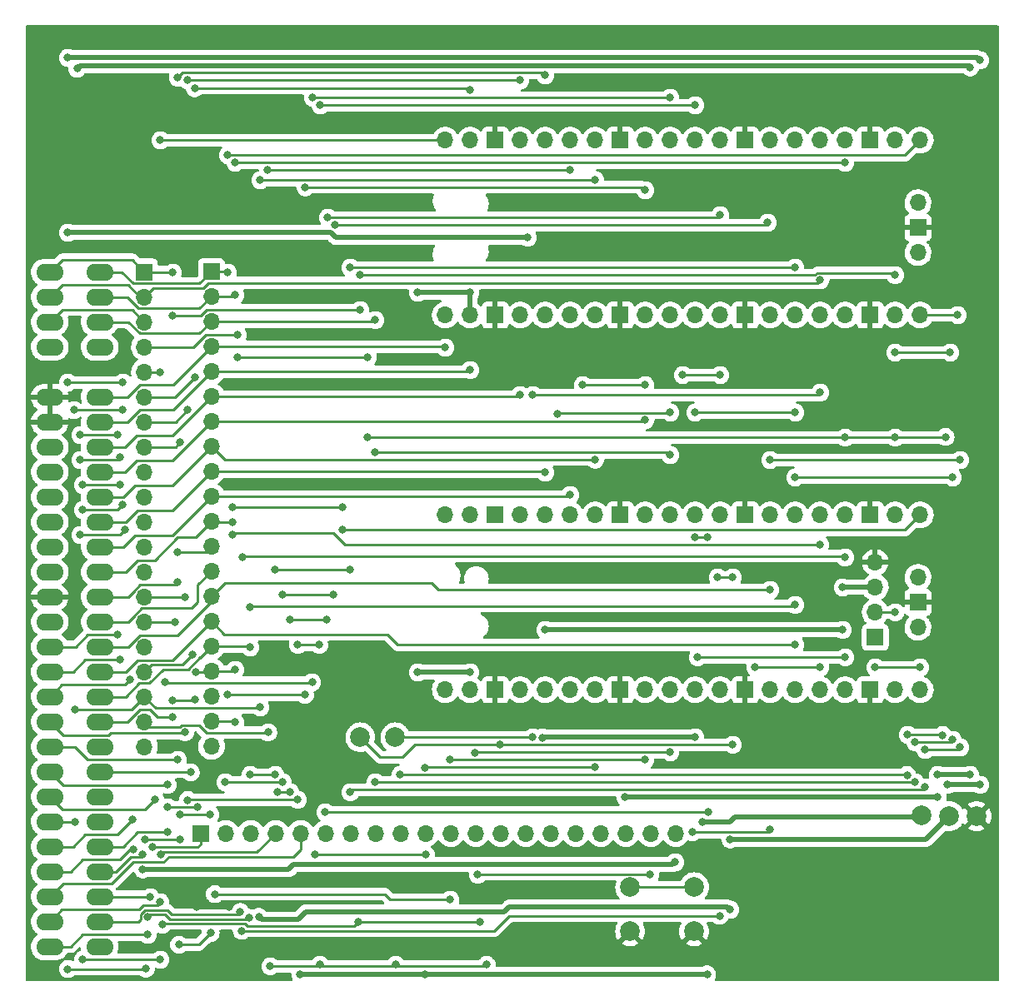
<source format=gtl>
%TF.GenerationSoftware,KiCad,Pcbnew,6.0.11-2627ca5db0~126~ubuntu22.04.1*%
%TF.CreationDate,2024-03-13T14:52:50+00:00*%
%TF.ProjectId,zx-spectrum-diagnostics,7a782d73-7065-4637-9472-756d2d646961,1.2*%
%TF.SameCoordinates,Original*%
%TF.FileFunction,Copper,L1,Top*%
%TF.FilePolarity,Positive*%
%FSLAX46Y46*%
G04 Gerber Fmt 4.6, Leading zero omitted, Abs format (unit mm)*
G04 Created by KiCad (PCBNEW 6.0.11-2627ca5db0~126~ubuntu22.04.1) date 2024-03-13 14:52:50*
%MOMM*%
%LPD*%
G01*
G04 APERTURE LIST*
%TA.AperFunction,ComponentPad*%
%ADD10C,2.000000*%
%TD*%
%TA.AperFunction,ComponentPad*%
%ADD11R,1.700000X1.700000*%
%TD*%
%TA.AperFunction,ComponentPad*%
%ADD12O,1.700000X1.700000*%
%TD*%
%TA.AperFunction,ComponentPad*%
%ADD13O,2.800000X1.727200*%
%TD*%
%TA.AperFunction,ViaPad*%
%ADD14C,0.800000*%
%TD*%
%TA.AperFunction,Conductor*%
%ADD15C,0.500000*%
%TD*%
%TA.AperFunction,Conductor*%
%ADD16C,0.250000*%
%TD*%
G04 APERTURE END LIST*
D10*
%TO.P,,1*%
%TO.N,P1_BLIPPER*%
X109220000Y-128778000D03*
%TD*%
%TO.P,,1*%
%TO.N,3V3_PICO1*%
X166270000Y-136750000D03*
%TD*%
%TO.P,,1*%
%TO.N,GND*%
X171850000Y-136810000D03*
%TD*%
D11*
%TO.P,J101,1,Pin_1*%
%TO.N,OLED_SDA*%
X161544000Y-118608000D03*
D12*
%TO.P,J101,2,Pin_2*%
%TO.N,OLED_SCK*%
X161544000Y-116068000D03*
%TO.P,J101,3,Pin_3*%
%TO.N,3V3_PICO1*%
X161544000Y-113528000D03*
%TO.P,J101,4,Pin_4*%
%TO.N,GND*%
X161544000Y-110988000D03*
%TD*%
D10*
%TO.P,SW101,1,A*%
%TO.N,GND*%
X143138000Y-148524000D03*
X136638000Y-148524000D03*
%TO.P,SW101,2,B*%
%TO.N,INPUT1*%
X136638000Y-144024000D03*
X143138000Y-144024000D03*
%TD*%
D13*
%TO.P,Z101,A1,A15*%
%TO.N,ZXA15*%
X82738000Y-81504000D03*
%TO.P,Z101,A2,A13*%
%TO.N,ZXA13*%
X82738000Y-84044000D03*
%TO.P,Z101,A3,D7*%
%TO.N,ZXD7*%
X82738000Y-86584000D03*
%TO.P,Z101,A4,NC*%
%TO.N,unconnected-(Z101-PadA4)*%
X82738000Y-89124000D03*
%TO.P,Z101,A6,D0*%
%TO.N,ZXD0*%
X82738000Y-94204000D03*
%TO.P,Z101,A7,D1*%
%TO.N,ZXD1*%
X82738000Y-96744000D03*
%TO.P,Z101,A8,D2*%
%TO.N,ZXD2*%
X82738000Y-99284000D03*
%TO.P,Z101,A9,D6*%
%TO.N,ZXD6*%
X82738000Y-101824000D03*
%TO.P,Z101,A10,D5*%
%TO.N,ZXD5*%
X82738000Y-104364000D03*
%TO.P,Z101,A11,D3*%
%TO.N,ZXD3*%
X82738000Y-106904000D03*
%TO.P,Z101,A12,D4*%
%TO.N,ZXD4*%
X82738000Y-109444000D03*
%TO.P,Z101,A13,~{INT}*%
%TO.N,ZXINT*%
X82738000Y-111984000D03*
%TO.P,Z101,A14,~{NMI}*%
%TO.N,ZXNMI*%
X82738000Y-114524000D03*
%TO.P,Z101,A15,~{HALT}*%
%TO.N,ZXHALT*%
X82738000Y-117064000D03*
%TO.P,Z101,A16,~{MREQ}*%
%TO.N,ZXMREQ*%
X82738000Y-119604000D03*
%TO.P,Z101,A17,~{IORQ}*%
%TO.N,ZXIORQ*%
X82738000Y-122144000D03*
%TO.P,Z101,A18,~{RD}*%
%TO.N,ZXRD*%
X82738000Y-124684000D03*
%TO.P,Z101,A19,~{WR}*%
%TO.N,ZXWR*%
X82738000Y-127224000D03*
%TO.P,Z101,A20,-5V*%
%TO.N,ZXMIN5V*%
X82738000Y-129764000D03*
%TO.P,Z101,A21,~{WAIT}*%
%TO.N,ZXWAIT*%
X82738000Y-132304000D03*
%TO.P,Z101,A22,+12V*%
%TO.N,ZX12V*%
X82738000Y-134844000D03*
%TO.P,Z101,A23,+12VAC*%
%TO.N,ZX12VAC*%
X82738000Y-137384000D03*
%TO.P,Z101,A24,~{M1}*%
%TO.N,ZXM1*%
X82738000Y-139924000D03*
%TO.P,Z101,A25,~{RFSH}*%
%TO.N,ZXRFSH*%
X82738000Y-142464000D03*
%TO.P,Z101,A26,A8*%
%TO.N,ZXA8*%
X82738000Y-145004000D03*
%TO.P,Z101,A27,A10*%
%TO.N,ZXA10*%
X82738000Y-147544000D03*
%TO.P,Z101,A28,NC*%
%TO.N,unconnected-(Z101-PadA28)*%
X82738000Y-150084000D03*
%TO.P,Z101,B1,A14*%
%TO.N,ZXA14*%
X77658000Y-81504000D03*
%TO.P,Z101,B2,A12*%
%TO.N,ZXA12*%
X77658000Y-84044000D03*
%TO.P,Z101,B3,+5v*%
%TO.N,+5V*%
X77658000Y-86584000D03*
%TO.P,Z101,B4,+9V*%
%TO.N,ZX9V*%
X77658000Y-89124000D03*
%TO.P,Z101,B6,GND*%
%TO.N,GND*%
X77658000Y-94204000D03*
%TO.P,Z101,B7,GND*%
X77658000Y-96744000D03*
%TO.P,Z101,B8,CLK*%
%TO.N,ZXCLK*%
X77658000Y-99284000D03*
%TO.P,Z101,B9,A0*%
%TO.N,ZXA0*%
X77658000Y-101824000D03*
%TO.P,Z101,B10,A1*%
%TO.N,ZXA1*%
X77658000Y-104364000D03*
%TO.P,Z101,B11,A2*%
%TO.N,ZXA2*%
X77658000Y-106904000D03*
%TO.P,Z101,B12,A3*%
%TO.N,ZXA3*%
X77658000Y-109444000D03*
%TO.P,Z101,B13,~{IORQGE}*%
%TO.N,ZXIORQGE*%
X77658000Y-111984000D03*
%TO.P,Z101,B14,GND*%
%TO.N,GND*%
X77658000Y-114524000D03*
%TO.P,Z101,B15,VIDEO*%
%TO.N,ZXVIDEO*%
X77658000Y-117064000D03*
%TO.P,Z101,B16,Y*%
%TO.N,ZXY*%
X77658000Y-119604000D03*
%TO.P,Z101,B17,V*%
%TO.N,ZXV*%
X77658000Y-122144000D03*
%TO.P,Z101,B18,U*%
%TO.N,ZXU*%
X77658000Y-124684000D03*
%TO.P,Z101,B19,~{BUSRQ}*%
%TO.N,ZXBUSRQ*%
X77658000Y-127224000D03*
%TO.P,Z101,B20,~{RESET}*%
%TO.N,ZXRESET*%
X77658000Y-129764000D03*
%TO.P,Z101,B21,A7*%
%TO.N,ZXA7*%
X77658000Y-132304000D03*
%TO.P,Z101,B22,A6*%
%TO.N,ZXA6*%
X77658000Y-134844000D03*
%TO.P,Z101,B23,A5*%
%TO.N,ZXA5*%
X77658000Y-137384000D03*
%TO.P,Z101,B24,A4*%
%TO.N,ZXA4*%
X77658000Y-139924000D03*
%TO.P,Z101,B25,~{ROMCS}*%
%TO.N,ZXROMCS*%
X77658000Y-142464000D03*
%TO.P,Z101,B26,~{BUSACK}*%
%TO.N,ZXBUSACK*%
X77658000Y-145004000D03*
%TO.P,Z101,B27,A9*%
%TO.N,ZXA9*%
X77658000Y-147544000D03*
%TO.P,Z101,B28,A11*%
%TO.N,ZXA11*%
X77658000Y-150084000D03*
%TD*%
D10*
%TO.P,,1*%
%TO.N,+5V*%
X169050000Y-136800000D03*
%TD*%
%TO.P,,1*%
%TO.N,P2_BLIPPER*%
X112776000Y-128778000D03*
%TD*%
D11*
%TO.P,J203,1,Pin_1*%
%TO.N,ZXA14*%
X87285000Y-81470000D03*
D12*
%TO.P,J203,2,Pin_2*%
%TO.N,ZXA12*%
X87285000Y-84010000D03*
%TO.P,J203,3,Pin_3*%
%TO.N,+5V*%
X87285000Y-86550000D03*
%TO.P,J203,4,Pin_4*%
%TO.N,ZXCLK*%
X87285000Y-89090000D03*
%TO.P,J203,5,Pin_5*%
%TO.N,ZXA0*%
X87285000Y-91630000D03*
%TO.P,J203,6,Pin_6*%
%TO.N,ZXA1*%
X87285000Y-94170000D03*
%TO.P,J203,7,Pin_7*%
%TO.N,ZXA2*%
X87285000Y-96710000D03*
%TO.P,J203,8,Pin_8*%
%TO.N,ZXA3*%
X87285000Y-99250000D03*
%TO.P,J203,9,Pin_9*%
%TO.N,ZXIORQGE*%
X87285000Y-101790000D03*
%TO.P,J203,10,Pin_10*%
%TO.N,ZXVIDEO*%
X87285000Y-104330000D03*
%TO.P,J203,11,Pin_11*%
%TO.N,ZXY*%
X87285000Y-106870000D03*
%TO.P,J203,12,Pin_12*%
%TO.N,ZXV*%
X87285000Y-109410000D03*
%TO.P,J203,13,Pin_13*%
%TO.N,ZXU*%
X87285000Y-111950000D03*
%TO.P,J203,14,Pin_14*%
%TO.N,ZXBUSRQ*%
X87285000Y-114490000D03*
%TO.P,J203,15,Pin_15*%
%TO.N,ZXRESET*%
X87285000Y-117030000D03*
%TO.P,J203,16,Pin_16*%
%TO.N,ZXA7*%
X87285000Y-119570000D03*
%TO.P,J203,17,Pin_17*%
%TO.N,ZXA6*%
X87285000Y-122110000D03*
%TO.P,J203,18,Pin_18*%
%TO.N,ZXA5*%
X87285000Y-124650000D03*
%TO.P,J203,19,Pin_19*%
%TO.N,ZXA4*%
X87285000Y-127190000D03*
%TO.P,J203,20,Pin_20*%
%TO.N,ZXROMCS*%
X87285000Y-129730000D03*
%TD*%
D11*
%TO.P,J202,1,Pin_1*%
%TO.N,ZXA8*%
X92990000Y-138565000D03*
D12*
%TO.P,J202,2,Pin_2*%
%TO.N,ZXA10*%
X95530000Y-138565000D03*
%TO.P,J202,3,Pin_3*%
%TO.N,ZXA11*%
X98070000Y-138565000D03*
%TO.P,J202,4,Pin_4*%
%TO.N,ZXA9*%
X100610000Y-138565000D03*
%TO.P,J202,5,Pin_5*%
%TO.N,ZXBUSACK*%
X103150000Y-138565000D03*
%TO.P,J202,6,Pin_6*%
%TO.N,PICO_SIGNAL*%
X105690000Y-138565000D03*
%TO.P,J202,7,Pin_7*%
%TO.N,ZXMREQ*%
X108230000Y-138565000D03*
%TO.P,J202,8,Pin_8*%
%TO.N,ZXRD*%
X110770000Y-138565000D03*
%TO.P,J202,9,Pin_9*%
%TO.N,ZXCLK*%
X113310000Y-138565000D03*
%TO.P,J202,10,Pin_10*%
%TO.N,5V_DIV*%
X115850000Y-138565000D03*
%TO.P,J202,11,Pin_11*%
%TO.N,12V_DIV*%
X118390000Y-138565000D03*
%TO.P,J202,12,Pin_12*%
%TO.N,MIN5V_DIV*%
X120930000Y-138565000D03*
%TO.P,J202,13,Pin_13*%
%TO.N,P1_BLIPPER*%
X123470000Y-138565000D03*
%TO.P,J202,14,Pin_14*%
%TO.N,P2_BLIPPER*%
X126010000Y-138565000D03*
%TO.P,J202,15,Pin_15*%
%TO.N,P2_GPIO26*%
X128550000Y-138565000D03*
%TO.P,J202,16,Pin_16*%
%TO.N,P2_GPIO27*%
X131090000Y-138565000D03*
%TO.P,J202,17,Pin_17*%
%TO.N,P2_GPIO28*%
X133630000Y-138565000D03*
%TO.P,J202,18,Pin_18*%
%TO.N,ZX9V*%
X136170000Y-138565000D03*
%TO.P,J202,19,Pin_19*%
%TO.N,ZXMIN5V*%
X138710000Y-138565000D03*
%TO.P,J202,20,Pin_20*%
%TO.N,ZX12V*%
X141250000Y-138565000D03*
%TD*%
%TO.P,U102,1,GPIO0*%
%TO.N,ZXA0*%
X117856000Y-68072000D03*
%TO.P,U102,2,GPIO1*%
%TO.N,ZXA1*%
X120396000Y-68072000D03*
D11*
%TO.P,U102,3,GND*%
%TO.N,GND*%
X122936000Y-68072000D03*
D12*
%TO.P,U102,4,GPIO2*%
%TO.N,ZXA2*%
X125476000Y-68072000D03*
%TO.P,U102,5,GPIO3*%
%TO.N,ZXA3*%
X128016000Y-68072000D03*
%TO.P,U102,6,GPIO4*%
%TO.N,ZXA4*%
X130556000Y-68072000D03*
%TO.P,U102,7,GPIO5*%
%TO.N,ZXA5*%
X133096000Y-68072000D03*
D11*
%TO.P,U102,8,GND*%
%TO.N,GND*%
X135636000Y-68072000D03*
D12*
%TO.P,U102,9,GPIO6*%
%TO.N,ZXA6*%
X138176000Y-68072000D03*
%TO.P,U102,10,GPIO7*%
%TO.N,ZXA7*%
X140716000Y-68072000D03*
%TO.P,U102,11,GPIO8*%
%TO.N,ZXA8*%
X143256000Y-68072000D03*
%TO.P,U102,12,GPIO9*%
%TO.N,ZXA9*%
X145796000Y-68072000D03*
D11*
%TO.P,U102,13,GND*%
%TO.N,GND*%
X148336000Y-68072000D03*
D12*
%TO.P,U102,14,GPIO10*%
%TO.N,ZXA10*%
X150876000Y-68072000D03*
%TO.P,U102,15,GPIO11*%
%TO.N,ZXA11*%
X153416000Y-68072000D03*
%TO.P,U102,16,GPIO12*%
%TO.N,ZXA12*%
X155956000Y-68072000D03*
%TO.P,U102,17,GPIO13*%
%TO.N,ZXA13*%
X158496000Y-68072000D03*
D11*
%TO.P,U102,18,GND*%
%TO.N,GND*%
X161036000Y-68072000D03*
D12*
%TO.P,U102,19,GPIO14*%
%TO.N,ZXA14*%
X163576000Y-68072000D03*
%TO.P,U102,20,GPIO15*%
%TO.N,ZXA15*%
X166116000Y-68072000D03*
%TO.P,U102,21,GPIO16*%
%TO.N,ZXMREQ*%
X166116000Y-85852000D03*
%TO.P,U102,22,GPIO17*%
%TO.N,ZXRD*%
X163576000Y-85852000D03*
D11*
%TO.P,U102,23,GND*%
%TO.N,GND*%
X161036000Y-85852000D03*
D12*
%TO.P,U102,24,GPIO18*%
%TO.N,ZXCLK*%
X158496000Y-85852000D03*
%TO.P,U102,25,GPIO19*%
%TO.N,P2_BLIPPER*%
X155956000Y-85852000D03*
%TO.P,U102,26,GPIO20*%
%TO.N,PICO_SIGNAL*%
X153416000Y-85852000D03*
%TO.P,U102,27,GPIO21*%
%TO.N,P2_LINKIN*%
X150876000Y-85852000D03*
D11*
%TO.P,U102,28,GND*%
%TO.N,GND*%
X148336000Y-85852000D03*
D12*
%TO.P,U102,29,GPIO22*%
%TO.N,P2_LINKOUT*%
X145796000Y-85852000D03*
%TO.P,U102,30,RUN*%
%TO.N,unconnected-(U102-Pad30)*%
X143256000Y-85852000D03*
%TO.P,U102,31,GPIO26_ADC0*%
%TO.N,P2_GPIO26*%
X140716000Y-85852000D03*
%TO.P,U102,32,GPIO27_ADC1*%
%TO.N,P2_GPIO27*%
X138176000Y-85852000D03*
D11*
%TO.P,U102,33,AGND*%
%TO.N,GND*%
X135636000Y-85852000D03*
D12*
%TO.P,U102,34,GPIO28_ADC2*%
%TO.N,P2_GPIO28*%
X133096000Y-85852000D03*
%TO.P,U102,35,ADC_VREF*%
%TO.N,unconnected-(U102-Pad35)*%
X130556000Y-85852000D03*
%TO.P,U102,36,3V3*%
%TO.N,3V3_PICO2*%
X128016000Y-85852000D03*
%TO.P,U102,37,3V3_EN*%
%TO.N,unconnected-(U102-Pad37)*%
X125476000Y-85852000D03*
D11*
%TO.P,U102,38,GND*%
%TO.N,GND*%
X122936000Y-85852000D03*
D12*
%TO.P,U102,39,VSYS*%
%TO.N,PICO_PWR*%
X120396000Y-85852000D03*
%TO.P,U102,40,VBUS*%
%TO.N,unconnected-(U102-Pad40)*%
X117856000Y-85852000D03*
%TO.P,U102,41,SWCLK*%
%TO.N,P2_SWCLK*%
X165886000Y-74422000D03*
D11*
%TO.P,U102,42,GND*%
%TO.N,GND*%
X165886000Y-76962000D03*
D12*
%TO.P,U102,43,SWDIO*%
%TO.N,P2_SWDIO*%
X165886000Y-79502000D03*
%TD*%
%TO.P,U101,1,GPIO0*%
%TO.N,ZXD0*%
X117856000Y-106172000D03*
%TO.P,U101,2,GPIO1*%
%TO.N,ZXD1*%
X120396000Y-106172000D03*
D11*
%TO.P,U101,3,GND*%
%TO.N,GND*%
X122936000Y-106172000D03*
D12*
%TO.P,U101,4,GPIO2*%
%TO.N,ZXD2*%
X125476000Y-106172000D03*
%TO.P,U101,5,GPIO3*%
%TO.N,ZXD3*%
X128016000Y-106172000D03*
%TO.P,U101,6,GPIO4*%
%TO.N,ZXD4*%
X130556000Y-106172000D03*
%TO.P,U101,7,GPIO5*%
%TO.N,ZXD5*%
X133096000Y-106172000D03*
D11*
%TO.P,U101,8,GND*%
%TO.N,GND*%
X135636000Y-106172000D03*
D12*
%TO.P,U101,9,GPIO6*%
%TO.N,ZXD6*%
X138176000Y-106172000D03*
%TO.P,U101,10,GPIO7*%
%TO.N,ZXD7*%
X140716000Y-106172000D03*
%TO.P,U101,11,GPIO8*%
%TO.N,PICO_SIGNAL*%
X143256000Y-106172000D03*
%TO.P,U101,12,GPIO9*%
%TO.N,P1_BLIPPER*%
X145796000Y-106172000D03*
D11*
%TO.P,U101,13,GND*%
%TO.N,GND*%
X148336000Y-106172000D03*
D12*
%TO.P,U101,14,GPIO10*%
%TO.N,ZXMREQ*%
X150876000Y-106172000D03*
%TO.P,U101,15,GPIO11*%
%TO.N,ZXRD*%
X153416000Y-106172000D03*
%TO.P,U101,16,GPIO12*%
%TO.N,ZXWR*%
X155956000Y-106172000D03*
%TO.P,U101,17,GPIO13*%
%TO.N,ZXM1*%
X158496000Y-106172000D03*
D11*
%TO.P,U101,18,GND*%
%TO.N,GND*%
X161036000Y-106172000D03*
D12*
%TO.P,U101,19,GPIO14*%
%TO.N,ZXCLK*%
X163576000Y-106172000D03*
%TO.P,U101,20,GPIO15*%
%TO.N,ZXINT*%
X166116000Y-106172000D03*
%TO.P,U101,21,GPIO16*%
%TO.N,OLED_SDA*%
X166116000Y-123952000D03*
%TO.P,U101,22,GPIO17*%
%TO.N,OLED_SCK*%
X163576000Y-123952000D03*
D11*
%TO.P,U101,23,GND*%
%TO.N,GND*%
X161036000Y-123952000D03*
D12*
%TO.P,U101,24,GPIO18*%
%TO.N,P2_LINKOUT*%
X158496000Y-123952000D03*
%TO.P,U101,25,GPIO19*%
%TO.N,P2_LINKIN*%
X155956000Y-123952000D03*
%TO.P,U101,26,GPIO20*%
%TO.N,ZXIORQ*%
X153416000Y-123952000D03*
%TO.P,U101,27,GPIO21*%
%TO.N,INPUT1*%
X150876000Y-123952000D03*
D11*
%TO.P,U101,28,GND*%
%TO.N,GND*%
X148336000Y-123952000D03*
D12*
%TO.P,U101,29,GPIO22*%
%TO.N,PICO_RESET_Z80*%
X145796000Y-123952000D03*
%TO.P,U101,30,RUN*%
%TO.N,unconnected-(U101-Pad30)*%
X143256000Y-123952000D03*
%TO.P,U101,31,GPIO26_ADC0*%
%TO.N,MIN5V_DIV*%
X140716000Y-123952000D03*
%TO.P,U101,32,GPIO27_ADC1*%
%TO.N,12V_DIV*%
X138176000Y-123952000D03*
D11*
%TO.P,U101,33,AGND*%
%TO.N,GND*%
X135636000Y-123952000D03*
D12*
%TO.P,U101,34,GPIO28_ADC2*%
%TO.N,5V_DIV*%
X133096000Y-123952000D03*
%TO.P,U101,35,ADC_VREF*%
%TO.N,unconnected-(U101-Pad35)*%
X130556000Y-123952000D03*
%TO.P,U101,36,3V3*%
%TO.N,3V3_PICO1*%
X128016000Y-123952000D03*
%TO.P,U101,37,3V3_EN*%
%TO.N,unconnected-(U101-Pad37)*%
X125476000Y-123952000D03*
D11*
%TO.P,U101,38,GND*%
%TO.N,GND*%
X122936000Y-123952000D03*
D12*
%TO.P,U101,39,VSYS*%
%TO.N,PICO_PWR*%
X120396000Y-123952000D03*
%TO.P,U101,40,VBUS*%
%TO.N,unconnected-(U101-Pad40)*%
X117856000Y-123952000D03*
%TO.P,U101,41,SWCLK*%
%TO.N,P1_SWCLK*%
X165886000Y-112522000D03*
D11*
%TO.P,U101,42,GND*%
%TO.N,GND*%
X165886000Y-115062000D03*
D12*
%TO.P,U101,43,SWDIO*%
%TO.N,P1_SWDIO*%
X165886000Y-117602000D03*
%TD*%
D11*
%TO.P,J201,1,Pin_1*%
%TO.N,ZXA15*%
X94090000Y-81430000D03*
D12*
%TO.P,J201,2,Pin_2*%
%TO.N,ZXA13*%
X94090000Y-83970000D03*
%TO.P,J201,3,Pin_3*%
%TO.N,ZXD7*%
X94090000Y-86510000D03*
%TO.P,J201,4,Pin_4*%
%TO.N,ZXD0*%
X94090000Y-89050000D03*
%TO.P,J201,5,Pin_5*%
%TO.N,ZXD1*%
X94090000Y-91590000D03*
%TO.P,J201,6,Pin_6*%
%TO.N,ZXD2*%
X94090000Y-94130000D03*
%TO.P,J201,7,Pin_7*%
%TO.N,ZXD6*%
X94090000Y-96670000D03*
%TO.P,J201,8,Pin_8*%
%TO.N,ZXD5*%
X94090000Y-99210000D03*
%TO.P,J201,9,Pin_9*%
%TO.N,ZXD3*%
X94090000Y-101750000D03*
%TO.P,J201,10,Pin_10*%
%TO.N,ZXD4*%
X94090000Y-104290000D03*
%TO.P,J201,11,Pin_11*%
%TO.N,ZXINT*%
X94090000Y-106830000D03*
%TO.P,J201,12,Pin_12*%
%TO.N,ZXNMI*%
X94090000Y-109370000D03*
%TO.P,J201,13,Pin_13*%
%TO.N,ZXHALT*%
X94090000Y-111910000D03*
%TO.P,J201,14,Pin_14*%
%TO.N,ZXMREQ*%
X94090000Y-114450000D03*
%TO.P,J201,15,Pin_15*%
%TO.N,ZXIORQ*%
X94090000Y-116990000D03*
%TO.P,J201,16,Pin_16*%
%TO.N,ZXRD*%
X94090000Y-119530000D03*
%TO.P,J201,17,Pin_17*%
%TO.N,ZXWR*%
X94090000Y-122070000D03*
%TO.P,J201,18,Pin_18*%
%TO.N,ZXWAIT*%
X94090000Y-124610000D03*
%TO.P,J201,19,Pin_19*%
%TO.N,ZXM1*%
X94090000Y-127150000D03*
%TO.P,J201,20,Pin_20*%
%TO.N,ZXRFSH*%
X94090000Y-129690000D03*
%TD*%
D14*
%TO.N,GND*%
X161798000Y-152400000D03*
X161798000Y-141986000D03*
X150622000Y-141986000D03*
X150622000Y-152400000D03*
X172974000Y-152400000D03*
X172974000Y-141986000D03*
%TO.N,PICO_PWR*%
X115062000Y-83566000D03*
X120396000Y-83566000D03*
X120396000Y-122174000D03*
X115062000Y-122174000D03*
%TO.N,+5V*%
X98910000Y-147036000D03*
X126238000Y-77978000D03*
X172212000Y-59944000D03*
X168910000Y-133604000D03*
X146812000Y-139154500D03*
X79502000Y-77470000D03*
X79502000Y-59690000D03*
X172212000Y-133604000D03*
X146812000Y-146304000D03*
%TO.N,3V3_PICO1*%
X144018000Y-137414000D03*
X127762000Y-128815500D03*
X158242000Y-113538000D03*
X128016000Y-117856000D03*
X143256000Y-128778000D03*
X115758000Y-152878000D03*
X103124000Y-152908000D03*
X144460000Y-152878000D03*
X158242000Y-117856000D03*
%TO.N,MIN5V_DIV*%
X120904000Y-130339500D03*
X122060000Y-151910000D03*
X112810000Y-151892000D03*
X140716000Y-130302000D03*
X105130000Y-151892000D03*
X100070000Y-152060000D03*
%TO.N,GND*%
X108903000Y-143573000D03*
X117450000Y-150290000D03*
X92580000Y-146050000D03*
X95850000Y-146050000D03*
X92580000Y-151160000D03*
X122936000Y-102870000D03*
X110770000Y-150180000D03*
X135636000Y-102616000D03*
%TO.N,OLED_SDA*%
X166116000Y-121666000D03*
X161544000Y-121666000D03*
%TO.N,OLED_SCK*%
X163576000Y-116078000D03*
%TO.N,ZXMIN5V*%
X121333000Y-147574000D03*
X88900000Y-151384000D03*
X89110000Y-147828000D03*
X81026000Y-151384000D03*
X108970000Y-147580000D03*
X138684000Y-142748000D03*
X121158000Y-142748000D03*
%TO.N,5V_DIV*%
X133096000Y-131826000D03*
X104648000Y-140716000D03*
X115880000Y-140716000D03*
X115824000Y-131863500D03*
%TO.N,12V_DIV*%
X118364000Y-145300000D03*
X138176000Y-131064000D03*
X118364000Y-131064000D03*
X94440000Y-144720000D03*
%TO.N,ZX12V*%
X87122000Y-142202500D03*
X141224000Y-141478000D03*
%TO.N,P2_LINKOUT*%
X145796000Y-91948000D03*
X158496000Y-120650000D03*
X141986000Y-91948000D03*
X143510000Y-120650000D03*
%TO.N,P2_LINKIN*%
X149352000Y-121666000D03*
X155956000Y-121666000D03*
%TO.N,PICO_SIGNAL*%
X105664000Y-136398000D03*
X143256000Y-95758000D03*
X143256000Y-108458000D03*
X144573397Y-136398000D03*
X153416000Y-95758000D03*
X144526000Y-108458000D03*
%TO.N,P1_BLIPPER*%
X123444000Y-129540000D03*
X147066000Y-112522000D03*
X145542000Y-112522000D03*
X147066000Y-129540000D03*
%TO.N,P2_BLIPPER*%
X126746000Y-93980000D03*
X155956000Y-93726000D03*
X126746000Y-128778000D03*
%TO.N,P2_GPIO26*%
X129286000Y-95945500D03*
X140716000Y-95758000D03*
%TO.N,P2_GPIO27*%
X131826000Y-92964000D03*
X138176000Y-92964000D03*
%TO.N,ZXVIDEO*%
X85344000Y-107696000D03*
X80772000Y-108204000D03*
%TO.N,ZXY*%
X84582000Y-118364000D03*
%TO.N,ZXV*%
X84836000Y-120904000D03*
%TO.N,ZXU*%
X85852000Y-122936000D03*
%TO.N,ZXBUSRQ*%
X91402500Y-128270000D03*
X91438701Y-114554000D03*
%TO.N,ZXRESET*%
X90424000Y-117094000D03*
X79502000Y-152350000D03*
X90678000Y-131064000D03*
X87430000Y-152300000D03*
%TO.N,ZXA7*%
X104394000Y-63754000D03*
X140716000Y-63754000D03*
X104319000Y-123190000D03*
X89408000Y-123190000D03*
X89634500Y-133604000D03*
%TO.N,ZXA6*%
X103594500Y-124460000D03*
X103632000Y-72860500D03*
X92202000Y-120396000D03*
X88392000Y-135128000D03*
X138176000Y-73152000D03*
X95758000Y-124460000D03*
%TO.N,ZXA5*%
X99060000Y-125730000D03*
X99060000Y-72136000D03*
X133096000Y-72136000D03*
X80264000Y-125984000D03*
X80264000Y-137414000D03*
%TO.N,ZXA4*%
X86106000Y-137160000D03*
X99859500Y-128270000D03*
X130556000Y-71120000D03*
X99822000Y-71120000D03*
%TO.N,ZXROMCS*%
X86127500Y-140208000D03*
%TO.N,ZXA9*%
X100838000Y-134366000D03*
X102108000Y-116840000D03*
X88900000Y-145542000D03*
X145796000Y-75692000D03*
X105918000Y-75946000D03*
X105768000Y-116840000D03*
X88969636Y-140678500D03*
X102108000Y-134366000D03*
%TO.N,ZXA11*%
X97890214Y-147124596D03*
X153416000Y-81026000D03*
X108204000Y-111760000D03*
X108204000Y-81026000D03*
X87630000Y-148844000D03*
X98044000Y-132588000D03*
X87630000Y-147066000D03*
X100584000Y-132588000D03*
X100584000Y-111760000D03*
%TO.N,ZXIORQGE*%
X85090000Y-105156000D03*
X81026000Y-105664000D03*
%TO.N,ZXA3*%
X90930701Y-98804701D03*
X84836000Y-103124000D03*
X90678000Y-61722000D03*
X81026000Y-103124000D03*
X128016000Y-61468000D03*
%TO.N,ZXA2*%
X125476000Y-61976000D03*
X80772000Y-100584000D03*
X91655201Y-61979000D03*
X91655201Y-95511299D03*
X84836000Y-100330000D03*
%TO.N,ZXA1*%
X92379701Y-92202000D03*
X120396000Y-62992000D03*
X84582000Y-98044000D03*
X80772000Y-98044000D03*
X92379701Y-62789969D03*
%TO.N,ZXA0*%
X88900000Y-68072000D03*
X88900000Y-91694000D03*
X80107500Y-95504000D03*
X85090000Y-95504000D03*
%TO.N,ZXCLK*%
X168693500Y-98249000D03*
X109982000Y-98298000D03*
X163576000Y-98298000D03*
X96774000Y-90170000D03*
X79502000Y-92710000D03*
X96774000Y-87884000D03*
X164776364Y-132625500D03*
X109982000Y-90170000D03*
X158496000Y-98298000D03*
X85090000Y-92710000D03*
X168402000Y-128561500D03*
X164846000Y-128524000D03*
X113284000Y-132588000D03*
%TO.N,ZX9V*%
X136144000Y-134874000D03*
X167894000Y-134874000D03*
X80439403Y-60793903D03*
X171196000Y-60668500D03*
X171196000Y-132588000D03*
X167894000Y-132588000D03*
%TO.N,ZXA12*%
X155956000Y-82296000D03*
%TO.N,ZXA14*%
X90170000Y-81534000D03*
X109220000Y-85344000D03*
X90170000Y-85909500D03*
X163576000Y-81788000D03*
X109220000Y-81788000D03*
%TO.N,ZXA15*%
X95758000Y-69596000D03*
X95758000Y-81534000D03*
%TO.N,ZXA13*%
X158496000Y-70358000D03*
X96520000Y-83820000D03*
X96520000Y-70358000D03*
%TO.N,ZXD7*%
X110744000Y-86360000D03*
X140716000Y-100076000D03*
X110744000Y-99822000D03*
%TO.N,ZXD0*%
X117856000Y-89154000D03*
%TO.N,ZXD1*%
X120396000Y-91440000D03*
%TO.N,ZXD2*%
X125476000Y-93980000D03*
%TO.N,ZXD6*%
X138176000Y-96520000D03*
%TO.N,ZXD5*%
X133096000Y-100546500D03*
%TO.N,ZXD3*%
X128016000Y-101854000D03*
%TO.N,ZXD4*%
X130556000Y-104140000D03*
%TO.N,ZXINT*%
X107442000Y-105410000D03*
X107442000Y-107696000D03*
X96266000Y-105410000D03*
X96266000Y-106934000D03*
%TO.N,ZXA10*%
X150622000Y-76454000D03*
X106680000Y-76708000D03*
X106492500Y-114300000D03*
X97028000Y-146540500D03*
X101346000Y-114300000D03*
X95504000Y-133350000D03*
X101346000Y-133350000D03*
%TO.N,ZXA8*%
X102870000Y-135128000D03*
X102870000Y-119380000D03*
X143256000Y-64516000D03*
X105043500Y-119380000D03*
X87884000Y-145034000D03*
X105156000Y-64516000D03*
X91694000Y-135165500D03*
X88138000Y-139954000D03*
%TO.N,ZXRFSH*%
X93980000Y-136652000D03*
X90932000Y-136652000D03*
X87376000Y-139192000D03*
X87122000Y-140716000D03*
X90932000Y-139192000D03*
%TO.N,ZXM1*%
X92710000Y-135890000D03*
X89662000Y-138430000D03*
X158496000Y-110490000D03*
X89662000Y-135890000D03*
X96520000Y-127254000D03*
X97282000Y-110490000D03*
%TO.N,ZXWAIT*%
X91985500Y-132334000D03*
%TO.N,ZXWR*%
X155956000Y-109220000D03*
X92464952Y-122182952D03*
X96266000Y-108204000D03*
X96520000Y-121920000D03*
X90132500Y-126746000D03*
X90132500Y-125041470D03*
X92456000Y-124968000D03*
%TO.N,ZXRD*%
X110744000Y-133350000D03*
X165608000Y-133350000D03*
X153416000Y-102362000D03*
X163576000Y-89662000D03*
X169418000Y-102362000D03*
X169418000Y-129032000D03*
X153416000Y-115316000D03*
X98044000Y-115570000D03*
X165608000Y-129286000D03*
X98044000Y-119634000D03*
X169164000Y-89662000D03*
%TO.N,ZXIORQ*%
X153416000Y-119380000D03*
%TO.N,ZXMREQ*%
X169926000Y-85852000D03*
X166624000Y-130048000D03*
X150876000Y-100584000D03*
X170180000Y-129794000D03*
X150876000Y-113792000D03*
X108204000Y-134366000D03*
X166624000Y-133858000D03*
X170180000Y-100584000D03*
%TO.N,ZXNMI*%
X90678000Y-109986299D03*
X90678000Y-113030000D03*
%TO.N,Net-(Q101-Pad1)*%
X94010000Y-148680000D03*
X90810000Y-149860000D03*
%TO.N,PICO_RESET_Z80*%
X145730000Y-146930000D03*
X97170000Y-148440000D03*
%TO.N,INPUT1*%
X143002000Y-138430000D03*
X150876000Y-138176000D03*
%TD*%
D15*
%TO.N,PICO_PWR*%
X115062000Y-122174000D02*
X120396000Y-122174000D01*
X120396000Y-85852000D02*
X120396000Y-83566000D01*
X120396000Y-83566000D02*
X115062000Y-83566000D01*
%TO.N,+5V*%
X102886000Y-147290000D02*
X103648000Y-146528000D01*
X123852000Y-146528000D02*
X124340000Y-146040000D01*
X172212000Y-133604000D02*
X168910000Y-133604000D01*
X146812000Y-139154500D02*
X146819500Y-139162000D01*
X146819500Y-139162000D02*
X166688000Y-139162000D01*
X106747918Y-77978000D02*
X126238000Y-77978000D01*
X79502000Y-59690000D02*
X171958000Y-59690000D01*
X171958000Y-59690000D02*
X172212000Y-59944000D01*
X79502000Y-77470000D02*
X106239918Y-77470000D01*
D16*
X77658000Y-86584000D02*
X78928000Y-85314000D01*
D15*
X166688000Y-139162000D02*
X169050000Y-136800000D01*
X99164000Y-147290000D02*
X98910000Y-147036000D01*
X146548000Y-146040000D02*
X146812000Y-146304000D01*
D16*
X78928000Y-85314000D02*
X86049000Y-85314000D01*
D15*
X106239918Y-77470000D02*
X106747918Y-77978000D01*
X102886000Y-147290000D02*
X99164000Y-147290000D01*
D16*
X86049000Y-85314000D02*
X87285000Y-86550000D01*
D15*
X124340000Y-146040000D02*
X146548000Y-146040000D01*
X103648000Y-146528000D02*
X123852000Y-146528000D01*
%TO.N,3V3_PICO1*%
X158242000Y-113538000D02*
X158252000Y-113528000D01*
X158252000Y-113528000D02*
X161544000Y-113528000D01*
D16*
X127799500Y-128778000D02*
X127762000Y-128815500D01*
D15*
X147320000Y-136906000D02*
X166114000Y-136906000D01*
X115758000Y-152878000D02*
X103154000Y-152878000D01*
X128016000Y-117856000D02*
X158242000Y-117856000D01*
X144018000Y-137414000D02*
X146812000Y-137414000D01*
X115758000Y-152878000D02*
X144460000Y-152878000D01*
X143256000Y-128778000D02*
X127799500Y-128778000D01*
D16*
X103154000Y-152878000D02*
X103124000Y-152908000D01*
D15*
X146812000Y-137414000D02*
X147320000Y-136906000D01*
D16*
%TO.N,MIN5V_DIV*%
X120941500Y-130302000D02*
X140716000Y-130302000D01*
X120904000Y-130339500D02*
X120941500Y-130302000D01*
X112810000Y-152060000D02*
X121910000Y-152060000D01*
X121910000Y-152060000D02*
X122060000Y-151910000D01*
X100070000Y-152060000D02*
X105130000Y-152060000D01*
X105130000Y-152060000D02*
X112810000Y-152060000D01*
D15*
%TO.N,GND*%
X95850000Y-146050000D02*
X92580000Y-146050000D01*
D16*
%TO.N,OLED_SDA*%
X166116000Y-121666000D02*
X161544000Y-121666000D01*
%TO.N,OLED_SCK*%
X163576000Y-116078000D02*
X161554000Y-116078000D01*
%TO.N,ZXMIN5V*%
X81267500Y-151384000D02*
X88900000Y-151384000D01*
X108560000Y-147990000D02*
X108970000Y-147580000D01*
X121327000Y-147580000D02*
X121333000Y-147574000D01*
X121158000Y-142748000D02*
X121207000Y-142699000D01*
X108970000Y-147580000D02*
X121327000Y-147580000D01*
X97470305Y-147715000D02*
X97745305Y-147990000D01*
X97745305Y-147990000D02*
X108560000Y-147990000D01*
X89305000Y-147715000D02*
X97470305Y-147715000D01*
X138635000Y-142699000D02*
X138684000Y-142748000D01*
X121207000Y-142699000D02*
X138635000Y-142699000D01*
%TO.N,5V_DIV*%
X115861500Y-131826000D02*
X133096000Y-131826000D01*
X115824000Y-131863500D02*
X115861500Y-131826000D01*
X115880000Y-140716000D02*
X104648000Y-140716000D01*
%TO.N,12V_DIV*%
X111690000Y-144720000D02*
X112270000Y-145300000D01*
X118364000Y-131064000D02*
X138176000Y-131064000D01*
X112270000Y-145300000D02*
X118364000Y-145300000D01*
X94440000Y-144720000D02*
X111690000Y-144720000D01*
D15*
%TO.N,ZX12V*%
X87338500Y-142240000D02*
X101931173Y-142240000D01*
X101931173Y-142240000D02*
X102439173Y-141732000D01*
X102439173Y-141732000D02*
X140970000Y-141732000D01*
X140970000Y-141732000D02*
X141224000Y-141478000D01*
D16*
%TO.N,P2_LINKOUT*%
X158496000Y-120650000D02*
X143510000Y-120650000D01*
X141986000Y-91948000D02*
X145796000Y-91948000D01*
%TO.N,P2_LINKIN*%
X155956000Y-121666000D02*
X149352000Y-121666000D01*
%TO.N,PICO_SIGNAL*%
X144573397Y-136398000D02*
X105664000Y-136398000D01*
X143256000Y-95758000D02*
X153416000Y-95758000D01*
X144526000Y-108458000D02*
X143256000Y-108458000D01*
%TO.N,P1_BLIPPER*%
X114808000Y-129540000D02*
X113538000Y-130810000D01*
X113538000Y-130810000D02*
X111252000Y-130810000D01*
X111252000Y-130810000D02*
X109220000Y-128778000D01*
X123444000Y-129540000D02*
X147066000Y-129540000D01*
X123444000Y-129540000D02*
X114808000Y-129540000D01*
X147066000Y-112522000D02*
X145542000Y-112522000D01*
%TO.N,P2_BLIPPER*%
X155702000Y-93980000D02*
X155956000Y-93726000D01*
X126746000Y-93980000D02*
X155702000Y-93980000D01*
X126746000Y-128778000D02*
X112776000Y-128778000D01*
%TO.N,P2_GPIO26*%
X129436500Y-95795000D02*
X140679000Y-95795000D01*
X129286000Y-95945500D02*
X129436500Y-95795000D01*
X140679000Y-95795000D02*
X140716000Y-95758000D01*
%TO.N,P2_GPIO27*%
X131826000Y-92964000D02*
X138176000Y-92964000D01*
%TO.N,ZXVIDEO*%
X80772000Y-108204000D02*
X84836000Y-108204000D01*
X84836000Y-108204000D02*
X85344000Y-107696000D01*
%TO.N,ZXY*%
X84582000Y-118364000D02*
X81534000Y-118364000D01*
X81534000Y-118364000D02*
X80294000Y-119604000D01*
X80294000Y-119604000D02*
X77658000Y-119604000D01*
%TO.N,ZXV*%
X81280000Y-120904000D02*
X84836000Y-120904000D01*
X77658000Y-122144000D02*
X80040000Y-122144000D01*
X80040000Y-122144000D02*
X81280000Y-120904000D01*
%TO.N,ZXU*%
X77658000Y-124684000D02*
X78898000Y-123444000D01*
X85344000Y-123444000D02*
X85852000Y-122936000D01*
X78898000Y-123444000D02*
X85344000Y-123444000D01*
%TO.N,ZXBUSRQ*%
X77658000Y-127224000D02*
X79009400Y-128575400D01*
X83617400Y-128575400D02*
X83827800Y-128365000D01*
X91307500Y-128365000D02*
X91402500Y-128270000D01*
X90485402Y-114490000D02*
X87285000Y-114490000D01*
X83827800Y-128365000D02*
X91307500Y-128365000D01*
X79009400Y-128575400D02*
X83617400Y-128575400D01*
X91438701Y-114554000D02*
X90485402Y-114490000D01*
%TO.N,ZXRESET*%
X81534000Y-131064000D02*
X90678000Y-131064000D01*
X90424000Y-117094000D02*
X90360000Y-117030000D01*
X80234000Y-129764000D02*
X81534000Y-131064000D01*
X77658000Y-129764000D02*
X80234000Y-129764000D01*
X79502000Y-152350000D02*
X87380000Y-152350000D01*
X87380000Y-152350000D02*
X87430000Y-152300000D01*
X90360000Y-117030000D02*
X87285000Y-117030000D01*
%TO.N,ZXA7*%
X104264000Y-123245000D02*
X104319000Y-123190000D01*
X89463000Y-123245000D02*
X104264000Y-123245000D01*
X89408000Y-123190000D02*
X89463000Y-123245000D01*
X104394000Y-63754000D02*
X140716000Y-63754000D01*
X79009400Y-133655400D02*
X77658000Y-132304000D01*
X89583100Y-133655400D02*
X79009400Y-133655400D01*
X89634500Y-133604000D02*
X89583100Y-133655400D01*
%TO.N,ZXA6*%
X87376000Y-136144000D02*
X78958000Y-136144000D01*
X87285000Y-122110000D02*
X87983000Y-121412000D01*
X88392000Y-135128000D02*
X87376000Y-136144000D01*
X87983000Y-121412000D02*
X91186000Y-121412000D01*
X103632000Y-72860500D02*
X137884500Y-72860500D01*
X91186000Y-121412000D02*
X92202000Y-120396000D01*
X137884500Y-72860500D02*
X138176000Y-73152000D01*
X95758000Y-124460000D02*
X103594500Y-124460000D01*
X78958000Y-136144000D02*
X77658000Y-134844000D01*
%TO.N,ZXA5*%
X87285000Y-124650000D02*
X88420000Y-125785000D01*
X85951000Y-125984000D02*
X87285000Y-124650000D01*
X99060000Y-72136000D02*
X133096000Y-72136000D01*
X99005000Y-125785000D02*
X99060000Y-125730000D01*
X80234000Y-137384000D02*
X80264000Y-137414000D01*
X77658000Y-137384000D02*
X80234000Y-137384000D01*
X80264000Y-125984000D02*
X85951000Y-125984000D01*
X88420000Y-125785000D02*
X99005000Y-125785000D01*
%TO.N,ZXA4*%
X91102195Y-127545000D02*
X92823299Y-127545000D01*
X80040000Y-139924000D02*
X81280000Y-138684000D01*
X77658000Y-139924000D02*
X80040000Y-139924000D01*
X99804500Y-128325000D02*
X99859500Y-128270000D01*
X87285000Y-127190000D02*
X87857000Y-127762000D01*
X87857000Y-127762000D02*
X90885195Y-127762000D01*
X84582000Y-138684000D02*
X86106000Y-137160000D01*
X81280000Y-138684000D02*
X84582000Y-138684000D01*
X99822000Y-71120000D02*
X130556000Y-71120000D01*
X93603299Y-128325000D02*
X99804500Y-128325000D01*
X90885195Y-127762000D02*
X91102195Y-127545000D01*
X92823299Y-127545000D02*
X93603299Y-128325000D01*
%TO.N,ZXROMCS*%
X79786000Y-142464000D02*
X77658000Y-142464000D01*
X84836000Y-141224000D02*
X81026000Y-141224000D01*
X85852000Y-140208000D02*
X86127500Y-140208000D01*
X84836000Y-141224000D02*
X85852000Y-140208000D01*
X81026000Y-141224000D02*
X79786000Y-142464000D01*
%TO.N,ZXBUSACK*%
X89761441Y-140912000D02*
X89232441Y-141441000D01*
X103150000Y-138565000D02*
X103150000Y-140208000D01*
X79009400Y-143652600D02*
X77658000Y-145004000D01*
X83931400Y-143652600D02*
X79009400Y-143652600D01*
X86143000Y-141441000D02*
X83931400Y-143652600D01*
X103150000Y-140208000D02*
X102446000Y-140912000D01*
X102446000Y-140912000D02*
X89761441Y-140912000D01*
X89232441Y-141441000D02*
X86143000Y-141441000D01*
%TO.N,ZXA9*%
X87180299Y-145854000D02*
X86730299Y-146304000D01*
X145542000Y-75946000D02*
X145796000Y-75692000D01*
X102108000Y-116840000D02*
X105768000Y-116840000D01*
X100610000Y-138565000D02*
X98713000Y-140462000D01*
X88900000Y-145542000D02*
X88588000Y-145854000D01*
X78898000Y-146304000D02*
X77658000Y-147544000D01*
X89186136Y-140462000D02*
X88969636Y-140678500D01*
X86730299Y-146304000D02*
X78898000Y-146304000D01*
X105918000Y-75946000D02*
X145542000Y-75946000D01*
X88588000Y-145854000D02*
X87180299Y-145854000D01*
X102108000Y-134366000D02*
X100838000Y-134366000D01*
X98713000Y-140462000D02*
X89186136Y-140462000D01*
%TO.N,ZXA11*%
X77658000Y-150084000D02*
X79786000Y-150084000D01*
X89410305Y-146795000D02*
X87901000Y-146795000D01*
X97890214Y-147124596D02*
X97749810Y-147265000D01*
X79786000Y-150084000D02*
X81026000Y-148844000D01*
X108204000Y-81026000D02*
X153416000Y-81026000D01*
X100584000Y-132588000D02*
X98044000Y-132588000D01*
X81026000Y-148844000D02*
X87630000Y-148844000D01*
X97749810Y-147265000D02*
X89880305Y-147265000D01*
X87901000Y-146795000D02*
X87630000Y-147066000D01*
X89880305Y-147265000D02*
X89410305Y-146795000D01*
X100584000Y-111760000D02*
X108204000Y-111760000D01*
%TO.N,ZXIORQGE*%
X81026000Y-105664000D02*
X84582000Y-105664000D01*
X84582000Y-105664000D02*
X85090000Y-105156000D01*
%TO.N,ZXA3*%
X127762000Y-61214000D02*
X128016000Y-61468000D01*
X91186000Y-61214000D02*
X127762000Y-61214000D01*
X81026000Y-103124000D02*
X84836000Y-103124000D01*
X87285000Y-99250000D02*
X90485402Y-99250000D01*
X90485402Y-99250000D02*
X90930701Y-98804701D01*
X90678000Y-61722000D02*
X91186000Y-61214000D01*
%TO.N,ZXA2*%
X80772000Y-100584000D02*
X84582000Y-100584000D01*
X91655201Y-61979000D02*
X125473000Y-61979000D01*
X84582000Y-100584000D02*
X84836000Y-100330000D01*
X125473000Y-61979000D02*
X125476000Y-61976000D01*
X87285000Y-96710000D02*
X90456500Y-96710000D01*
X90456500Y-96710000D02*
X91655201Y-95511299D01*
%TO.N,ZXA1*%
X87285000Y-94170000D02*
X90411701Y-94170000D01*
X90411701Y-94170000D02*
X92379701Y-92202000D01*
X92379701Y-62789969D02*
X120193969Y-62789969D01*
X80772000Y-98044000D02*
X84582000Y-98044000D01*
X120193969Y-62789969D02*
X120396000Y-62992000D01*
%TO.N,ZXA0*%
X88836000Y-91630000D02*
X88900000Y-91694000D01*
X87285000Y-91630000D02*
X88836000Y-91630000D01*
X80107500Y-95504000D02*
X85090000Y-95504000D01*
X88900000Y-68072000D02*
X117856000Y-68072000D01*
%TO.N,ZXCLK*%
X96774000Y-87884000D02*
X96765000Y-87875000D01*
X158496000Y-98298000D02*
X109982000Y-98298000D01*
X79502000Y-92710000D02*
X85090000Y-92710000D01*
X92266000Y-89090000D02*
X87285000Y-89090000D01*
X168364500Y-128524000D02*
X164846000Y-128524000D01*
X168644500Y-98298000D02*
X163576000Y-98298000D01*
X93481000Y-87875000D02*
X92266000Y-89090000D01*
X163576000Y-98298000D02*
X158496000Y-98298000D01*
X168402000Y-128561500D02*
X168364500Y-128524000D01*
X113284000Y-132588000D02*
X164738864Y-132588000D01*
X168693500Y-98249000D02*
X168644500Y-98298000D01*
X164738864Y-132588000D02*
X164776364Y-132625500D01*
X109982000Y-90170000D02*
X96774000Y-90170000D01*
X96765000Y-87875000D02*
X93481000Y-87875000D01*
%TO.N,ZX9V*%
X80439403Y-60793903D02*
X80744306Y-60489000D01*
D15*
X80744306Y-60489000D02*
X171016500Y-60489000D01*
X171196000Y-132588000D02*
X167894000Y-132588000D01*
X167894000Y-134874000D02*
X136144000Y-134874000D01*
D16*
X171016500Y-60489000D02*
X171196000Y-60668500D01*
%TO.N,ZXA12*%
X87285000Y-84010000D02*
X88200000Y-83095000D01*
X93793299Y-82605000D02*
X155647000Y-82605000D01*
X85602604Y-82774000D02*
X86838604Y-84010000D01*
X78928000Y-82774000D02*
X85602604Y-82774000D01*
X77658000Y-84044000D02*
X78928000Y-82774000D01*
X93303299Y-83095000D02*
X93793299Y-82605000D01*
X155647000Y-82605000D02*
X155956000Y-82296000D01*
X88200000Y-83095000D02*
X93303299Y-83095000D01*
%TO.N,ZXA14*%
X163359000Y-81571000D02*
X155655695Y-81571000D01*
X93028799Y-85909500D02*
X93603299Y-85335000D01*
X86049000Y-80234000D02*
X87285000Y-81470000D01*
X90106000Y-81470000D02*
X90170000Y-81534000D01*
X77658000Y-81504000D02*
X78928000Y-80234000D01*
X90170000Y-85909500D02*
X93028799Y-85909500D01*
X155655695Y-81571000D02*
X155438695Y-81788000D01*
X155438695Y-81788000D02*
X109220000Y-81788000D01*
X87285000Y-81470000D02*
X90106000Y-81470000D01*
X78928000Y-80234000D02*
X86049000Y-80234000D01*
X93603299Y-85335000D02*
X109211000Y-85335000D01*
X109211000Y-85335000D02*
X109220000Y-85344000D01*
X163576000Y-81788000D02*
X163359000Y-81571000D01*
%TO.N,ZXA15*%
X95654000Y-81430000D02*
X95758000Y-81534000D01*
X164592000Y-69596000D02*
X166116000Y-68072000D01*
X92875000Y-82645000D02*
X86110000Y-82645000D01*
X84969000Y-81504000D02*
X82738000Y-81504000D01*
X94090000Y-81430000D02*
X92875000Y-82645000D01*
X95758000Y-69596000D02*
X164592000Y-69596000D01*
X94090000Y-81430000D02*
X95654000Y-81430000D01*
X86110000Y-82645000D02*
X84969000Y-81504000D01*
%TO.N,ZXA13*%
X85532000Y-84044000D02*
X82738000Y-84044000D01*
X94090000Y-83970000D02*
X96370000Y-83970000D01*
X96520000Y-70358000D02*
X158496000Y-70358000D01*
X96370000Y-83970000D02*
X96520000Y-83820000D01*
X86673000Y-85185000D02*
X85532000Y-84044000D01*
X92875000Y-85185000D02*
X86673000Y-85185000D01*
X94090000Y-83970000D02*
X92875000Y-85185000D01*
%TO.N,ZXD7*%
X86798299Y-87725000D02*
X92875000Y-87725000D01*
X94090000Y-86510000D02*
X110594000Y-86510000D01*
X110594000Y-86510000D02*
X110744000Y-86360000D01*
X85657299Y-86584000D02*
X86798299Y-87725000D01*
X92875000Y-87725000D02*
X94090000Y-86510000D01*
X140462000Y-99822000D02*
X140716000Y-100076000D01*
X82738000Y-86584000D02*
X85657299Y-86584000D01*
X110744000Y-99822000D02*
X140462000Y-99822000D01*
%TO.N,ZXD0*%
X85589299Y-94204000D02*
X86859299Y-92934000D01*
X94090000Y-89050000D02*
X117752000Y-89050000D01*
X82738000Y-94204000D02*
X85589299Y-94204000D01*
X117752000Y-89050000D02*
X117856000Y-89154000D01*
X90206000Y-92934000D02*
X94090000Y-89050000D01*
X86859299Y-92934000D02*
X90206000Y-92934000D01*
%TO.N,ZXD1*%
X120246000Y-91590000D02*
X120396000Y-91440000D01*
X90206000Y-95474000D02*
X94090000Y-91590000D01*
X85589299Y-96744000D02*
X86859299Y-95474000D01*
X86859299Y-95474000D02*
X90206000Y-95474000D01*
X82738000Y-96744000D02*
X85589299Y-96744000D01*
X94090000Y-91590000D02*
X120246000Y-91590000D01*
%TO.N,ZXD2*%
X125326000Y-94130000D02*
X125476000Y-93980000D01*
X86487000Y-98075000D02*
X90145000Y-98075000D01*
X90145000Y-98075000D02*
X94090000Y-94130000D01*
X82738000Y-99284000D02*
X85278000Y-99284000D01*
X94090000Y-94130000D02*
X125326000Y-94130000D01*
X85278000Y-99284000D02*
X86487000Y-98075000D01*
%TO.N,ZXD6*%
X86487000Y-100615000D02*
X90145000Y-100615000D01*
X94090000Y-96670000D02*
X138026000Y-96670000D01*
X138026000Y-96670000D02*
X138176000Y-96520000D01*
X82738000Y-101824000D02*
X85278000Y-101824000D01*
X85278000Y-101824000D02*
X86487000Y-100615000D01*
X90145000Y-100615000D02*
X94090000Y-96670000D01*
%TO.N,ZXD5*%
X86329000Y-103155000D02*
X85120000Y-104364000D01*
X95427000Y-100547000D02*
X133095500Y-100547000D01*
X133095500Y-100547000D02*
X133096000Y-100546500D01*
X94090000Y-99210000D02*
X90145000Y-103155000D01*
X85120000Y-104364000D02*
X82738000Y-104364000D01*
X90145000Y-103155000D02*
X86329000Y-103155000D01*
X94090000Y-99210000D02*
X95427000Y-100547000D01*
%TO.N,ZXD3*%
X86583000Y-105695000D02*
X85374000Y-106904000D01*
X94090000Y-101750000D02*
X127912000Y-101750000D01*
X85374000Y-106904000D02*
X82738000Y-106904000D01*
X90145000Y-105695000D02*
X86583000Y-105695000D01*
X94090000Y-101750000D02*
X90145000Y-105695000D01*
X127912000Y-101750000D02*
X128016000Y-101854000D01*
%TO.N,ZXD4*%
X85120000Y-109444000D02*
X82738000Y-109444000D01*
X130406000Y-104290000D02*
X130556000Y-104140000D01*
X94090000Y-104290000D02*
X90145000Y-108235000D01*
X94090000Y-104290000D02*
X130406000Y-104290000D01*
X90145000Y-108235000D02*
X86329000Y-108235000D01*
X86329000Y-108235000D02*
X85120000Y-109444000D01*
%TO.N,ZXINT*%
X96266000Y-105410000D02*
X107442000Y-105410000D01*
X88361000Y-110775000D02*
X86583000Y-110775000D01*
X90678000Y-108458000D02*
X88361000Y-110775000D01*
X92462000Y-108458000D02*
X90678000Y-108458000D01*
X86583000Y-110775000D02*
X85374000Y-111984000D01*
X94234000Y-106934000D02*
X96266000Y-106934000D01*
X85374000Y-111984000D02*
X82738000Y-111984000D01*
X164592000Y-107696000D02*
X166116000Y-106172000D01*
X107442000Y-107696000D02*
X164592000Y-107696000D01*
X94090000Y-106830000D02*
X92462000Y-108458000D01*
%TO.N,ZXA10*%
X87329695Y-146341000D02*
X86905000Y-146765695D01*
X89592701Y-146341000D02*
X87329695Y-146341000D01*
X97028000Y-146540500D02*
X96756500Y-146812000D01*
X86905000Y-146765695D02*
X86905000Y-147283000D01*
X90063701Y-146812000D02*
X89592701Y-146341000D01*
X106680000Y-76708000D02*
X150622000Y-76708000D01*
X101346000Y-114300000D02*
X106492500Y-114300000D01*
X86644000Y-147544000D02*
X82738000Y-147544000D01*
X150622000Y-76708000D02*
X150876000Y-76454000D01*
X96756500Y-146812000D02*
X90063701Y-146812000D01*
X150876000Y-76454000D02*
X150622000Y-76454000D01*
X101346000Y-133350000D02*
X95504000Y-133350000D01*
X86905000Y-147283000D02*
X86644000Y-147544000D01*
%TO.N,ZXA8*%
X91731500Y-135128000D02*
X91694000Y-135165500D01*
X92990000Y-139674000D02*
X92990000Y-138565000D01*
X105156000Y-64516000D02*
X143256000Y-64516000D01*
X88138000Y-139954000D02*
X92710000Y-139954000D01*
X102870000Y-119380000D02*
X105043500Y-119380000D01*
X82738000Y-145004000D02*
X87854000Y-145004000D01*
X102870000Y-135128000D02*
X91731500Y-135128000D01*
X87854000Y-145004000D02*
X87884000Y-145034000D01*
X92710000Y-139954000D02*
X92990000Y-139674000D01*
%TO.N,ZXRFSH*%
X84358000Y-142464000D02*
X82738000Y-142464000D01*
X87122000Y-140716000D02*
X86905000Y-140933000D01*
X86905000Y-140933000D02*
X85889000Y-140933000D01*
X85889000Y-140933000D02*
X84358000Y-142464000D01*
X87376000Y-139192000D02*
X90932000Y-139192000D01*
X90932000Y-136652000D02*
X93980000Y-136652000D01*
%TO.N,ZXM1*%
X94090000Y-127150000D02*
X96416000Y-127150000D01*
X158371000Y-110365000D02*
X158496000Y-110490000D01*
X96416000Y-127150000D02*
X96520000Y-127254000D01*
X97282000Y-110490000D02*
X97407000Y-110365000D01*
X85120000Y-139924000D02*
X86614000Y-138430000D01*
X82738000Y-139924000D02*
X85120000Y-139924000D01*
X97407000Y-110365000D02*
X158371000Y-110365000D01*
X89662000Y-135890000D02*
X92710000Y-135890000D01*
X86614000Y-138430000D02*
X89662000Y-138430000D01*
%TO.N,ZXWAIT*%
X82738000Y-132304000D02*
X91955500Y-132304000D01*
X91955500Y-132304000D02*
X91985500Y-132334000D01*
%TO.N,ZXWR*%
X90132500Y-125041470D02*
X92382530Y-125041470D01*
X86829299Y-125984000D02*
X85589299Y-127224000D01*
X85589299Y-127224000D02*
X82738000Y-127224000D01*
X92382530Y-125041470D02*
X92456000Y-124968000D01*
X90132500Y-126746000D02*
X88646000Y-126746000D01*
X96455000Y-108015000D02*
X96266000Y-108204000D01*
X87884000Y-125984000D02*
X86829299Y-125984000D01*
X96370000Y-122070000D02*
X94090000Y-122070000D01*
X88646000Y-126746000D02*
X87884000Y-125984000D01*
X96520000Y-121920000D02*
X96370000Y-122070000D01*
X107696000Y-109220000D02*
X106491000Y-108015000D01*
X106491000Y-108015000D02*
X96455000Y-108015000D01*
X92464952Y-122182952D02*
X93977048Y-122182952D01*
X155956000Y-109220000D02*
X107696000Y-109220000D01*
%TO.N,ZXRD*%
X94090000Y-119530000D02*
X97940000Y-119530000D01*
X85374000Y-124684000D02*
X82738000Y-124684000D01*
X110744000Y-133350000D02*
X165608000Y-133350000D01*
X98044000Y-115570000D02*
X98169000Y-115445000D01*
X169164000Y-89662000D02*
X163576000Y-89662000D01*
X97940000Y-119530000D02*
X98044000Y-119634000D01*
X169418000Y-129032000D02*
X169164000Y-129286000D01*
X169164000Y-129286000D02*
X165608000Y-129286000D01*
X89194701Y-121862000D02*
X87771701Y-123285000D01*
X92964000Y-120659305D02*
X91761305Y-121862000D01*
X169418000Y-102362000D02*
X153416000Y-102362000D01*
X86773000Y-123285000D02*
X85374000Y-124684000D01*
X87771701Y-123285000D02*
X86773000Y-123285000D01*
X153287000Y-115445000D02*
X153416000Y-115316000D01*
X91761305Y-121862000D02*
X89194701Y-121862000D01*
X94090000Y-119530000D02*
X92915000Y-120705000D01*
X98169000Y-115445000D02*
X153287000Y-115445000D01*
%TO.N,ZXIORQ*%
X113030000Y-119380000D02*
X153416000Y-119380000D01*
X85374000Y-122144000D02*
X82738000Y-122144000D01*
X94090000Y-116990000D02*
X90145000Y-120935000D01*
X111965123Y-118315123D02*
X113030000Y-119380000D01*
X86583000Y-120935000D02*
X85374000Y-122144000D01*
X95415123Y-118315123D02*
X111965123Y-118315123D01*
X90145000Y-120935000D02*
X86583000Y-120935000D01*
X94090000Y-116990000D02*
X95415123Y-118315123D01*
%TO.N,ZXMREQ*%
X94090000Y-114952000D02*
X90647000Y-118395000D01*
X95445000Y-113095000D02*
X116481122Y-113095000D01*
X86110000Y-119083299D02*
X86110000Y-119122000D01*
X166370000Y-134112000D02*
X108458000Y-134112000D01*
X166624000Y-133858000D02*
X166370000Y-134112000D01*
X116481122Y-113095000D02*
X117178122Y-113792000D01*
X170180000Y-129794000D02*
X169926000Y-130048000D01*
X169926000Y-130048000D02*
X166624000Y-130048000D01*
X86110000Y-119122000D02*
X85628000Y-119604000D01*
X117178122Y-113792000D02*
X150876000Y-113792000D01*
X94090000Y-114450000D02*
X95445000Y-113095000D01*
X85628000Y-119604000D02*
X82738000Y-119604000D01*
X170180000Y-100584000D02*
X150876000Y-100584000D01*
X169926000Y-85852000D02*
X166116000Y-85852000D01*
X108458000Y-134112000D02*
X108204000Y-134366000D01*
X90647000Y-118395000D02*
X86798299Y-118395000D01*
X86798299Y-118395000D02*
X86110000Y-119083299D01*
%TO.N,ZXHALT*%
X86110000Y-116543299D02*
X86110000Y-116582000D01*
X92710000Y-113290000D02*
X92710000Y-115062000D01*
X92710000Y-115062000D02*
X92107000Y-115665000D01*
X85628000Y-117064000D02*
X82738000Y-117064000D01*
X86110000Y-116582000D02*
X85628000Y-117064000D01*
X92107000Y-115665000D02*
X86988299Y-115665000D01*
X94090000Y-111910000D02*
X92710000Y-113290000D01*
X86988299Y-115665000D02*
X86110000Y-116543299D01*
%TO.N,ZXNMI*%
X86110000Y-114003299D02*
X86110000Y-114042000D01*
X90682299Y-109982000D02*
X93478000Y-109982000D01*
X90678000Y-113030000D02*
X90424000Y-113284000D01*
X85628000Y-114524000D02*
X82738000Y-114524000D01*
X90424000Y-113284000D02*
X86829299Y-113284000D01*
X90678000Y-109986299D02*
X90682299Y-109982000D01*
X86110000Y-114042000D02*
X85628000Y-114524000D01*
X86829299Y-113284000D02*
X86110000Y-114003299D01*
X93478000Y-109982000D02*
X94090000Y-109370000D01*
%TO.N,Net-(Q101-Pad1)*%
X92830000Y-149860000D02*
X94010000Y-148680000D01*
X90810000Y-149860000D02*
X92830000Y-149860000D01*
%TO.N,PICO_RESET_Z80*%
X122846167Y-148440000D02*
X97170000Y-148440000D01*
X124356167Y-146930000D02*
X122846167Y-148440000D01*
X145730000Y-146930000D02*
X124356167Y-146930000D01*
%TO.N,INPUT1*%
X143002000Y-138430000D02*
X150622000Y-138430000D01*
X150622000Y-138430000D02*
X150876000Y-138176000D01*
X136638000Y-144024000D02*
X143138000Y-144024000D01*
%TD*%
%TA.AperFunction,Conductor*%
%TO.N,GND*%
G36*
X174043621Y-56414502D02*
G01*
X174090114Y-56468158D01*
X174101500Y-56520500D01*
X174101500Y-153415500D01*
X174081498Y-153483621D01*
X174027842Y-153530114D01*
X173975500Y-153541500D01*
X145344211Y-153541500D01*
X145276090Y-153521498D01*
X145229597Y-153467842D01*
X145219493Y-153397568D01*
X145235092Y-153352500D01*
X145291223Y-153255279D01*
X145291224Y-153255278D01*
X145294527Y-153249556D01*
X145353542Y-153067928D01*
X145357240Y-153032749D01*
X145372814Y-152884565D01*
X145373504Y-152878000D01*
X145358881Y-152738866D01*
X145354232Y-152694635D01*
X145354232Y-152694633D01*
X145353542Y-152688072D01*
X145294527Y-152506444D01*
X145284992Y-152489928D01*
X145202341Y-152346774D01*
X145199040Y-152341056D01*
X145112637Y-152245095D01*
X145075675Y-152204045D01*
X145075674Y-152204044D01*
X145071253Y-152199134D01*
X144934708Y-152099928D01*
X144922094Y-152090763D01*
X144922093Y-152090762D01*
X144916752Y-152086882D01*
X144910724Y-152084198D01*
X144910722Y-152084197D01*
X144748319Y-152011891D01*
X144748318Y-152011891D01*
X144742288Y-152009206D01*
X144648888Y-151989353D01*
X144561944Y-151970872D01*
X144561939Y-151970872D01*
X144555487Y-151969500D01*
X144364513Y-151969500D01*
X144358061Y-151970872D01*
X144358056Y-151970872D01*
X144271112Y-151989353D01*
X144177712Y-152009206D01*
X144171682Y-152011891D01*
X144171681Y-152011891D01*
X144009278Y-152084197D01*
X144009276Y-152084198D01*
X144003248Y-152086882D01*
X143997909Y-152090761D01*
X143997902Y-152090765D01*
X143991472Y-152095437D01*
X143917413Y-152119500D01*
X123091422Y-152119500D01*
X123023301Y-152099498D01*
X122976808Y-152045842D01*
X122966112Y-151980329D01*
X122972814Y-151916564D01*
X122973504Y-151910000D01*
X122957873Y-151761279D01*
X122954232Y-151726635D01*
X122954232Y-151726633D01*
X122953542Y-151720072D01*
X122894527Y-151538444D01*
X122799040Y-151373056D01*
X122763933Y-151334065D01*
X122675675Y-151236045D01*
X122675674Y-151236044D01*
X122671253Y-151231134D01*
X122516752Y-151118882D01*
X122510724Y-151116198D01*
X122510722Y-151116197D01*
X122348319Y-151043891D01*
X122348318Y-151043891D01*
X122342288Y-151041206D01*
X122236543Y-151018729D01*
X122161944Y-151002872D01*
X122161939Y-151002872D01*
X122155487Y-151001500D01*
X121964513Y-151001500D01*
X121958061Y-151002872D01*
X121958056Y-151002872D01*
X121883457Y-151018729D01*
X121777712Y-151041206D01*
X121771682Y-151043891D01*
X121771681Y-151043891D01*
X121609278Y-151116197D01*
X121609276Y-151116198D01*
X121603248Y-151118882D01*
X121448747Y-151231134D01*
X121444326Y-151236044D01*
X121444325Y-151236045D01*
X121356068Y-151334065D01*
X121320960Y-151373056D01*
X121319586Y-151375435D01*
X121264496Y-151417915D01*
X121218784Y-151426500D01*
X113663034Y-151426500D01*
X113594913Y-151406498D01*
X113556335Y-151366038D01*
X113556224Y-151366118D01*
X113555625Y-151365293D01*
X113553915Y-151363500D01*
X113549040Y-151355056D01*
X113487977Y-151287238D01*
X113425675Y-151218045D01*
X113425674Y-151218044D01*
X113421253Y-151213134D01*
X113322157Y-151141136D01*
X113272094Y-151104763D01*
X113272093Y-151104762D01*
X113266752Y-151100882D01*
X113260724Y-151098198D01*
X113260722Y-151098197D01*
X113098319Y-151025891D01*
X113098318Y-151025891D01*
X113092288Y-151023206D01*
X112983828Y-151000152D01*
X112911944Y-150984872D01*
X112911939Y-150984872D01*
X112905487Y-150983500D01*
X112714513Y-150983500D01*
X112708061Y-150984872D01*
X112708056Y-150984872D01*
X112636172Y-151000152D01*
X112527712Y-151023206D01*
X112521682Y-151025891D01*
X112521681Y-151025891D01*
X112359278Y-151098197D01*
X112359276Y-151098198D01*
X112353248Y-151100882D01*
X112347907Y-151104762D01*
X112347906Y-151104763D01*
X112297843Y-151141136D01*
X112198747Y-151213134D01*
X112194326Y-151218044D01*
X112194325Y-151218045D01*
X112132024Y-151287238D01*
X112070960Y-151355056D01*
X112066085Y-151363500D01*
X112064761Y-151364763D01*
X112063776Y-151366118D01*
X112063528Y-151365938D01*
X112014704Y-151412493D01*
X111956966Y-151426500D01*
X105983034Y-151426500D01*
X105914913Y-151406498D01*
X105876335Y-151366038D01*
X105876224Y-151366118D01*
X105875625Y-151365293D01*
X105873915Y-151363500D01*
X105869040Y-151355056D01*
X105807977Y-151287238D01*
X105745675Y-151218045D01*
X105745674Y-151218044D01*
X105741253Y-151213134D01*
X105642157Y-151141136D01*
X105592094Y-151104763D01*
X105592093Y-151104762D01*
X105586752Y-151100882D01*
X105580724Y-151098198D01*
X105580722Y-151098197D01*
X105418319Y-151025891D01*
X105418318Y-151025891D01*
X105412288Y-151023206D01*
X105303828Y-151000152D01*
X105231944Y-150984872D01*
X105231939Y-150984872D01*
X105225487Y-150983500D01*
X105034513Y-150983500D01*
X105028061Y-150984872D01*
X105028056Y-150984872D01*
X104956172Y-151000152D01*
X104847712Y-151023206D01*
X104841682Y-151025891D01*
X104841681Y-151025891D01*
X104679278Y-151098197D01*
X104679276Y-151098198D01*
X104673248Y-151100882D01*
X104667907Y-151104762D01*
X104667906Y-151104763D01*
X104617843Y-151141136D01*
X104518747Y-151213134D01*
X104514326Y-151218044D01*
X104514325Y-151218045D01*
X104452024Y-151287238D01*
X104390960Y-151355056D01*
X104386085Y-151363500D01*
X104384761Y-151364763D01*
X104383776Y-151366118D01*
X104383528Y-151365938D01*
X104334704Y-151412493D01*
X104276966Y-151426500D01*
X100778200Y-151426500D01*
X100710079Y-151406498D01*
X100690853Y-151390157D01*
X100690580Y-151390460D01*
X100685668Y-151386037D01*
X100681253Y-151381134D01*
X100638605Y-151350148D01*
X100532094Y-151272763D01*
X100532093Y-151272762D01*
X100526752Y-151268882D01*
X100520724Y-151266198D01*
X100520722Y-151266197D01*
X100358319Y-151193891D01*
X100358318Y-151193891D01*
X100352288Y-151191206D01*
X100258888Y-151171353D01*
X100171944Y-151152872D01*
X100171939Y-151152872D01*
X100165487Y-151151500D01*
X99974513Y-151151500D01*
X99968061Y-151152872D01*
X99968056Y-151152872D01*
X99881112Y-151171353D01*
X99787712Y-151191206D01*
X99781682Y-151193891D01*
X99781681Y-151193891D01*
X99619278Y-151266197D01*
X99619276Y-151266198D01*
X99613248Y-151268882D01*
X99458747Y-151381134D01*
X99454326Y-151386044D01*
X99454325Y-151386045D01*
X99404101Y-151441825D01*
X99330960Y-151523056D01*
X99272686Y-151623990D01*
X99242632Y-151676045D01*
X99235473Y-151688444D01*
X99176458Y-151870072D01*
X99175768Y-151876633D01*
X99175768Y-151876635D01*
X99171111Y-151920944D01*
X99156496Y-152060000D01*
X99157186Y-152066565D01*
X99171636Y-152204045D01*
X99176458Y-152249928D01*
X99235473Y-152431556D01*
X99330960Y-152596944D01*
X99458747Y-152738866D01*
X99557843Y-152810864D01*
X99587857Y-152832670D01*
X99613248Y-152851118D01*
X99619276Y-152853802D01*
X99619278Y-152853803D01*
X99755753Y-152914565D01*
X99787712Y-152928794D01*
X99881112Y-152948647D01*
X99968056Y-152967128D01*
X99968061Y-152967128D01*
X99974513Y-152968500D01*
X100165487Y-152968500D01*
X100171939Y-152967128D01*
X100171944Y-152967128D01*
X100258888Y-152948647D01*
X100352288Y-152928794D01*
X100384247Y-152914565D01*
X100520722Y-152853803D01*
X100520724Y-152853802D01*
X100526752Y-152851118D01*
X100552144Y-152832670D01*
X100659671Y-152754546D01*
X100681253Y-152738866D01*
X100685668Y-152733963D01*
X100690580Y-152729540D01*
X100691705Y-152730789D01*
X100745014Y-152697949D01*
X100778200Y-152693500D01*
X102093103Y-152693500D01*
X102161224Y-152713502D01*
X102207717Y-152767158D01*
X102218413Y-152832670D01*
X102210496Y-152908000D01*
X102211186Y-152914565D01*
X102220534Y-153003502D01*
X102230458Y-153097928D01*
X102289473Y-153279556D01*
X102292776Y-153285278D01*
X102292777Y-153285279D01*
X102331587Y-153352500D01*
X102348325Y-153421496D01*
X102325104Y-153488587D01*
X102269297Y-153532474D01*
X102222468Y-153541500D01*
X75334500Y-153541500D01*
X75266379Y-153521498D01*
X75219886Y-153467842D01*
X75208500Y-153415500D01*
X75208500Y-150019132D01*
X75746068Y-150019132D01*
X75746268Y-150024462D01*
X75746268Y-150024463D01*
X75746978Y-150043365D01*
X75754803Y-150251822D01*
X75755898Y-150257040D01*
X75798945Y-150462196D01*
X75802620Y-150479713D01*
X75888150Y-150696290D01*
X76008949Y-150895359D01*
X76012446Y-150899389D01*
X76137838Y-151043891D01*
X76161561Y-151071230D01*
X76165687Y-151074613D01*
X76165691Y-151074617D01*
X76261131Y-151152872D01*
X76341624Y-151218872D01*
X76346260Y-151221511D01*
X76346263Y-151221513D01*
X76424762Y-151266197D01*
X76543989Y-151334065D01*
X76549005Y-151335886D01*
X76549010Y-151335888D01*
X76757854Y-151411695D01*
X76757858Y-151411696D01*
X76762869Y-151413515D01*
X76768118Y-151414464D01*
X76768121Y-151414465D01*
X76834677Y-151426500D01*
X76992007Y-151454950D01*
X76996146Y-151455145D01*
X76996153Y-151455146D01*
X77014905Y-151456030D01*
X77014914Y-151456030D01*
X77016394Y-151456100D01*
X78252868Y-151456100D01*
X78320375Y-151450372D01*
X78421109Y-151441825D01*
X78421113Y-151441824D01*
X78426420Y-151441374D01*
X78431577Y-151440036D01*
X78431580Y-151440035D01*
X78646637Y-151384217D01*
X78646641Y-151384216D01*
X78651806Y-151382875D01*
X78656672Y-151380683D01*
X78656675Y-151380682D01*
X78859240Y-151289433D01*
X78864113Y-151287238D01*
X78895367Y-151266197D01*
X78940153Y-151236045D01*
X79057272Y-151157196D01*
X79097436Y-151118882D01*
X79199168Y-151021834D01*
X79225758Y-150996468D01*
X79364754Y-150809650D01*
X79376578Y-150786394D01*
X79425281Y-150734737D01*
X79488894Y-150717500D01*
X79707233Y-150717500D01*
X79718416Y-150718027D01*
X79725909Y-150719702D01*
X79733835Y-150719453D01*
X79733836Y-150719453D01*
X79793986Y-150717562D01*
X79797945Y-150717500D01*
X79825856Y-150717500D01*
X79829791Y-150717003D01*
X79829856Y-150716995D01*
X79841693Y-150716062D01*
X79873951Y-150715048D01*
X79877970Y-150714922D01*
X79885889Y-150714673D01*
X79905343Y-150709021D01*
X79924700Y-150705013D01*
X79936930Y-150703468D01*
X79936931Y-150703468D01*
X79944797Y-150702474D01*
X79952168Y-150699555D01*
X79952170Y-150699555D01*
X79985912Y-150686196D01*
X79997142Y-150682351D01*
X80031983Y-150672229D01*
X80031984Y-150672229D01*
X80039593Y-150670018D01*
X80046412Y-150665985D01*
X80046417Y-150665983D01*
X80057028Y-150659707D01*
X80074776Y-150651012D01*
X80093617Y-150643552D01*
X80129387Y-150617564D01*
X80139307Y-150611048D01*
X80170535Y-150592580D01*
X80170538Y-150592578D01*
X80177362Y-150588542D01*
X80191683Y-150574221D01*
X80206716Y-150561381D01*
X80212710Y-150557026D01*
X80235624Y-150548850D01*
X80247372Y-150520142D01*
X80251296Y-150515399D01*
X80259283Y-150506621D01*
X80619025Y-150146880D01*
X80681337Y-150112855D01*
X80752153Y-150117920D01*
X80808988Y-150160467D01*
X80834031Y-150231250D01*
X80834803Y-150251822D01*
X80857277Y-150358931D01*
X80858012Y-150362432D01*
X80852425Y-150433209D01*
X80809460Y-150489729D01*
X80760893Y-150511554D01*
X80750170Y-150513833D01*
X80750167Y-150513834D01*
X80743712Y-150515206D01*
X80737682Y-150517891D01*
X80737681Y-150517891D01*
X80575278Y-150590197D01*
X80575276Y-150590198D01*
X80569248Y-150592882D01*
X80563907Y-150596762D01*
X80563906Y-150596763D01*
X80418515Y-150702396D01*
X80396545Y-150710235D01*
X80386553Y-150735901D01*
X80380408Y-150743271D01*
X80286960Y-150847056D01*
X80228686Y-150947990D01*
X80197792Y-151001500D01*
X80191473Y-151012444D01*
X80132458Y-151194072D01*
X80131768Y-151200633D01*
X80131768Y-151200635D01*
X80124877Y-151266197D01*
X80112496Y-151384000D01*
X80113186Y-151390564D01*
X80116515Y-151422235D01*
X80103743Y-151492073D01*
X80055242Y-151543920D01*
X79986409Y-151561315D01*
X79939957Y-151550513D01*
X79790323Y-151483892D01*
X79790315Y-151483889D01*
X79784288Y-151481206D01*
X79690888Y-151461353D01*
X79603944Y-151442872D01*
X79603939Y-151442872D01*
X79597487Y-151441500D01*
X79406513Y-151441500D01*
X79400061Y-151442872D01*
X79400056Y-151442872D01*
X79313112Y-151461353D01*
X79219712Y-151481206D01*
X79213682Y-151483891D01*
X79213681Y-151483891D01*
X79051278Y-151556197D01*
X79051276Y-151556198D01*
X79045248Y-151558882D01*
X78890747Y-151671134D01*
X78762960Y-151813056D01*
X78759659Y-151818774D01*
X78703200Y-151916564D01*
X78667473Y-151978444D01*
X78608458Y-152160072D01*
X78607768Y-152166633D01*
X78607768Y-152166635D01*
X78604352Y-152199134D01*
X78588496Y-152350000D01*
X78608458Y-152539928D01*
X78667473Y-152721556D01*
X78670776Y-152727278D01*
X78670777Y-152727279D01*
X78677467Y-152738866D01*
X78762960Y-152886944D01*
X78767378Y-152891851D01*
X78767379Y-152891852D01*
X78882350Y-153019540D01*
X78890747Y-153028866D01*
X79045248Y-153141118D01*
X79051276Y-153143802D01*
X79051278Y-153143803D01*
X79196591Y-153208500D01*
X79219712Y-153218794D01*
X79313113Y-153238647D01*
X79400056Y-153257128D01*
X79400061Y-153257128D01*
X79406513Y-153258500D01*
X79597487Y-153258500D01*
X79603939Y-153257128D01*
X79603944Y-153257128D01*
X79690887Y-153238647D01*
X79784288Y-153218794D01*
X79807409Y-153208500D01*
X79952722Y-153143803D01*
X79952724Y-153143802D01*
X79958752Y-153141118D01*
X80113253Y-153028866D01*
X80117668Y-153023963D01*
X80122580Y-153019540D01*
X80123705Y-153020789D01*
X80177014Y-152987949D01*
X80210200Y-152983500D01*
X86784185Y-152983500D01*
X86852306Y-153003502D01*
X86858246Y-153007564D01*
X86949971Y-153074206D01*
X86973248Y-153091118D01*
X86979276Y-153093802D01*
X86979278Y-153093803D01*
X87002644Y-153104206D01*
X87147712Y-153168794D01*
X87241112Y-153188647D01*
X87328056Y-153207128D01*
X87328061Y-153207128D01*
X87334513Y-153208500D01*
X87525487Y-153208500D01*
X87531939Y-153207128D01*
X87531944Y-153207128D01*
X87618888Y-153188647D01*
X87712288Y-153168794D01*
X87857356Y-153104206D01*
X87880722Y-153093803D01*
X87880724Y-153093802D01*
X87886752Y-153091118D01*
X88041253Y-152978866D01*
X88126162Y-152884565D01*
X88164621Y-152841852D01*
X88164622Y-152841851D01*
X88169040Y-152836944D01*
X88251858Y-152693500D01*
X88261223Y-152677279D01*
X88261224Y-152677278D01*
X88264527Y-152671556D01*
X88323542Y-152489928D01*
X88342374Y-152310752D01*
X88369387Y-152245095D01*
X88427609Y-152204465D01*
X88498554Y-152201762D01*
X88518933Y-152208815D01*
X88611275Y-152249928D01*
X88617712Y-152252794D01*
X88711113Y-152272647D01*
X88798056Y-152291128D01*
X88798061Y-152291128D01*
X88804513Y-152292500D01*
X88995487Y-152292500D01*
X89001939Y-152291128D01*
X89001944Y-152291128D01*
X89088887Y-152272647D01*
X89182288Y-152252794D01*
X89188319Y-152250109D01*
X89350722Y-152177803D01*
X89350724Y-152177802D01*
X89356752Y-152175118D01*
X89511253Y-152062866D01*
X89519745Y-152053435D01*
X89634621Y-151925852D01*
X89634622Y-151925851D01*
X89639040Y-151920944D01*
X89734527Y-151755556D01*
X89793542Y-151573928D01*
X89794716Y-151562763D01*
X89812814Y-151390565D01*
X89812814Y-151390564D01*
X89813504Y-151384000D01*
X89801123Y-151266197D01*
X89794232Y-151200635D01*
X89794232Y-151200633D01*
X89793542Y-151194072D01*
X89734527Y-151012444D01*
X89728209Y-151001500D01*
X89697314Y-150947990D01*
X89639040Y-150847056D01*
X89522388Y-150717500D01*
X89515675Y-150710045D01*
X89515674Y-150710044D01*
X89511253Y-150705134D01*
X89375589Y-150606568D01*
X89362094Y-150596763D01*
X89362093Y-150596762D01*
X89356752Y-150592882D01*
X89350724Y-150590198D01*
X89350722Y-150590197D01*
X89188319Y-150517891D01*
X89188318Y-150517891D01*
X89182288Y-150515206D01*
X89077794Y-150492995D01*
X89001944Y-150476872D01*
X89001939Y-150476872D01*
X88995487Y-150475500D01*
X88804513Y-150475500D01*
X88798061Y-150476872D01*
X88798056Y-150476872D01*
X88722206Y-150492995D01*
X88617712Y-150515206D01*
X88611682Y-150517891D01*
X88611681Y-150517891D01*
X88449278Y-150590197D01*
X88449276Y-150590198D01*
X88443248Y-150592882D01*
X88437907Y-150596762D01*
X88437906Y-150596763D01*
X88337080Y-150670018D01*
X88288747Y-150705134D01*
X88284332Y-150710037D01*
X88279420Y-150714460D01*
X88278295Y-150713211D01*
X88224986Y-150746051D01*
X88191800Y-150750500D01*
X84675259Y-150750500D01*
X84607138Y-150730498D01*
X84560645Y-150676842D01*
X84550541Y-150606568D01*
X84554925Y-150587144D01*
X84619337Y-150379704D01*
X84649932Y-150148868D01*
X84641197Y-149916178D01*
X84609334Y-149764320D01*
X84594477Y-149693514D01*
X84594476Y-149693511D01*
X84593380Y-149688287D01*
X84578173Y-149649779D01*
X84571755Y-149579076D01*
X84604582Y-149516125D01*
X84666232Y-149480914D01*
X84695365Y-149477500D01*
X86921800Y-149477500D01*
X86989921Y-149497502D01*
X87009147Y-149513843D01*
X87009420Y-149513540D01*
X87014332Y-149517963D01*
X87018747Y-149522866D01*
X87173248Y-149635118D01*
X87179276Y-149637802D01*
X87179278Y-149637803D01*
X87251756Y-149670072D01*
X87347712Y-149712794D01*
X87441112Y-149732647D01*
X87528056Y-149751128D01*
X87528061Y-149751128D01*
X87534513Y-149752500D01*
X87725487Y-149752500D01*
X87731939Y-149751128D01*
X87731944Y-149751128D01*
X87818888Y-149732647D01*
X87912288Y-149712794D01*
X88008244Y-149670072D01*
X88080722Y-149637803D01*
X88080724Y-149637802D01*
X88086752Y-149635118D01*
X88241253Y-149522866D01*
X88282101Y-149477500D01*
X88364621Y-149385852D01*
X88364622Y-149385851D01*
X88369040Y-149380944D01*
X88457783Y-149227237D01*
X88461223Y-149221279D01*
X88461224Y-149221278D01*
X88464527Y-149215556D01*
X88523542Y-149033928D01*
X88524374Y-149026018D01*
X88542814Y-148850565D01*
X88543504Y-148844000D01*
X88536132Y-148773861D01*
X88548904Y-148704023D01*
X88597406Y-148652177D01*
X88666239Y-148634782D01*
X88712690Y-148645584D01*
X88821677Y-148694108D01*
X88821685Y-148694111D01*
X88827712Y-148696794D01*
X88921113Y-148716647D01*
X89008056Y-148735128D01*
X89008061Y-148735128D01*
X89014513Y-148736500D01*
X89205487Y-148736500D01*
X89211939Y-148735128D01*
X89211944Y-148735128D01*
X89298887Y-148716647D01*
X89392288Y-148696794D01*
X89426610Y-148681513D01*
X89560722Y-148621803D01*
X89560724Y-148621802D01*
X89566752Y-148619118D01*
X89721253Y-148506866D01*
X89826309Y-148390189D01*
X89886754Y-148352950D01*
X89919944Y-148348500D01*
X92991659Y-148348500D01*
X93059780Y-148368502D01*
X93106273Y-148422158D01*
X93116031Y-148490027D01*
X93116458Y-148490072D01*
X93103484Y-148613515D01*
X93099093Y-148655292D01*
X93072080Y-148720949D01*
X93062878Y-148731218D01*
X92604499Y-149189596D01*
X92542187Y-149223621D01*
X92515404Y-149226500D01*
X91518200Y-149226500D01*
X91450079Y-149206498D01*
X91430853Y-149190157D01*
X91430580Y-149190460D01*
X91425668Y-149186037D01*
X91421253Y-149181134D01*
X91335549Y-149118866D01*
X91272094Y-149072763D01*
X91272093Y-149072762D01*
X91266752Y-149068882D01*
X91260724Y-149066198D01*
X91260722Y-149066197D01*
X91098319Y-148993891D01*
X91098318Y-148993891D01*
X91092288Y-148991206D01*
X90992866Y-148970073D01*
X90911944Y-148952872D01*
X90911939Y-148952872D01*
X90905487Y-148951500D01*
X90714513Y-148951500D01*
X90708061Y-148952872D01*
X90708056Y-148952872D01*
X90627134Y-148970073D01*
X90527712Y-148991206D01*
X90521682Y-148993891D01*
X90521681Y-148993891D01*
X90359278Y-149066197D01*
X90359276Y-149066198D01*
X90353248Y-149068882D01*
X90347907Y-149072762D01*
X90347906Y-149072763D01*
X90346122Y-149074059D01*
X90198747Y-149181134D01*
X90194326Y-149186044D01*
X90194325Y-149186045D01*
X90083802Y-149308794D01*
X90070960Y-149323056D01*
X90031209Y-149391907D01*
X89981792Y-149477500D01*
X89975473Y-149488444D01*
X89916458Y-149670072D01*
X89915768Y-149676633D01*
X89915768Y-149676635D01*
X89907415Y-149756110D01*
X89896496Y-149860000D01*
X89897186Y-149866565D01*
X89913782Y-150024463D01*
X89916458Y-150049928D01*
X89975473Y-150231556D01*
X89978776Y-150237278D01*
X89978777Y-150237279D01*
X89990185Y-150257038D01*
X90070960Y-150396944D01*
X90075378Y-150401851D01*
X90075379Y-150401852D01*
X90174155Y-150511554D01*
X90198747Y-150538866D01*
X90212489Y-150548850D01*
X90336418Y-150638890D01*
X90353248Y-150651118D01*
X90359276Y-150653802D01*
X90359278Y-150653803D01*
X90507291Y-150719702D01*
X90527712Y-150728794D01*
X90621112Y-150748647D01*
X90708056Y-150767128D01*
X90708061Y-150767128D01*
X90714513Y-150768500D01*
X90905487Y-150768500D01*
X90911939Y-150767128D01*
X90911944Y-150767128D01*
X90998888Y-150748647D01*
X91092288Y-150728794D01*
X91112709Y-150719702D01*
X91260722Y-150653803D01*
X91260724Y-150653802D01*
X91266752Y-150651118D01*
X91283583Y-150638890D01*
X91407511Y-150548850D01*
X91421253Y-150538866D01*
X91425668Y-150533963D01*
X91430580Y-150529540D01*
X91431705Y-150530789D01*
X91485014Y-150497949D01*
X91518200Y-150493500D01*
X92751233Y-150493500D01*
X92762416Y-150494027D01*
X92769909Y-150495702D01*
X92777835Y-150495453D01*
X92777836Y-150495453D01*
X92837986Y-150493562D01*
X92841945Y-150493500D01*
X92869856Y-150493500D01*
X92873791Y-150493003D01*
X92873856Y-150492995D01*
X92885693Y-150492062D01*
X92917951Y-150491048D01*
X92921970Y-150490922D01*
X92929889Y-150490673D01*
X92949343Y-150485021D01*
X92968700Y-150481013D01*
X92980930Y-150479468D01*
X92980931Y-150479468D01*
X92988797Y-150478474D01*
X92996168Y-150475555D01*
X92996170Y-150475555D01*
X93029912Y-150462196D01*
X93041142Y-150458351D01*
X93075983Y-150448229D01*
X93075984Y-150448229D01*
X93083593Y-150446018D01*
X93090412Y-150441985D01*
X93090417Y-150441983D01*
X93101028Y-150435707D01*
X93118776Y-150427012D01*
X93137617Y-150419552D01*
X93173387Y-150393564D01*
X93183307Y-150387048D01*
X93214535Y-150368580D01*
X93214538Y-150368578D01*
X93221362Y-150364542D01*
X93235683Y-150350221D01*
X93250717Y-150337380D01*
X93260694Y-150330131D01*
X93267107Y-150325472D01*
X93272157Y-150319368D01*
X93272162Y-150319363D01*
X93295293Y-150291402D01*
X93303283Y-150282621D01*
X93829235Y-149756670D01*
X135770160Y-149756670D01*
X135775887Y-149764320D01*
X135947042Y-149869205D01*
X135955837Y-149873687D01*
X136165988Y-149960734D01*
X136175373Y-149963783D01*
X136396554Y-150016885D01*
X136406301Y-150018428D01*
X136633070Y-150036275D01*
X136642930Y-150036275D01*
X136869699Y-150018428D01*
X136879446Y-150016885D01*
X137100627Y-149963783D01*
X137110012Y-149960734D01*
X137320163Y-149873687D01*
X137328958Y-149869205D01*
X137496445Y-149766568D01*
X137505400Y-149756670D01*
X142270160Y-149756670D01*
X142275887Y-149764320D01*
X142447042Y-149869205D01*
X142455837Y-149873687D01*
X142665988Y-149960734D01*
X142675373Y-149963783D01*
X142896554Y-150016885D01*
X142906301Y-150018428D01*
X143133070Y-150036275D01*
X143142930Y-150036275D01*
X143369699Y-150018428D01*
X143379446Y-150016885D01*
X143600627Y-149963783D01*
X143610012Y-149960734D01*
X143820163Y-149873687D01*
X143828958Y-149869205D01*
X143996445Y-149766568D01*
X144005907Y-149756110D01*
X144002124Y-149747334D01*
X143150812Y-148896022D01*
X143136868Y-148888408D01*
X143135035Y-148888539D01*
X143128420Y-148892790D01*
X142276920Y-149744290D01*
X142270160Y-149756670D01*
X137505400Y-149756670D01*
X137505907Y-149756110D01*
X137502124Y-149747334D01*
X136650812Y-148896022D01*
X136636868Y-148888408D01*
X136635035Y-148888539D01*
X136628420Y-148892790D01*
X135776920Y-149744290D01*
X135770160Y-149756670D01*
X93829235Y-149756670D01*
X93960501Y-149625404D01*
X94022813Y-149591379D01*
X94049596Y-149588500D01*
X94105487Y-149588500D01*
X94111939Y-149587128D01*
X94111944Y-149587128D01*
X94198888Y-149568647D01*
X94292288Y-149548794D01*
X94298319Y-149546109D01*
X94460722Y-149473803D01*
X94460724Y-149473802D01*
X94466752Y-149471118D01*
X94518485Y-149433532D01*
X94584110Y-149385852D01*
X94621253Y-149358866D01*
X94648348Y-149328774D01*
X94744621Y-149221852D01*
X94744622Y-149221851D01*
X94749040Y-149216944D01*
X94836074Y-149066197D01*
X94841223Y-149057279D01*
X94841224Y-149057278D01*
X94844527Y-149051556D01*
X94903542Y-148869928D01*
X94908206Y-148825558D01*
X94922814Y-148686565D01*
X94923504Y-148680000D01*
X94903542Y-148490072D01*
X94905929Y-148489821D01*
X94910488Y-148429927D01*
X94953295Y-148373287D01*
X95019929Y-148348781D01*
X95028341Y-148348500D01*
X96133428Y-148348500D01*
X96201549Y-148368502D01*
X96248042Y-148422158D01*
X96258738Y-148461329D01*
X96276458Y-148629928D01*
X96335473Y-148811556D01*
X96338776Y-148817278D01*
X96338777Y-148817279D01*
X96357995Y-148850565D01*
X96430960Y-148976944D01*
X96435378Y-148981851D01*
X96435379Y-148981852D01*
X96517452Y-149073003D01*
X96558747Y-149118866D01*
X96626165Y-149167848D01*
X96679362Y-149206498D01*
X96713248Y-149231118D01*
X96719276Y-149233802D01*
X96719278Y-149233803D01*
X96881681Y-149306109D01*
X96887712Y-149308794D01*
X96981113Y-149328647D01*
X97068056Y-149347128D01*
X97068061Y-149347128D01*
X97074513Y-149348500D01*
X97265487Y-149348500D01*
X97271939Y-149347128D01*
X97271944Y-149347128D01*
X97358887Y-149328647D01*
X97452288Y-149308794D01*
X97458319Y-149306109D01*
X97620722Y-149233803D01*
X97620724Y-149233802D01*
X97626752Y-149231118D01*
X97660639Y-149206498D01*
X97759671Y-149134546D01*
X97781253Y-149118866D01*
X97785668Y-149113963D01*
X97790580Y-149109540D01*
X97791705Y-149110789D01*
X97845014Y-149077949D01*
X97878200Y-149073500D01*
X122767400Y-149073500D01*
X122778583Y-149074027D01*
X122786076Y-149075702D01*
X122794002Y-149075453D01*
X122794003Y-149075453D01*
X122854153Y-149073562D01*
X122858112Y-149073500D01*
X122886023Y-149073500D01*
X122889958Y-149073003D01*
X122890023Y-149072995D01*
X122901860Y-149072062D01*
X122934118Y-149071048D01*
X122938137Y-149070922D01*
X122946056Y-149070673D01*
X122965510Y-149065021D01*
X122984867Y-149061013D01*
X122997097Y-149059468D01*
X122997098Y-149059468D01*
X123004964Y-149058474D01*
X123012335Y-149055555D01*
X123012337Y-149055555D01*
X123046079Y-149042196D01*
X123057309Y-149038351D01*
X123092150Y-149028229D01*
X123092151Y-149028229D01*
X123099760Y-149026018D01*
X123106579Y-149021985D01*
X123106584Y-149021983D01*
X123117195Y-149015707D01*
X123134943Y-149007012D01*
X123153784Y-148999552D01*
X123165272Y-148991206D01*
X123189554Y-148973564D01*
X123199474Y-148967048D01*
X123230702Y-148948580D01*
X123230705Y-148948578D01*
X123237529Y-148944542D01*
X123251850Y-148930221D01*
X123266884Y-148917380D01*
X123276861Y-148910131D01*
X123283274Y-148905472D01*
X123311465Y-148871395D01*
X123319455Y-148862616D01*
X124581666Y-147600405D01*
X124643978Y-147566379D01*
X124670761Y-147563500D01*
X135232982Y-147563500D01*
X135301103Y-147583502D01*
X135347596Y-147637158D01*
X135357700Y-147707432D01*
X135340415Y-147755335D01*
X135292790Y-147833052D01*
X135288313Y-147841837D01*
X135201266Y-148051988D01*
X135198217Y-148061373D01*
X135145115Y-148282554D01*
X135143572Y-148292301D01*
X135125725Y-148519070D01*
X135125725Y-148528930D01*
X135143572Y-148755699D01*
X135145115Y-148765446D01*
X135198217Y-148986627D01*
X135201266Y-148996012D01*
X135288313Y-149206163D01*
X135292795Y-149214958D01*
X135395432Y-149382445D01*
X135405890Y-149391907D01*
X135414666Y-149388124D01*
X136548905Y-148253885D01*
X136611217Y-148219859D01*
X136682032Y-148224924D01*
X136727095Y-148253885D01*
X137858290Y-149385080D01*
X137870670Y-149391840D01*
X137878320Y-149386113D01*
X137983205Y-149214958D01*
X137987687Y-149206163D01*
X138074734Y-148996012D01*
X138077783Y-148986627D01*
X138130885Y-148765446D01*
X138132428Y-148755699D01*
X138150275Y-148528930D01*
X138150275Y-148519070D01*
X138132428Y-148292301D01*
X138130885Y-148282554D01*
X138077783Y-148061373D01*
X138074734Y-148051988D01*
X137987687Y-147841837D01*
X137983210Y-147833052D01*
X137935585Y-147755335D01*
X137917047Y-147686802D01*
X137938503Y-147619125D01*
X137993142Y-147573792D01*
X138043018Y-147563500D01*
X141732982Y-147563500D01*
X141801103Y-147583502D01*
X141847596Y-147637158D01*
X141857700Y-147707432D01*
X141840415Y-147755335D01*
X141792790Y-147833052D01*
X141788313Y-147841837D01*
X141701266Y-148051988D01*
X141698217Y-148061373D01*
X141645115Y-148282554D01*
X141643572Y-148292301D01*
X141625725Y-148519070D01*
X141625725Y-148528930D01*
X141643572Y-148755699D01*
X141645115Y-148765446D01*
X141698217Y-148986627D01*
X141701266Y-148996012D01*
X141788313Y-149206163D01*
X141792795Y-149214958D01*
X141895432Y-149382445D01*
X141905890Y-149391907D01*
X141914666Y-149388124D01*
X143048905Y-148253885D01*
X143111217Y-148219859D01*
X143182032Y-148224924D01*
X143227095Y-148253885D01*
X144358290Y-149385080D01*
X144370670Y-149391840D01*
X144378320Y-149386113D01*
X144483205Y-149214958D01*
X144487687Y-149206163D01*
X144574734Y-148996012D01*
X144577783Y-148986627D01*
X144630885Y-148765446D01*
X144632428Y-148755699D01*
X144650275Y-148528930D01*
X144650275Y-148519070D01*
X144632428Y-148292301D01*
X144630885Y-148282554D01*
X144577783Y-148061373D01*
X144574734Y-148051988D01*
X144487687Y-147841837D01*
X144483210Y-147833052D01*
X144435585Y-147755335D01*
X144417047Y-147686802D01*
X144438503Y-147619125D01*
X144493142Y-147573792D01*
X144543018Y-147563500D01*
X145021800Y-147563500D01*
X145089921Y-147583502D01*
X145109147Y-147599843D01*
X145109420Y-147599540D01*
X145114332Y-147603963D01*
X145118747Y-147608866D01*
X145126023Y-147614152D01*
X145253116Y-147706491D01*
X145273248Y-147721118D01*
X145279276Y-147723802D01*
X145279278Y-147723803D01*
X145441681Y-147796109D01*
X145447712Y-147798794D01*
X145541113Y-147818647D01*
X145628056Y-147837128D01*
X145628061Y-147837128D01*
X145634513Y-147838500D01*
X145825487Y-147838500D01*
X145831939Y-147837128D01*
X145831944Y-147837128D01*
X145918887Y-147818647D01*
X146012288Y-147798794D01*
X146018319Y-147796109D01*
X146180722Y-147723803D01*
X146180724Y-147723802D01*
X146186752Y-147721118D01*
X146341253Y-147608866D01*
X146366735Y-147580565D01*
X146464621Y-147471852D01*
X146464622Y-147471851D01*
X146469040Y-147466944D01*
X146564527Y-147301556D01*
X146566568Y-147295275D01*
X146569254Y-147289242D01*
X146570540Y-147289815D01*
X146606422Y-147237332D01*
X146671817Y-147209691D01*
X146703405Y-147211197D01*
X146703485Y-147210437D01*
X146710056Y-147211128D01*
X146716513Y-147212500D01*
X146907487Y-147212500D01*
X146913939Y-147211128D01*
X146913944Y-147211128D01*
X147022585Y-147188035D01*
X147094288Y-147172794D01*
X147160486Y-147143321D01*
X147262722Y-147097803D01*
X147262724Y-147097802D01*
X147268752Y-147095118D01*
X147423253Y-146982866D01*
X147551040Y-146840944D01*
X147646527Y-146675556D01*
X147705542Y-146493928D01*
X147707973Y-146470804D01*
X147724814Y-146310565D01*
X147725504Y-146304000D01*
X147710982Y-146165834D01*
X147706232Y-146120635D01*
X147706232Y-146120633D01*
X147705542Y-146114072D01*
X147646527Y-145932444D01*
X147551040Y-145767056D01*
X147434388Y-145637500D01*
X147427675Y-145630045D01*
X147427674Y-145630044D01*
X147423253Y-145625134D01*
X147308829Y-145542000D01*
X147274094Y-145516763D01*
X147274093Y-145516762D01*
X147268752Y-145512882D01*
X147262724Y-145510198D01*
X147262722Y-145510197D01*
X147100319Y-145437891D01*
X147100318Y-145437891D01*
X147094288Y-145435206D01*
X147027211Y-145420948D01*
X147002967Y-145415795D01*
X146972537Y-145403003D01*
X146971693Y-145404656D01*
X146970867Y-145404234D01*
X146962146Y-145398635D01*
X146961448Y-145398342D01*
X146961255Y-145398655D01*
X146955023Y-145394806D01*
X146949284Y-145390266D01*
X146883125Y-145359345D01*
X146879225Y-145357439D01*
X146814192Y-145324231D01*
X146807084Y-145322492D01*
X146801441Y-145320393D01*
X146795678Y-145318476D01*
X146789050Y-145315378D01*
X146717583Y-145300513D01*
X146713299Y-145299543D01*
X146678958Y-145291140D01*
X146642390Y-145282192D01*
X146636788Y-145281844D01*
X146636785Y-145281844D01*
X146631236Y-145281500D01*
X146631238Y-145281464D01*
X146627245Y-145281225D01*
X146623053Y-145280851D01*
X146615885Y-145279360D01*
X146552120Y-145281085D01*
X146538479Y-145281454D01*
X146535072Y-145281500D01*
X144321118Y-145281500D01*
X144252997Y-145261498D01*
X144206504Y-145207842D01*
X144196400Y-145137568D01*
X144225307Y-145073670D01*
X144358961Y-144917182D01*
X144358969Y-144917170D01*
X144362176Y-144913416D01*
X144364755Y-144909208D01*
X144364759Y-144909202D01*
X144483654Y-144715183D01*
X144486240Y-144710963D01*
X144489459Y-144703193D01*
X144575211Y-144496167D01*
X144575212Y-144496165D01*
X144577105Y-144491594D01*
X144606177Y-144370500D01*
X144631380Y-144265524D01*
X144631381Y-144265518D01*
X144632535Y-144260711D01*
X144651165Y-144024000D01*
X144632535Y-143787289D01*
X144622517Y-143745558D01*
X144587300Y-143598872D01*
X144577105Y-143556406D01*
X144568337Y-143535237D01*
X144488135Y-143341611D01*
X144488133Y-143341607D01*
X144486240Y-143337037D01*
X144482133Y-143330335D01*
X144364759Y-143138798D01*
X144364755Y-143138792D01*
X144362176Y-143134584D01*
X144207969Y-142954031D01*
X144027416Y-142799824D01*
X144023208Y-142797245D01*
X144023202Y-142797241D01*
X143829183Y-142678346D01*
X143824963Y-142675760D01*
X143820393Y-142673867D01*
X143820389Y-142673865D01*
X143610167Y-142586789D01*
X143610165Y-142586788D01*
X143605594Y-142584895D01*
X143493868Y-142558072D01*
X143379524Y-142530620D01*
X143379518Y-142530619D01*
X143374711Y-142529465D01*
X143138000Y-142510835D01*
X142901289Y-142529465D01*
X142896482Y-142530619D01*
X142896476Y-142530620D01*
X142782132Y-142558072D01*
X142670406Y-142584895D01*
X142665835Y-142586788D01*
X142665833Y-142586789D01*
X142455611Y-142673865D01*
X142455607Y-142673867D01*
X142451037Y-142675760D01*
X142446817Y-142678346D01*
X142252798Y-142797241D01*
X142252792Y-142797245D01*
X142248584Y-142799824D01*
X142068031Y-142954031D01*
X141913824Y-143134584D01*
X141911245Y-143138792D01*
X141911241Y-143138798D01*
X141793867Y-143330335D01*
X141741219Y-143377966D01*
X141686434Y-143390500D01*
X139580336Y-143390500D01*
X139512215Y-143370498D01*
X139465722Y-143316842D01*
X139455618Y-143246568D01*
X139471217Y-143201500D01*
X139515223Y-143125279D01*
X139515224Y-143125278D01*
X139518527Y-143119556D01*
X139577542Y-142937928D01*
X139578581Y-142928049D01*
X139596814Y-142754565D01*
X139597504Y-142748000D01*
X139585067Y-142629670D01*
X139597839Y-142559832D01*
X139646341Y-142507986D01*
X139710377Y-142490500D01*
X140902930Y-142490500D01*
X140921880Y-142491933D01*
X140936115Y-142494099D01*
X140936119Y-142494099D01*
X140943349Y-142495199D01*
X140950641Y-142494606D01*
X140950644Y-142494606D01*
X140996018Y-142490915D01*
X141006233Y-142490500D01*
X141014293Y-142490500D01*
X141027583Y-142488951D01*
X141042507Y-142487211D01*
X141046882Y-142486778D01*
X141112339Y-142481454D01*
X141112342Y-142481453D01*
X141119637Y-142480860D01*
X141126601Y-142478604D01*
X141132560Y-142477413D01*
X141138415Y-142476029D01*
X141145681Y-142475182D01*
X141214327Y-142450265D01*
X141218455Y-142448848D01*
X141280936Y-142428607D01*
X141280938Y-142428606D01*
X141287899Y-142426351D01*
X141294154Y-142422555D01*
X141299628Y-142420049D01*
X141305059Y-142417330D01*
X141311937Y-142414833D01*
X141318054Y-142410823D01*
X141318063Y-142410818D01*
X141352495Y-142388243D01*
X141395382Y-142370368D01*
X141435055Y-142361935D01*
X141506288Y-142346794D01*
X141594048Y-142307721D01*
X141674722Y-142271803D01*
X141674724Y-142271802D01*
X141680752Y-142269118D01*
X141835253Y-142156866D01*
X141963040Y-142014944D01*
X142058527Y-141849556D01*
X142117542Y-141667928D01*
X142137504Y-141478000D01*
X142128726Y-141394485D01*
X142118232Y-141294635D01*
X142118232Y-141294633D01*
X142117542Y-141288072D01*
X142058527Y-141106444D01*
X142048533Y-141089133D01*
X141997173Y-141000176D01*
X141963040Y-140941056D01*
X141835253Y-140799134D01*
X141720031Y-140715420D01*
X141686094Y-140690763D01*
X141686093Y-140690762D01*
X141680752Y-140686882D01*
X141674724Y-140684198D01*
X141674722Y-140684197D01*
X141512319Y-140611891D01*
X141512318Y-140611891D01*
X141506288Y-140609206D01*
X141412887Y-140589353D01*
X141325944Y-140570872D01*
X141325939Y-140570872D01*
X141319487Y-140569500D01*
X141128513Y-140569500D01*
X141122061Y-140570872D01*
X141122056Y-140570872D01*
X141035113Y-140589353D01*
X140941712Y-140609206D01*
X140935682Y-140611891D01*
X140935681Y-140611891D01*
X140773278Y-140684197D01*
X140773276Y-140684198D01*
X140767248Y-140686882D01*
X140761907Y-140690762D01*
X140761906Y-140690763D01*
X140727969Y-140715420D01*
X140612747Y-140799134D01*
X140608326Y-140804044D01*
X140608325Y-140804045D01*
X140493285Y-140931810D01*
X140432839Y-140969050D01*
X140399649Y-140973500D01*
X116906377Y-140973500D01*
X116838256Y-140953498D01*
X116791763Y-140899842D01*
X116781067Y-140834329D01*
X116781293Y-140832184D01*
X116793504Y-140716000D01*
X116782147Y-140607945D01*
X116774232Y-140532635D01*
X116774232Y-140532633D01*
X116773542Y-140526072D01*
X116714527Y-140344444D01*
X116710007Y-140336614D01*
X116639714Y-140214865D01*
X116619040Y-140179056D01*
X116514908Y-140063405D01*
X116495675Y-140042045D01*
X116495674Y-140042044D01*
X116491253Y-140037134D01*
X116435778Y-139996829D01*
X116392426Y-139940607D01*
X116386351Y-139869871D01*
X116419483Y-139807079D01*
X116454406Y-139781744D01*
X116547994Y-139735896D01*
X116729860Y-139606173D01*
X116888096Y-139448489D01*
X117018453Y-139267077D01*
X117019776Y-139268028D01*
X117066645Y-139224857D01*
X117136580Y-139212625D01*
X117202026Y-139240144D01*
X117229875Y-139271994D01*
X117239451Y-139287621D01*
X117289987Y-139370088D01*
X117436250Y-139538938D01*
X117608126Y-139681632D01*
X117801000Y-139794338D01*
X117805825Y-139796180D01*
X117805826Y-139796181D01*
X117878612Y-139823975D01*
X118009692Y-139874030D01*
X118014760Y-139875061D01*
X118014763Y-139875062D01*
X118122017Y-139896883D01*
X118228597Y-139918567D01*
X118233772Y-139918757D01*
X118233774Y-139918757D01*
X118446673Y-139926564D01*
X118446677Y-139926564D01*
X118451837Y-139926753D01*
X118456957Y-139926097D01*
X118456959Y-139926097D01*
X118668288Y-139899025D01*
X118668289Y-139899025D01*
X118673416Y-139898368D01*
X118678366Y-139896883D01*
X118882429Y-139835661D01*
X118882434Y-139835659D01*
X118887384Y-139834174D01*
X119087994Y-139735896D01*
X119269860Y-139606173D01*
X119428096Y-139448489D01*
X119558453Y-139267077D01*
X119559776Y-139268028D01*
X119606645Y-139224857D01*
X119676580Y-139212625D01*
X119742026Y-139240144D01*
X119769875Y-139271994D01*
X119779451Y-139287621D01*
X119829987Y-139370088D01*
X119976250Y-139538938D01*
X120148126Y-139681632D01*
X120341000Y-139794338D01*
X120345825Y-139796180D01*
X120345826Y-139796181D01*
X120418612Y-139823975D01*
X120549692Y-139874030D01*
X120554760Y-139875061D01*
X120554763Y-139875062D01*
X120662017Y-139896883D01*
X120768597Y-139918567D01*
X120773772Y-139918757D01*
X120773774Y-139918757D01*
X120986673Y-139926564D01*
X120986677Y-139926564D01*
X120991837Y-139926753D01*
X120996957Y-139926097D01*
X120996959Y-139926097D01*
X121208288Y-139899025D01*
X121208289Y-139899025D01*
X121213416Y-139898368D01*
X121218366Y-139896883D01*
X121422429Y-139835661D01*
X121422434Y-139835659D01*
X121427384Y-139834174D01*
X121627994Y-139735896D01*
X121809860Y-139606173D01*
X121968096Y-139448489D01*
X122098453Y-139267077D01*
X122099776Y-139268028D01*
X122146645Y-139224857D01*
X122216580Y-139212625D01*
X122282026Y-139240144D01*
X122309875Y-139271994D01*
X122319451Y-139287621D01*
X122369987Y-139370088D01*
X122516250Y-139538938D01*
X122688126Y-139681632D01*
X122881000Y-139794338D01*
X122885825Y-139796180D01*
X122885826Y-139796181D01*
X122958612Y-139823975D01*
X123089692Y-139874030D01*
X123094760Y-139875061D01*
X123094763Y-139875062D01*
X123202017Y-139896883D01*
X123308597Y-139918567D01*
X123313772Y-139918757D01*
X123313774Y-139918757D01*
X123526673Y-139926564D01*
X123526677Y-139926564D01*
X123531837Y-139926753D01*
X123536957Y-139926097D01*
X123536959Y-139926097D01*
X123748288Y-139899025D01*
X123748289Y-139899025D01*
X123753416Y-139898368D01*
X123758366Y-139896883D01*
X123962429Y-139835661D01*
X123962434Y-139835659D01*
X123967384Y-139834174D01*
X124167994Y-139735896D01*
X124349860Y-139606173D01*
X124508096Y-139448489D01*
X124638453Y-139267077D01*
X124639776Y-139268028D01*
X124686645Y-139224857D01*
X124756580Y-139212625D01*
X124822026Y-139240144D01*
X124849875Y-139271994D01*
X124859451Y-139287621D01*
X124909987Y-139370088D01*
X125056250Y-139538938D01*
X125228126Y-139681632D01*
X125421000Y-139794338D01*
X125425825Y-139796180D01*
X125425826Y-139796181D01*
X125498612Y-139823975D01*
X125629692Y-139874030D01*
X125634760Y-139875061D01*
X125634763Y-139875062D01*
X125742017Y-139896883D01*
X125848597Y-139918567D01*
X125853772Y-139918757D01*
X125853774Y-139918757D01*
X126066673Y-139926564D01*
X126066677Y-139926564D01*
X126071837Y-139926753D01*
X126076957Y-139926097D01*
X126076959Y-139926097D01*
X126288288Y-139899025D01*
X126288289Y-139899025D01*
X126293416Y-139898368D01*
X126298366Y-139896883D01*
X126502429Y-139835661D01*
X126502434Y-139835659D01*
X126507384Y-139834174D01*
X126707994Y-139735896D01*
X126889860Y-139606173D01*
X127048096Y-139448489D01*
X127178453Y-139267077D01*
X127179776Y-139268028D01*
X127226645Y-139224857D01*
X127296580Y-139212625D01*
X127362026Y-139240144D01*
X127389875Y-139271994D01*
X127399451Y-139287621D01*
X127449987Y-139370088D01*
X127596250Y-139538938D01*
X127768126Y-139681632D01*
X127961000Y-139794338D01*
X127965825Y-139796180D01*
X127965826Y-139796181D01*
X128038612Y-139823975D01*
X128169692Y-139874030D01*
X128174760Y-139875061D01*
X128174763Y-139875062D01*
X128282017Y-139896883D01*
X128388597Y-139918567D01*
X128393772Y-139918757D01*
X128393774Y-139918757D01*
X128606673Y-139926564D01*
X128606677Y-139926564D01*
X128611837Y-139926753D01*
X128616957Y-139926097D01*
X128616959Y-139926097D01*
X128828288Y-139899025D01*
X128828289Y-139899025D01*
X128833416Y-139898368D01*
X128838366Y-139896883D01*
X129042429Y-139835661D01*
X129042434Y-139835659D01*
X129047384Y-139834174D01*
X129247994Y-139735896D01*
X129429860Y-139606173D01*
X129588096Y-139448489D01*
X129718453Y-139267077D01*
X129719776Y-139268028D01*
X129766645Y-139224857D01*
X129836580Y-139212625D01*
X129902026Y-139240144D01*
X129929875Y-139271994D01*
X129939451Y-139287621D01*
X129989987Y-139370088D01*
X130136250Y-139538938D01*
X130308126Y-139681632D01*
X130501000Y-139794338D01*
X130505825Y-139796180D01*
X130505826Y-139796181D01*
X130578612Y-139823975D01*
X130709692Y-139874030D01*
X130714760Y-139875061D01*
X130714763Y-139875062D01*
X130822017Y-139896883D01*
X130928597Y-139918567D01*
X130933772Y-139918757D01*
X130933774Y-139918757D01*
X131146673Y-139926564D01*
X131146677Y-139926564D01*
X131151837Y-139926753D01*
X131156957Y-139926097D01*
X131156959Y-139926097D01*
X131368288Y-139899025D01*
X131368289Y-139899025D01*
X131373416Y-139898368D01*
X131378366Y-139896883D01*
X131582429Y-139835661D01*
X131582434Y-139835659D01*
X131587384Y-139834174D01*
X131787994Y-139735896D01*
X131969860Y-139606173D01*
X132128096Y-139448489D01*
X132258453Y-139267077D01*
X132259776Y-139268028D01*
X132306645Y-139224857D01*
X132376580Y-139212625D01*
X132442026Y-139240144D01*
X132469875Y-139271994D01*
X132479451Y-139287621D01*
X132529987Y-139370088D01*
X132676250Y-139538938D01*
X132848126Y-139681632D01*
X133041000Y-139794338D01*
X133045825Y-139796180D01*
X133045826Y-139796181D01*
X133118612Y-139823975D01*
X133249692Y-139874030D01*
X133254760Y-139875061D01*
X133254763Y-139875062D01*
X133362017Y-139896883D01*
X133468597Y-139918567D01*
X133473772Y-139918757D01*
X133473774Y-139918757D01*
X133686673Y-139926564D01*
X133686677Y-139926564D01*
X133691837Y-139926753D01*
X133696957Y-139926097D01*
X133696959Y-139926097D01*
X133908288Y-139899025D01*
X133908289Y-139899025D01*
X133913416Y-139898368D01*
X133918366Y-139896883D01*
X134122429Y-139835661D01*
X134122434Y-139835659D01*
X134127384Y-139834174D01*
X134327994Y-139735896D01*
X134509860Y-139606173D01*
X134668096Y-139448489D01*
X134798453Y-139267077D01*
X134799776Y-139268028D01*
X134846645Y-139224857D01*
X134916580Y-139212625D01*
X134982026Y-139240144D01*
X135009875Y-139271994D01*
X135019451Y-139287621D01*
X135069987Y-139370088D01*
X135216250Y-139538938D01*
X135388126Y-139681632D01*
X135581000Y-139794338D01*
X135585825Y-139796180D01*
X135585826Y-139796181D01*
X135658612Y-139823975D01*
X135789692Y-139874030D01*
X135794760Y-139875061D01*
X135794763Y-139875062D01*
X135902017Y-139896883D01*
X136008597Y-139918567D01*
X136013772Y-139918757D01*
X136013774Y-139918757D01*
X136226673Y-139926564D01*
X136226677Y-139926564D01*
X136231837Y-139926753D01*
X136236957Y-139926097D01*
X136236959Y-139926097D01*
X136448288Y-139899025D01*
X136448289Y-139899025D01*
X136453416Y-139898368D01*
X136458366Y-139896883D01*
X136662429Y-139835661D01*
X136662434Y-139835659D01*
X136667384Y-139834174D01*
X136867994Y-139735896D01*
X137049860Y-139606173D01*
X137208096Y-139448489D01*
X137338453Y-139267077D01*
X137339776Y-139268028D01*
X137386645Y-139224857D01*
X137456580Y-139212625D01*
X137522026Y-139240144D01*
X137549875Y-139271994D01*
X137559451Y-139287621D01*
X137609987Y-139370088D01*
X137756250Y-139538938D01*
X137928126Y-139681632D01*
X138121000Y-139794338D01*
X138125825Y-139796180D01*
X138125826Y-139796181D01*
X138198612Y-139823975D01*
X138329692Y-139874030D01*
X138334760Y-139875061D01*
X138334763Y-139875062D01*
X138442017Y-139896883D01*
X138548597Y-139918567D01*
X138553772Y-139918757D01*
X138553774Y-139918757D01*
X138766673Y-139926564D01*
X138766677Y-139926564D01*
X138771837Y-139926753D01*
X138776957Y-139926097D01*
X138776959Y-139926097D01*
X138988288Y-139899025D01*
X138988289Y-139899025D01*
X138993416Y-139898368D01*
X138998366Y-139896883D01*
X139202429Y-139835661D01*
X139202434Y-139835659D01*
X139207384Y-139834174D01*
X139407994Y-139735896D01*
X139589860Y-139606173D01*
X139748096Y-139448489D01*
X139878453Y-139267077D01*
X139879776Y-139268028D01*
X139926645Y-139224857D01*
X139996580Y-139212625D01*
X140062026Y-139240144D01*
X140089875Y-139271994D01*
X140099451Y-139287621D01*
X140149987Y-139370088D01*
X140296250Y-139538938D01*
X140468126Y-139681632D01*
X140661000Y-139794338D01*
X140665825Y-139796180D01*
X140665826Y-139796181D01*
X140738612Y-139823975D01*
X140869692Y-139874030D01*
X140874760Y-139875061D01*
X140874763Y-139875062D01*
X140982017Y-139896883D01*
X141088597Y-139918567D01*
X141093772Y-139918757D01*
X141093774Y-139918757D01*
X141306673Y-139926564D01*
X141306677Y-139926564D01*
X141311837Y-139926753D01*
X141316957Y-139926097D01*
X141316959Y-139926097D01*
X141528288Y-139899025D01*
X141528289Y-139899025D01*
X141533416Y-139898368D01*
X141538366Y-139896883D01*
X141742429Y-139835661D01*
X141742434Y-139835659D01*
X141747384Y-139834174D01*
X141947994Y-139735896D01*
X142129860Y-139606173D01*
X142288096Y-139448489D01*
X142414347Y-139272791D01*
X142470341Y-139229144D01*
X142541044Y-139222698D01*
X142567916Y-139231210D01*
X142719712Y-139298794D01*
X142813112Y-139318647D01*
X142900056Y-139337128D01*
X142900061Y-139337128D01*
X142906513Y-139338500D01*
X143097487Y-139338500D01*
X143103939Y-139337128D01*
X143103944Y-139337128D01*
X143190888Y-139318647D01*
X143284288Y-139298794D01*
X143342690Y-139272792D01*
X143452722Y-139223803D01*
X143452724Y-139223802D01*
X143458752Y-139221118D01*
X143490090Y-139198350D01*
X143607914Y-139112745D01*
X143613253Y-139108866D01*
X143617668Y-139103963D01*
X143622580Y-139099540D01*
X143623705Y-139100789D01*
X143677014Y-139067949D01*
X143710200Y-139063500D01*
X145775480Y-139063500D01*
X145843601Y-139083502D01*
X145890094Y-139137158D01*
X145900790Y-139176329D01*
X145913662Y-139298794D01*
X145918458Y-139344428D01*
X145977473Y-139526056D01*
X145980776Y-139531778D01*
X145980777Y-139531779D01*
X146011248Y-139584556D01*
X146072960Y-139691444D01*
X146077378Y-139696351D01*
X146077379Y-139696352D01*
X146194845Y-139826811D01*
X146200747Y-139833366D01*
X146296159Y-139902687D01*
X146348844Y-139940965D01*
X146355248Y-139945618D01*
X146361276Y-139948302D01*
X146361278Y-139948303D01*
X146497252Y-140008842D01*
X146529712Y-140023294D01*
X146594824Y-140037134D01*
X146710056Y-140061628D01*
X146710061Y-140061628D01*
X146716513Y-140063000D01*
X146907487Y-140063000D01*
X146913939Y-140061628D01*
X146913944Y-140061628D01*
X147029176Y-140037134D01*
X147094288Y-140023294D01*
X147126748Y-140008842D01*
X147262722Y-139948303D01*
X147262724Y-139948302D01*
X147268752Y-139945618D01*
X147274093Y-139941737D01*
X147279811Y-139938436D01*
X147281271Y-139940965D01*
X147344264Y-139920500D01*
X166620930Y-139920500D01*
X166639880Y-139921933D01*
X166654115Y-139924099D01*
X166654119Y-139924099D01*
X166661349Y-139925199D01*
X166668641Y-139924606D01*
X166668644Y-139924606D01*
X166714018Y-139920915D01*
X166724233Y-139920500D01*
X166732293Y-139920500D01*
X166747244Y-139918757D01*
X166760507Y-139917211D01*
X166764882Y-139916778D01*
X166830339Y-139911454D01*
X166830342Y-139911453D01*
X166837637Y-139910860D01*
X166844601Y-139908604D01*
X166850560Y-139907413D01*
X166856415Y-139906029D01*
X166863681Y-139905182D01*
X166932327Y-139880265D01*
X166936455Y-139878848D01*
X166998936Y-139858607D01*
X166998938Y-139858606D01*
X167005899Y-139856351D01*
X167012154Y-139852555D01*
X167017628Y-139850049D01*
X167023058Y-139847330D01*
X167029937Y-139844833D01*
X167041047Y-139837549D01*
X167090976Y-139804814D01*
X167094680Y-139802477D01*
X167157107Y-139764595D01*
X167165484Y-139757197D01*
X167165508Y-139757224D01*
X167168500Y-139754571D01*
X167171733Y-139751868D01*
X167177852Y-139747856D01*
X167231128Y-139691617D01*
X167233506Y-139689175D01*
X168614093Y-138308588D01*
X168676405Y-138274562D01*
X168732602Y-138275164D01*
X168808476Y-138293380D01*
X168808482Y-138293381D01*
X168813289Y-138294535D01*
X169050000Y-138313165D01*
X169286711Y-138294535D01*
X169291518Y-138293381D01*
X169291524Y-138293380D01*
X169442335Y-138257173D01*
X169517594Y-138239105D01*
X169567272Y-138218528D01*
X169732389Y-138150135D01*
X169732393Y-138150133D01*
X169736963Y-138148240D01*
X169775788Y-138124448D01*
X169909238Y-138042670D01*
X170982160Y-138042670D01*
X170987887Y-138050320D01*
X171159042Y-138155205D01*
X171167837Y-138159687D01*
X171377988Y-138246734D01*
X171387373Y-138249783D01*
X171608554Y-138302885D01*
X171618301Y-138304428D01*
X171845070Y-138322275D01*
X171854930Y-138322275D01*
X172081699Y-138304428D01*
X172091446Y-138302885D01*
X172312627Y-138249783D01*
X172322012Y-138246734D01*
X172532163Y-138159687D01*
X172540958Y-138155205D01*
X172708445Y-138052568D01*
X172717907Y-138042110D01*
X172714124Y-138033334D01*
X171862812Y-137182022D01*
X171848868Y-137174408D01*
X171847035Y-137174539D01*
X171840420Y-137178790D01*
X170988920Y-138030290D01*
X170982160Y-138042670D01*
X169909238Y-138042670D01*
X169935202Y-138026759D01*
X169935208Y-138026755D01*
X169939416Y-138024176D01*
X170119969Y-137869969D01*
X170274176Y-137689416D01*
X170276758Y-137685203D01*
X170276765Y-137685193D01*
X170339798Y-137582333D01*
X170392445Y-137534702D01*
X170462487Y-137523095D01*
X170527684Y-137551198D01*
X170554662Y-137582333D01*
X170607432Y-137668445D01*
X170617890Y-137677907D01*
X170626666Y-137674124D01*
X171477978Y-136822812D01*
X171484356Y-136811132D01*
X172214408Y-136811132D01*
X172214539Y-136812965D01*
X172218790Y-136819580D01*
X173070290Y-137671080D01*
X173082670Y-137677840D01*
X173090320Y-137672113D01*
X173195205Y-137500958D01*
X173199687Y-137492163D01*
X173286734Y-137282012D01*
X173289783Y-137272627D01*
X173342885Y-137051446D01*
X173344428Y-137041699D01*
X173362275Y-136814930D01*
X173362275Y-136805070D01*
X173344428Y-136578301D01*
X173342885Y-136568554D01*
X173289783Y-136347373D01*
X173286734Y-136337988D01*
X173199687Y-136127837D01*
X173195205Y-136119042D01*
X173092568Y-135951555D01*
X173082110Y-135942093D01*
X173073334Y-135945876D01*
X172222022Y-136797188D01*
X172214408Y-136811132D01*
X171484356Y-136811132D01*
X171485592Y-136808868D01*
X171485461Y-136807035D01*
X171481210Y-136800420D01*
X170629710Y-135948920D01*
X170617330Y-135942160D01*
X170609680Y-135947887D01*
X170560790Y-136027667D01*
X170508143Y-136075299D01*
X170438101Y-136086905D01*
X170372904Y-136058802D01*
X170345926Y-136027667D01*
X170276765Y-135914807D01*
X170276758Y-135914797D01*
X170274176Y-135910584D01*
X170119969Y-135730031D01*
X169941835Y-135577890D01*
X170982093Y-135577890D01*
X170985876Y-135586666D01*
X171837188Y-136437978D01*
X171851132Y-136445592D01*
X171852965Y-136445461D01*
X171859580Y-136441210D01*
X172711080Y-135589710D01*
X172717840Y-135577330D01*
X172712113Y-135569680D01*
X172540958Y-135464795D01*
X172532163Y-135460313D01*
X172322012Y-135373266D01*
X172312627Y-135370217D01*
X172091446Y-135317115D01*
X172081699Y-135315572D01*
X171854930Y-135297725D01*
X171845070Y-135297725D01*
X171618301Y-135315572D01*
X171608554Y-135317115D01*
X171387373Y-135370217D01*
X171377988Y-135373266D01*
X171167837Y-135460313D01*
X171159042Y-135464795D01*
X170991555Y-135567432D01*
X170982093Y-135577890D01*
X169941835Y-135577890D01*
X169939416Y-135575824D01*
X169935208Y-135573245D01*
X169935202Y-135573241D01*
X169741183Y-135454346D01*
X169736963Y-135451760D01*
X169732393Y-135449867D01*
X169732389Y-135449865D01*
X169522167Y-135362789D01*
X169522165Y-135362788D01*
X169517594Y-135360895D01*
X169425266Y-135338729D01*
X169291524Y-135306620D01*
X169291518Y-135306619D01*
X169286711Y-135305465D01*
X169050000Y-135286835D01*
X168894317Y-135299088D01*
X168824838Y-135284492D01*
X168774279Y-135234650D01*
X168758692Y-135165385D01*
X168764599Y-135134540D01*
X168785502Y-135070206D01*
X168787542Y-135063928D01*
X168789138Y-135048749D01*
X168806814Y-134880565D01*
X168807504Y-134874000D01*
X168800620Y-134808499D01*
X168788232Y-134690635D01*
X168788232Y-134690633D01*
X168787542Y-134684072D01*
X168785385Y-134677433D01*
X168785379Y-134677213D01*
X168784129Y-134671334D01*
X168785204Y-134671105D01*
X168783359Y-134606466D01*
X168820023Y-134545669D01*
X168883736Y-134514345D01*
X168905219Y-134512500D01*
X169005487Y-134512500D01*
X169011939Y-134511128D01*
X169011944Y-134511128D01*
X169127176Y-134486634D01*
X169192288Y-134472794D01*
X169227623Y-134457062D01*
X169360722Y-134397803D01*
X169360724Y-134397802D01*
X169366752Y-134395118D01*
X169372091Y-134391239D01*
X169372098Y-134391235D01*
X169378528Y-134386563D01*
X169452587Y-134362500D01*
X171669413Y-134362500D01*
X171743472Y-134386563D01*
X171749902Y-134391235D01*
X171749909Y-134391239D01*
X171755248Y-134395118D01*
X171761276Y-134397802D01*
X171761278Y-134397803D01*
X171894377Y-134457062D01*
X171929712Y-134472794D01*
X171994824Y-134486634D01*
X172110056Y-134511128D01*
X172110061Y-134511128D01*
X172116513Y-134512500D01*
X172307487Y-134512500D01*
X172313939Y-134511128D01*
X172313944Y-134511128D01*
X172429176Y-134486634D01*
X172494288Y-134472794D01*
X172529623Y-134457062D01*
X172662722Y-134397803D01*
X172662724Y-134397802D01*
X172668752Y-134395118D01*
X172674097Y-134391235D01*
X172770549Y-134321158D01*
X172823253Y-134282866D01*
X172845192Y-134258500D01*
X172946621Y-134145852D01*
X172946622Y-134145851D01*
X172951040Y-134140944D01*
X173046527Y-133975556D01*
X173105542Y-133793928D01*
X173107973Y-133770804D01*
X173124814Y-133610565D01*
X173125504Y-133604000D01*
X173114280Y-133497206D01*
X173106232Y-133420635D01*
X173106232Y-133420633D01*
X173105542Y-133414072D01*
X173046527Y-133232444D01*
X172951040Y-133067056D01*
X172910382Y-133021900D01*
X172827675Y-132930045D01*
X172827674Y-132930044D01*
X172823253Y-132925134D01*
X172687968Y-132826843D01*
X172674094Y-132816763D01*
X172674093Y-132816762D01*
X172668752Y-132812882D01*
X172662724Y-132810198D01*
X172662722Y-132810197D01*
X172500319Y-132737891D01*
X172500318Y-132737891D01*
X172494288Y-132735206D01*
X172381721Y-132711279D01*
X172313944Y-132696872D01*
X172313939Y-132696872D01*
X172307487Y-132695500D01*
X172234254Y-132695500D01*
X172166133Y-132675498D01*
X172119640Y-132621842D01*
X172108944Y-132582671D01*
X172090232Y-132404634D01*
X172090231Y-132404631D01*
X172089542Y-132398072D01*
X172030527Y-132216444D01*
X171935040Y-132051056D01*
X171855254Y-131962444D01*
X171811675Y-131914045D01*
X171811674Y-131914044D01*
X171807253Y-131909134D01*
X171660862Y-131802774D01*
X171658094Y-131800763D01*
X171658093Y-131800762D01*
X171652752Y-131796882D01*
X171646724Y-131794198D01*
X171646722Y-131794197D01*
X171484319Y-131721891D01*
X171484318Y-131721891D01*
X171478288Y-131719206D01*
X171376170Y-131697500D01*
X171297944Y-131680872D01*
X171297939Y-131680872D01*
X171291487Y-131679500D01*
X171100513Y-131679500D01*
X171094061Y-131680872D01*
X171094056Y-131680872D01*
X171015830Y-131697500D01*
X170913712Y-131719206D01*
X170907682Y-131721891D01*
X170907681Y-131721891D01*
X170745278Y-131794197D01*
X170745276Y-131794198D01*
X170739248Y-131796882D01*
X170733909Y-131800761D01*
X170733902Y-131800765D01*
X170727472Y-131805437D01*
X170653413Y-131829500D01*
X168436587Y-131829500D01*
X168362528Y-131805437D01*
X168356098Y-131800765D01*
X168356091Y-131800761D01*
X168350752Y-131796882D01*
X168344724Y-131794198D01*
X168344722Y-131794197D01*
X168182319Y-131721891D01*
X168182318Y-131721891D01*
X168176288Y-131719206D01*
X168074170Y-131697500D01*
X167995944Y-131680872D01*
X167995939Y-131680872D01*
X167989487Y-131679500D01*
X167798513Y-131679500D01*
X167792061Y-131680872D01*
X167792056Y-131680872D01*
X167713830Y-131697500D01*
X167611712Y-131719206D01*
X167605682Y-131721891D01*
X167605681Y-131721891D01*
X167443278Y-131794197D01*
X167443276Y-131794198D01*
X167437248Y-131796882D01*
X167431907Y-131800762D01*
X167431906Y-131800763D01*
X167429138Y-131802774D01*
X167282747Y-131909134D01*
X167278326Y-131914044D01*
X167278325Y-131914045D01*
X167234747Y-131962444D01*
X167154960Y-132051056D01*
X167059473Y-132216444D01*
X167000458Y-132398072D01*
X166999768Y-132404633D01*
X166999768Y-132404635D01*
X166991720Y-132481206D01*
X166980496Y-132588000D01*
X166981186Y-132594565D01*
X166995824Y-132733834D01*
X167000458Y-132777928D01*
X167002498Y-132784206D01*
X167013746Y-132818824D01*
X167015774Y-132889791D01*
X166979111Y-132950589D01*
X166915399Y-132981915D01*
X166867716Y-132981007D01*
X166725944Y-132950872D01*
X166725939Y-132950872D01*
X166719487Y-132949500D01*
X166528513Y-132949500D01*
X166522056Y-132950872D01*
X166515485Y-132951563D01*
X166515220Y-132949040D01*
X166455805Y-132944512D01*
X166399169Y-132901701D01*
X166391269Y-132889663D01*
X166383296Y-132875852D01*
X166347040Y-132813056D01*
X166321064Y-132784206D01*
X166223675Y-132676045D01*
X166223674Y-132676044D01*
X166219253Y-132671134D01*
X166097495Y-132582671D01*
X166070094Y-132562763D01*
X166070093Y-132562762D01*
X166064752Y-132558882D01*
X166058724Y-132556198D01*
X166058722Y-132556197D01*
X165896319Y-132483891D01*
X165896318Y-132483891D01*
X165890288Y-132481206D01*
X165775810Y-132456873D01*
X165740640Y-132449397D01*
X165678166Y-132415668D01*
X165647004Y-132365087D01*
X165612932Y-132260226D01*
X165610891Y-132253944D01*
X165515404Y-132088556D01*
X165486788Y-132056774D01*
X165392039Y-131951545D01*
X165392038Y-131951544D01*
X165387617Y-131946634D01*
X165261657Y-131855118D01*
X165238458Y-131838263D01*
X165238457Y-131838262D01*
X165233116Y-131834382D01*
X165227088Y-131831698D01*
X165227086Y-131831697D01*
X165064683Y-131759391D01*
X165064682Y-131759391D01*
X165058652Y-131756706D01*
X164965252Y-131736853D01*
X164878308Y-131718372D01*
X164878303Y-131718372D01*
X164871851Y-131717000D01*
X164680877Y-131717000D01*
X164674425Y-131718372D01*
X164674420Y-131718372D01*
X164587476Y-131736853D01*
X164494076Y-131756706D01*
X164488046Y-131759391D01*
X164488045Y-131759391D01*
X164325642Y-131831697D01*
X164325640Y-131831698D01*
X164319612Y-131834382D01*
X164314271Y-131838262D01*
X164314270Y-131838263D01*
X164291071Y-131855118D01*
X164224732Y-131903317D01*
X164187406Y-131930436D01*
X164120539Y-131954294D01*
X164113345Y-131954500D01*
X138879419Y-131954500D01*
X138811298Y-131934498D01*
X138764805Y-131880842D01*
X138754701Y-131810568D01*
X138784195Y-131745988D01*
X138787255Y-131742868D01*
X138787253Y-131742866D01*
X138910621Y-131605852D01*
X138910622Y-131605851D01*
X138915040Y-131600944D01*
X138979896Y-131488611D01*
X139007223Y-131441279D01*
X139007224Y-131441278D01*
X139010527Y-131435556D01*
X139069542Y-131253928D01*
X139071340Y-131236827D01*
X139088814Y-131070565D01*
X139089504Y-131064000D01*
X139089129Y-131060429D01*
X139108816Y-130993379D01*
X139162472Y-130946886D01*
X139214814Y-130935500D01*
X140007800Y-130935500D01*
X140075921Y-130955502D01*
X140095147Y-130971843D01*
X140095420Y-130971540D01*
X140100332Y-130975963D01*
X140104747Y-130980866D01*
X140121908Y-130993334D01*
X140228207Y-131070565D01*
X140259248Y-131093118D01*
X140265276Y-131095802D01*
X140265278Y-131095803D01*
X140362002Y-131138867D01*
X140433712Y-131170794D01*
X140498824Y-131184634D01*
X140614056Y-131209128D01*
X140614061Y-131209128D01*
X140620513Y-131210500D01*
X140811487Y-131210500D01*
X140817939Y-131209128D01*
X140817944Y-131209128D01*
X140933176Y-131184634D01*
X140998288Y-131170794D01*
X141069998Y-131138867D01*
X141166722Y-131095803D01*
X141166724Y-131095802D01*
X141172752Y-131093118D01*
X141203794Y-131070565D01*
X141270798Y-131021883D01*
X141327253Y-130980866D01*
X141349192Y-130956500D01*
X141450621Y-130843852D01*
X141450622Y-130843851D01*
X141455040Y-130838944D01*
X141534608Y-130701128D01*
X141547223Y-130679279D01*
X141547224Y-130679278D01*
X141550527Y-130673556D01*
X141609542Y-130491928D01*
X141611138Y-130476749D01*
X141628814Y-130308565D01*
X141629504Y-130302000D01*
X141629129Y-130298429D01*
X141648816Y-130231379D01*
X141702472Y-130184886D01*
X141754814Y-130173500D01*
X146357800Y-130173500D01*
X146425921Y-130193502D01*
X146445147Y-130209843D01*
X146445420Y-130209540D01*
X146450332Y-130213963D01*
X146454747Y-130218866D01*
X146465746Y-130226857D01*
X146578207Y-130308565D01*
X146609248Y-130331118D01*
X146615276Y-130333802D01*
X146615278Y-130333803D01*
X146751517Y-130394460D01*
X146783712Y-130408794D01*
X146868428Y-130426801D01*
X146964056Y-130447128D01*
X146964061Y-130447128D01*
X146970513Y-130448500D01*
X147161487Y-130448500D01*
X147167939Y-130447128D01*
X147167944Y-130447128D01*
X147263572Y-130426801D01*
X147348288Y-130408794D01*
X147380483Y-130394460D01*
X147516722Y-130333803D01*
X147516724Y-130333802D01*
X147522752Y-130331118D01*
X147553794Y-130308565D01*
X147606602Y-130270197D01*
X147677253Y-130218866D01*
X147700428Y-130193128D01*
X147800621Y-130081852D01*
X147800622Y-130081851D01*
X147805040Y-130076944D01*
X147885814Y-129937040D01*
X147897223Y-129917279D01*
X147897224Y-129917278D01*
X147900527Y-129911556D01*
X147959542Y-129729928D01*
X147962219Y-129704463D01*
X147978814Y-129546565D01*
X147979504Y-129540000D01*
X147972412Y-129472522D01*
X147960232Y-129356635D01*
X147960232Y-129356633D01*
X147959542Y-129350072D01*
X147900527Y-129168444D01*
X147805040Y-129003056D01*
X147759744Y-128952749D01*
X147681675Y-128866045D01*
X147681674Y-128866044D01*
X147677253Y-128861134D01*
X147556044Y-128773070D01*
X147528094Y-128752763D01*
X147528093Y-128752762D01*
X147522752Y-128748882D01*
X147516724Y-128746198D01*
X147516722Y-128746197D01*
X147354319Y-128673891D01*
X147354318Y-128673891D01*
X147348288Y-128671206D01*
X147235721Y-128647279D01*
X147167944Y-128632872D01*
X147167939Y-128632872D01*
X147161487Y-128631500D01*
X146970513Y-128631500D01*
X146964061Y-128632872D01*
X146964056Y-128632872D01*
X146896279Y-128647279D01*
X146783712Y-128671206D01*
X146777682Y-128673891D01*
X146777681Y-128673891D01*
X146615278Y-128746197D01*
X146615276Y-128746198D01*
X146609248Y-128748882D01*
X146603907Y-128752762D01*
X146603906Y-128752763D01*
X146494656Y-128832138D01*
X146454747Y-128861134D01*
X146450332Y-128866037D01*
X146445420Y-128870460D01*
X146444295Y-128869211D01*
X146390986Y-128902051D01*
X146357800Y-128906500D01*
X144294814Y-128906500D01*
X144226693Y-128886498D01*
X144180200Y-128832842D01*
X144169102Y-128781824D01*
X144169504Y-128778000D01*
X144160726Y-128694485D01*
X144150232Y-128594635D01*
X144150232Y-128594633D01*
X144149542Y-128588072D01*
X144128724Y-128524000D01*
X163932496Y-128524000D01*
X163933186Y-128530565D01*
X163950028Y-128690804D01*
X163952458Y-128713928D01*
X164011473Y-128895556D01*
X164014776Y-128901278D01*
X164014777Y-128901279D01*
X164027799Y-128923834D01*
X164106960Y-129060944D01*
X164111378Y-129065851D01*
X164111379Y-129065852D01*
X164155753Y-129115134D01*
X164234747Y-129202866D01*
X164301024Y-129251019D01*
X164367141Y-129299056D01*
X164389248Y-129315118D01*
X164395276Y-129317802D01*
X164395278Y-129317803D01*
X164508668Y-129368287D01*
X164563712Y-129392794D01*
X164625471Y-129405921D01*
X164687943Y-129439649D01*
X164719105Y-129490231D01*
X164773473Y-129657556D01*
X164776776Y-129663278D01*
X164776777Y-129663279D01*
X164793106Y-129691562D01*
X164868960Y-129822944D01*
X164873378Y-129827851D01*
X164873379Y-129827852D01*
X164992325Y-129959955D01*
X164996747Y-129964866D01*
X165151248Y-130077118D01*
X165157276Y-130079802D01*
X165157278Y-130079803D01*
X165304013Y-130145133D01*
X165325712Y-130154794D01*
X165413716Y-130173500D01*
X165506056Y-130193128D01*
X165506061Y-130193128D01*
X165512513Y-130194500D01*
X165624803Y-130194500D01*
X165692924Y-130214502D01*
X165739417Y-130268158D01*
X165744636Y-130281563D01*
X165789473Y-130419556D01*
X165792776Y-130425278D01*
X165792777Y-130425279D01*
X165798046Y-130434405D01*
X165884960Y-130584944D01*
X165889378Y-130589851D01*
X165889379Y-130589852D01*
X165989572Y-130701128D01*
X166012747Y-130726866D01*
X166167248Y-130839118D01*
X166173276Y-130841802D01*
X166173278Y-130841803D01*
X166245756Y-130874072D01*
X166341712Y-130916794D01*
X166429716Y-130935500D01*
X166522056Y-130955128D01*
X166522061Y-130955128D01*
X166528513Y-130956500D01*
X166719487Y-130956500D01*
X166725939Y-130955128D01*
X166725944Y-130955128D01*
X166818284Y-130935500D01*
X166906288Y-130916794D01*
X167002244Y-130874072D01*
X167074722Y-130841803D01*
X167074724Y-130841802D01*
X167080752Y-130839118D01*
X167235253Y-130726866D01*
X167239668Y-130721963D01*
X167244580Y-130717540D01*
X167245705Y-130718789D01*
X167299014Y-130685949D01*
X167332200Y-130681500D01*
X169847233Y-130681500D01*
X169858416Y-130682027D01*
X169865909Y-130683702D01*
X169873835Y-130683453D01*
X169873836Y-130683453D01*
X169933986Y-130681562D01*
X169937945Y-130681500D01*
X169965856Y-130681500D01*
X169965856Y-130681632D01*
X169997158Y-130683932D01*
X170084513Y-130702500D01*
X170275487Y-130702500D01*
X170281939Y-130701128D01*
X170281944Y-130701128D01*
X170380696Y-130680137D01*
X170462288Y-130662794D01*
X170468494Y-130660031D01*
X170630722Y-130587803D01*
X170630724Y-130587802D01*
X170636752Y-130585118D01*
X170644638Y-130579389D01*
X170723422Y-130522148D01*
X170791253Y-130472866D01*
X170814428Y-130447128D01*
X170914621Y-130335852D01*
X170914622Y-130335851D01*
X170919040Y-130330944D01*
X171003367Y-130184886D01*
X171011223Y-130171279D01*
X171011224Y-130171278D01*
X171014527Y-130165556D01*
X171073542Y-129983928D01*
X171075138Y-129968749D01*
X171092814Y-129800565D01*
X171093504Y-129794000D01*
X171082927Y-129693365D01*
X171074232Y-129610635D01*
X171074232Y-129610633D01*
X171073542Y-129604072D01*
X171014527Y-129422444D01*
X171004988Y-129405921D01*
X170940455Y-129294148D01*
X170919040Y-129257056D01*
X170904726Y-129241158D01*
X170795675Y-129120045D01*
X170795674Y-129120044D01*
X170791253Y-129115134D01*
X170636752Y-129002882D01*
X170630724Y-129000198D01*
X170630722Y-129000197D01*
X170468319Y-128927891D01*
X170468318Y-128927891D01*
X170462288Y-128925206D01*
X170400529Y-128912079D01*
X170338057Y-128878351D01*
X170306894Y-128827768D01*
X170290724Y-128778000D01*
X170252527Y-128660444D01*
X170157040Y-128495056D01*
X170131064Y-128466206D01*
X170033675Y-128358045D01*
X170033674Y-128358044D01*
X170029253Y-128353134D01*
X169914829Y-128270000D01*
X169880094Y-128244763D01*
X169880093Y-128244762D01*
X169874752Y-128240882D01*
X169868724Y-128238198D01*
X169868722Y-128238197D01*
X169706319Y-128165891D01*
X169706318Y-128165891D01*
X169700288Y-128163206D01*
X169591353Y-128140051D01*
X169519944Y-128124872D01*
X169519939Y-128124872D01*
X169513487Y-128123500D01*
X169322513Y-128123500D01*
X169316057Y-128124872D01*
X169316050Y-128124873D01*
X169301302Y-128128008D01*
X169230511Y-128122607D01*
X169173878Y-128079791D01*
X169165985Y-128067762D01*
X169144341Y-128030274D01*
X169141040Y-128024556D01*
X169126680Y-128008607D01*
X169017675Y-127887545D01*
X169017674Y-127887544D01*
X169013253Y-127882634D01*
X168858752Y-127770382D01*
X168852724Y-127767698D01*
X168852722Y-127767697D01*
X168690319Y-127695391D01*
X168690318Y-127695391D01*
X168684288Y-127692706D01*
X168584513Y-127671498D01*
X168503944Y-127654372D01*
X168503939Y-127654372D01*
X168497487Y-127653000D01*
X168306513Y-127653000D01*
X168300061Y-127654372D01*
X168300056Y-127654372D01*
X168219487Y-127671498D01*
X168119712Y-127692706D01*
X168113682Y-127695391D01*
X168113681Y-127695391D01*
X167951278Y-127767697D01*
X167951276Y-127767698D01*
X167945248Y-127770382D01*
X167848254Y-127840853D01*
X167813042Y-127866436D01*
X167746175Y-127890294D01*
X167738981Y-127890500D01*
X165554200Y-127890500D01*
X165486079Y-127870498D01*
X165466853Y-127854157D01*
X165466580Y-127854460D01*
X165461668Y-127850037D01*
X165457253Y-127845134D01*
X165321968Y-127746843D01*
X165308094Y-127736763D01*
X165308093Y-127736762D01*
X165302752Y-127732882D01*
X165296724Y-127730198D01*
X165296722Y-127730197D01*
X165134319Y-127657891D01*
X165134318Y-127657891D01*
X165128288Y-127655206D01*
X165034888Y-127635353D01*
X164947944Y-127616872D01*
X164947939Y-127616872D01*
X164941487Y-127615500D01*
X164750513Y-127615500D01*
X164744061Y-127616872D01*
X164744056Y-127616872D01*
X164657112Y-127635353D01*
X164563712Y-127655206D01*
X164557682Y-127657891D01*
X164557681Y-127657891D01*
X164395278Y-127730197D01*
X164395276Y-127730198D01*
X164389248Y-127732882D01*
X164383907Y-127736762D01*
X164383906Y-127736763D01*
X164370032Y-127746843D01*
X164234747Y-127845134D01*
X164230326Y-127850044D01*
X164230325Y-127850045D01*
X164144527Y-127945334D01*
X164106960Y-127987056D01*
X164011473Y-128152444D01*
X163952458Y-128334072D01*
X163951768Y-128340633D01*
X163951768Y-128340635D01*
X163945453Y-128400721D01*
X163932496Y-128524000D01*
X144128724Y-128524000D01*
X144090527Y-128406444D01*
X143995040Y-128241056D01*
X143938715Y-128178500D01*
X143871675Y-128104045D01*
X143871674Y-128104044D01*
X143867253Y-128099134D01*
X143755959Y-128018274D01*
X143718094Y-127990763D01*
X143718093Y-127990762D01*
X143712752Y-127986882D01*
X143706724Y-127984198D01*
X143706722Y-127984197D01*
X143544319Y-127911891D01*
X143544318Y-127911891D01*
X143538288Y-127909206D01*
X143436382Y-127887545D01*
X143357944Y-127870872D01*
X143357939Y-127870872D01*
X143351487Y-127869500D01*
X143160513Y-127869500D01*
X143154061Y-127870872D01*
X143154056Y-127870872D01*
X143075618Y-127887545D01*
X142973712Y-127909206D01*
X142967682Y-127911891D01*
X142967681Y-127911891D01*
X142805278Y-127984197D01*
X142805276Y-127984198D01*
X142799248Y-127986882D01*
X142793909Y-127990761D01*
X142793902Y-127990765D01*
X142787472Y-127995437D01*
X142713413Y-128019500D01*
X128234570Y-128019500D01*
X128183322Y-128008607D01*
X128050323Y-127949392D01*
X128050315Y-127949389D01*
X128044288Y-127946706D01*
X127950887Y-127926853D01*
X127863944Y-127908372D01*
X127863939Y-127908372D01*
X127857487Y-127907000D01*
X127666513Y-127907000D01*
X127660061Y-127908372D01*
X127660056Y-127908372D01*
X127573113Y-127926853D01*
X127479712Y-127946706D01*
X127473682Y-127949391D01*
X127473681Y-127949391D01*
X127340156Y-128008840D01*
X127269789Y-128018274D01*
X127214845Y-127995668D01*
X127208095Y-127990764D01*
X127202752Y-127986882D01*
X127196724Y-127984198D01*
X127196722Y-127984197D01*
X127034319Y-127911891D01*
X127034318Y-127911891D01*
X127028288Y-127909206D01*
X126926382Y-127887545D01*
X126847944Y-127870872D01*
X126847939Y-127870872D01*
X126841487Y-127869500D01*
X126650513Y-127869500D01*
X126644061Y-127870872D01*
X126644056Y-127870872D01*
X126565618Y-127887545D01*
X126463712Y-127909206D01*
X126457682Y-127911891D01*
X126457681Y-127911891D01*
X126295278Y-127984197D01*
X126295276Y-127984198D01*
X126289248Y-127986882D01*
X126283907Y-127990762D01*
X126283906Y-127990763D01*
X126212193Y-128042866D01*
X126134747Y-128099134D01*
X126130332Y-128104037D01*
X126125420Y-128108460D01*
X126124295Y-128107211D01*
X126070986Y-128140051D01*
X126037800Y-128144500D01*
X114227566Y-128144500D01*
X114159445Y-128124498D01*
X114120133Y-128084335D01*
X114002759Y-127892798D01*
X114002755Y-127892792D01*
X114000176Y-127888584D01*
X113845969Y-127708031D01*
X113831170Y-127695391D01*
X113783142Y-127654372D01*
X113665416Y-127553824D01*
X113661208Y-127551245D01*
X113661202Y-127551241D01*
X113467183Y-127432346D01*
X113462963Y-127429760D01*
X113458393Y-127427867D01*
X113458389Y-127427865D01*
X113248167Y-127340789D01*
X113248165Y-127340788D01*
X113243594Y-127338895D01*
X113163391Y-127319640D01*
X113017524Y-127284620D01*
X113017518Y-127284619D01*
X113012711Y-127283465D01*
X112776000Y-127264835D01*
X112539289Y-127283465D01*
X112534482Y-127284619D01*
X112534476Y-127284620D01*
X112388609Y-127319640D01*
X112308406Y-127338895D01*
X112303835Y-127340788D01*
X112303833Y-127340789D01*
X112093611Y-127427865D01*
X112093607Y-127427867D01*
X112089037Y-127429760D01*
X112084817Y-127432346D01*
X111890798Y-127551241D01*
X111890792Y-127551245D01*
X111886584Y-127553824D01*
X111768858Y-127654372D01*
X111720831Y-127695391D01*
X111706031Y-127708031D01*
X111551824Y-127888584D01*
X111549245Y-127892792D01*
X111549241Y-127892798D01*
X111472349Y-128018274D01*
X111427760Y-128091037D01*
X111425867Y-128095607D01*
X111425865Y-128095611D01*
X111350912Y-128276565D01*
X111336895Y-128310406D01*
X111335740Y-128315218D01*
X111284040Y-128530565D01*
X111281465Y-128541289D01*
X111262835Y-128778000D01*
X111281465Y-129014711D01*
X111282619Y-129019518D01*
X111282620Y-129019524D01*
X111301959Y-129100076D01*
X111336895Y-129245594D01*
X111338788Y-129250165D01*
X111338789Y-129250167D01*
X111417299Y-129439707D01*
X111427760Y-129464963D01*
X111430346Y-129469183D01*
X111549241Y-129663202D01*
X111549245Y-129663208D01*
X111551824Y-129667416D01*
X111706031Y-129847969D01*
X111709787Y-129851177D01*
X111709792Y-129851182D01*
X111830983Y-129954689D01*
X111869793Y-130014139D01*
X111870299Y-130085134D01*
X111832343Y-130145133D01*
X111767975Y-130175086D01*
X111749153Y-130176500D01*
X111566594Y-130176500D01*
X111498473Y-130156498D01*
X111477499Y-130139595D01*
X110694364Y-129356460D01*
X110660338Y-129294148D01*
X110660940Y-129237951D01*
X110713380Y-129019524D01*
X110713381Y-129019518D01*
X110714535Y-129014711D01*
X110733165Y-128778000D01*
X110714535Y-128541289D01*
X110711961Y-128530565D01*
X110660260Y-128315218D01*
X110659105Y-128310406D01*
X110645088Y-128276565D01*
X110570135Y-128095611D01*
X110570133Y-128095607D01*
X110568240Y-128091037D01*
X110523651Y-128018274D01*
X110446759Y-127892798D01*
X110446755Y-127892792D01*
X110444176Y-127888584D01*
X110289969Y-127708031D01*
X110275170Y-127695391D01*
X110227142Y-127654372D01*
X110109416Y-127553824D01*
X110105208Y-127551245D01*
X110105202Y-127551241D01*
X109911183Y-127432346D01*
X109906963Y-127429760D01*
X109902393Y-127427867D01*
X109902389Y-127427865D01*
X109692167Y-127340789D01*
X109692165Y-127340788D01*
X109687594Y-127338895D01*
X109607391Y-127319640D01*
X109461524Y-127284620D01*
X109461518Y-127284619D01*
X109456711Y-127283465D01*
X109220000Y-127264835D01*
X108983289Y-127283465D01*
X108978482Y-127284619D01*
X108978476Y-127284620D01*
X108832609Y-127319640D01*
X108752406Y-127338895D01*
X108747835Y-127340788D01*
X108747833Y-127340789D01*
X108537611Y-127427865D01*
X108537607Y-127427867D01*
X108533037Y-127429760D01*
X108528817Y-127432346D01*
X108334798Y-127551241D01*
X108334792Y-127551245D01*
X108330584Y-127553824D01*
X108212858Y-127654372D01*
X108164831Y-127695391D01*
X108150031Y-127708031D01*
X107995824Y-127888584D01*
X107993245Y-127892792D01*
X107993241Y-127892798D01*
X107916349Y-128018274D01*
X107871760Y-128091037D01*
X107869867Y-128095607D01*
X107869865Y-128095611D01*
X107794912Y-128276565D01*
X107780895Y-128310406D01*
X107779740Y-128315218D01*
X107728040Y-128530565D01*
X107725465Y-128541289D01*
X107706835Y-128778000D01*
X107725465Y-129014711D01*
X107726619Y-129019518D01*
X107726620Y-129019524D01*
X107745959Y-129100076D01*
X107780895Y-129245594D01*
X107782788Y-129250165D01*
X107782789Y-129250167D01*
X107861299Y-129439707D01*
X107871760Y-129464963D01*
X107874346Y-129469183D01*
X107993241Y-129663202D01*
X107993245Y-129663208D01*
X107995824Y-129667416D01*
X108150031Y-129847969D01*
X108330584Y-130002176D01*
X108334792Y-130004755D01*
X108334798Y-130004759D01*
X108528817Y-130123654D01*
X108533037Y-130126240D01*
X108537607Y-130128133D01*
X108537611Y-130128135D01*
X108747833Y-130215211D01*
X108752406Y-130217105D01*
X108811862Y-130231379D01*
X108978476Y-130271380D01*
X108978482Y-130271381D01*
X108983289Y-130272535D01*
X109220000Y-130291165D01*
X109456711Y-130272535D01*
X109461518Y-130271381D01*
X109461524Y-130271380D01*
X109679951Y-130218940D01*
X109750859Y-130222487D01*
X109798458Y-130252362D01*
X110748359Y-131202264D01*
X110755888Y-131210538D01*
X110760000Y-131217018D01*
X110765777Y-131222443D01*
X110809651Y-131263643D01*
X110812493Y-131266398D01*
X110832230Y-131286135D01*
X110835427Y-131288615D01*
X110844447Y-131296318D01*
X110876679Y-131326586D01*
X110883625Y-131330405D01*
X110883628Y-131330407D01*
X110894434Y-131336348D01*
X110910953Y-131347199D01*
X110926959Y-131359614D01*
X110934228Y-131362759D01*
X110934232Y-131362762D01*
X110967537Y-131377174D01*
X110978187Y-131382391D01*
X111016940Y-131403695D01*
X111024615Y-131405666D01*
X111024616Y-131405666D01*
X111036562Y-131408733D01*
X111055267Y-131415137D01*
X111073855Y-131423181D01*
X111081678Y-131424420D01*
X111081688Y-131424423D01*
X111117524Y-131430099D01*
X111129144Y-131432505D01*
X111160959Y-131440673D01*
X111171970Y-131443500D01*
X111192224Y-131443500D01*
X111211934Y-131445051D01*
X111231943Y-131448220D01*
X111239835Y-131447474D01*
X111275961Y-131444059D01*
X111287819Y-131443500D01*
X113099994Y-131443500D01*
X113168115Y-131463502D01*
X113214608Y-131517158D01*
X113224712Y-131587432D01*
X113195218Y-131652012D01*
X113135492Y-131690396D01*
X113126190Y-131692747D01*
X113001712Y-131719206D01*
X112995682Y-131721891D01*
X112995681Y-131721891D01*
X112833278Y-131794197D01*
X112833276Y-131794198D01*
X112827248Y-131796882D01*
X112821907Y-131800762D01*
X112821906Y-131800763D01*
X112819138Y-131802774D01*
X112672747Y-131909134D01*
X112668326Y-131914044D01*
X112668325Y-131914045D01*
X112624747Y-131962444D01*
X112544960Y-132051056D01*
X112449473Y-132216444D01*
X112390458Y-132398072D01*
X112389768Y-132404633D01*
X112389768Y-132404635D01*
X112381720Y-132481206D01*
X112370496Y-132588000D01*
X112370871Y-132591571D01*
X112351184Y-132658621D01*
X112297528Y-132705114D01*
X112245186Y-132716500D01*
X111452200Y-132716500D01*
X111384079Y-132696498D01*
X111364853Y-132680157D01*
X111364580Y-132680460D01*
X111359668Y-132676037D01*
X111355253Y-132671134D01*
X111263962Y-132604807D01*
X111206094Y-132562763D01*
X111206093Y-132562762D01*
X111200752Y-132558882D01*
X111194724Y-132556198D01*
X111194722Y-132556197D01*
X111032319Y-132483891D01*
X111032318Y-132483891D01*
X111026288Y-132481206D01*
X110932888Y-132461353D01*
X110845944Y-132442872D01*
X110845939Y-132442872D01*
X110839487Y-132441500D01*
X110648513Y-132441500D01*
X110642061Y-132442872D01*
X110642056Y-132442872D01*
X110555112Y-132461353D01*
X110461712Y-132481206D01*
X110455682Y-132483891D01*
X110455681Y-132483891D01*
X110293278Y-132556197D01*
X110293276Y-132556198D01*
X110287248Y-132558882D01*
X110281907Y-132562762D01*
X110281906Y-132562763D01*
X110254505Y-132582671D01*
X110132747Y-132671134D01*
X110128326Y-132676044D01*
X110128325Y-132676045D01*
X110030937Y-132784206D01*
X110004960Y-132813056D01*
X109909473Y-132978444D01*
X109850458Y-133160072D01*
X109849768Y-133166633D01*
X109849768Y-133166635D01*
X109837097Y-133287197D01*
X109830496Y-133350000D01*
X109830871Y-133353571D01*
X109811184Y-133420621D01*
X109757528Y-133467114D01*
X109705186Y-133478500D01*
X108536767Y-133478500D01*
X108525584Y-133477973D01*
X108518091Y-133476298D01*
X108510165Y-133476547D01*
X108510164Y-133476547D01*
X108450014Y-133478438D01*
X108446055Y-133478500D01*
X108418144Y-133478500D01*
X108418144Y-133478368D01*
X108386842Y-133476068D01*
X108299487Y-133457500D01*
X108108513Y-133457500D01*
X108102061Y-133458872D01*
X108102056Y-133458872D01*
X108021158Y-133476068D01*
X107921712Y-133497206D01*
X107915682Y-133499891D01*
X107915681Y-133499891D01*
X107753278Y-133572197D01*
X107753276Y-133572198D01*
X107747248Y-133574882D01*
X107741907Y-133578762D01*
X107741906Y-133578763D01*
X107707171Y-133604000D01*
X107592747Y-133687134D01*
X107588326Y-133692044D01*
X107588325Y-133692045D01*
X107490612Y-133800567D01*
X107464960Y-133829056D01*
X107448249Y-133858000D01*
X107374968Y-133984927D01*
X107369473Y-133994444D01*
X107310458Y-134176072D01*
X107309768Y-134182633D01*
X107309768Y-134182635D01*
X107298599Y-134288900D01*
X107290496Y-134366000D01*
X107291186Y-134372565D01*
X107309120Y-134543193D01*
X107310458Y-134555928D01*
X107369473Y-134737556D01*
X107372776Y-134743278D01*
X107372777Y-134743279D01*
X107402029Y-134793944D01*
X107464960Y-134902944D01*
X107469378Y-134907851D01*
X107469379Y-134907852D01*
X107496589Y-134938072D01*
X107592747Y-135044866D01*
X107663398Y-135096197D01*
X107716207Y-135134565D01*
X107747248Y-135157118D01*
X107753276Y-135159802D01*
X107753278Y-135159803D01*
X107889517Y-135220460D01*
X107921712Y-135234794D01*
X108015112Y-135254647D01*
X108102056Y-135273128D01*
X108102061Y-135273128D01*
X108108513Y-135274500D01*
X108299487Y-135274500D01*
X108305939Y-135273128D01*
X108305944Y-135273128D01*
X108392888Y-135254647D01*
X108486288Y-135234794D01*
X108518483Y-135220460D01*
X108654722Y-135159803D01*
X108654724Y-135159802D01*
X108660752Y-135157118D01*
X108691794Y-135134565D01*
X108744602Y-135096197D01*
X108815253Y-135044866D01*
X108911411Y-134938072D01*
X108938621Y-134907852D01*
X108938622Y-134907851D01*
X108943040Y-134902944D01*
X108997569Y-134808498D01*
X109048951Y-134759506D01*
X109106687Y-134745500D01*
X135105186Y-134745500D01*
X135173307Y-134765502D01*
X135219800Y-134819158D01*
X135230898Y-134870176D01*
X135230496Y-134874000D01*
X135231186Y-134880565D01*
X135248863Y-135048749D01*
X135250458Y-135063928D01*
X135309473Y-135245556D01*
X135312776Y-135251278D01*
X135312777Y-135251279D01*
X135339593Y-135297725D01*
X135404960Y-135410944D01*
X135409378Y-135415851D01*
X135409379Y-135415852D01*
X135532747Y-135552866D01*
X135530868Y-135554558D01*
X135562136Y-135605328D01*
X135560774Y-135676312D01*
X135521251Y-135735290D01*
X135456116Y-135763539D01*
X135440581Y-135764500D01*
X106372200Y-135764500D01*
X106304079Y-135744498D01*
X106284853Y-135728157D01*
X106284580Y-135728460D01*
X106279668Y-135724037D01*
X106275253Y-135719134D01*
X106216314Y-135676312D01*
X106126094Y-135610763D01*
X106126093Y-135610762D01*
X106120752Y-135606882D01*
X106114724Y-135604198D01*
X106114722Y-135604197D01*
X105952319Y-135531891D01*
X105952318Y-135531891D01*
X105946288Y-135529206D01*
X105833721Y-135505279D01*
X105765944Y-135490872D01*
X105765939Y-135490872D01*
X105759487Y-135489500D01*
X105568513Y-135489500D01*
X105562061Y-135490872D01*
X105562056Y-135490872D01*
X105494279Y-135505279D01*
X105381712Y-135529206D01*
X105375682Y-135531891D01*
X105375681Y-135531891D01*
X105213278Y-135604197D01*
X105213276Y-135604198D01*
X105207248Y-135606882D01*
X105052747Y-135719134D01*
X105048326Y-135724044D01*
X105048325Y-135724045D01*
X104970257Y-135810749D01*
X104924960Y-135861056D01*
X104829473Y-136026444D01*
X104770458Y-136208072D01*
X104769768Y-136214633D01*
X104769768Y-136214635D01*
X104759385Y-136313426D01*
X104750496Y-136398000D01*
X104751186Y-136404564D01*
X104751186Y-136404565D01*
X104768863Y-136572749D01*
X104770458Y-136587928D01*
X104829473Y-136769556D01*
X104832776Y-136775278D01*
X104832777Y-136775279D01*
X104852170Y-136808868D01*
X104924960Y-136934944D01*
X104929378Y-136939851D01*
X104929379Y-136939852D01*
X105029859Y-137051446D01*
X105052747Y-137076866D01*
X105058089Y-137080747D01*
X105058091Y-137080749D01*
X105119145Y-137125107D01*
X105162499Y-137181329D01*
X105168574Y-137252065D01*
X105135443Y-137314857D01*
X105103264Y-137338806D01*
X105024172Y-137379979D01*
X104963607Y-137411507D01*
X104959474Y-137414610D01*
X104959471Y-137414612D01*
X104810923Y-137526145D01*
X104784965Y-137545635D01*
X104749896Y-137582333D01*
X104640371Y-137696944D01*
X104630629Y-137707138D01*
X104523201Y-137864621D01*
X104468293Y-137909621D01*
X104397768Y-137917792D01*
X104334021Y-137886538D01*
X104313324Y-137862054D01*
X104232822Y-137737617D01*
X104232820Y-137737614D01*
X104230014Y-137733277D01*
X104079670Y-137568051D01*
X104075619Y-137564852D01*
X104075615Y-137564848D01*
X103908414Y-137432800D01*
X103908410Y-137432798D01*
X103904359Y-137429598D01*
X103708789Y-137321638D01*
X103703920Y-137319914D01*
X103703916Y-137319912D01*
X103503087Y-137248795D01*
X103503083Y-137248794D01*
X103498212Y-137247069D01*
X103493119Y-137246162D01*
X103493116Y-137246161D01*
X103283373Y-137208800D01*
X103283367Y-137208799D01*
X103278284Y-137207894D01*
X103204452Y-137206992D01*
X103060081Y-137205228D01*
X103060079Y-137205228D01*
X103054911Y-137205165D01*
X102834091Y-137238955D01*
X102621756Y-137308357D01*
X102423607Y-137411507D01*
X102419474Y-137414610D01*
X102419471Y-137414612D01*
X102270923Y-137526145D01*
X102244965Y-137545635D01*
X102209896Y-137582333D01*
X102100371Y-137696944D01*
X102090629Y-137707138D01*
X101983201Y-137864621D01*
X101928293Y-137909621D01*
X101857768Y-137917792D01*
X101794021Y-137886538D01*
X101773324Y-137862054D01*
X101692822Y-137737617D01*
X101692820Y-137737614D01*
X101690014Y-137733277D01*
X101539670Y-137568051D01*
X101535619Y-137564852D01*
X101535615Y-137564848D01*
X101368414Y-137432800D01*
X101368410Y-137432798D01*
X101364359Y-137429598D01*
X101168789Y-137321638D01*
X101163920Y-137319914D01*
X101163916Y-137319912D01*
X100963087Y-137248795D01*
X100963083Y-137248794D01*
X100958212Y-137247069D01*
X100953119Y-137246162D01*
X100953116Y-137246161D01*
X100743373Y-137208800D01*
X100743367Y-137208799D01*
X100738284Y-137207894D01*
X100664452Y-137206992D01*
X100520081Y-137205228D01*
X100520079Y-137205228D01*
X100514911Y-137205165D01*
X100294091Y-137238955D01*
X100081756Y-137308357D01*
X99883607Y-137411507D01*
X99879474Y-137414610D01*
X99879471Y-137414612D01*
X99730923Y-137526145D01*
X99704965Y-137545635D01*
X99669896Y-137582333D01*
X99560371Y-137696944D01*
X99550629Y-137707138D01*
X99443201Y-137864621D01*
X99388293Y-137909621D01*
X99317768Y-137917792D01*
X99254021Y-137886538D01*
X99233324Y-137862054D01*
X99152822Y-137737617D01*
X99152820Y-137737614D01*
X99150014Y-137733277D01*
X98999670Y-137568051D01*
X98995619Y-137564852D01*
X98995615Y-137564848D01*
X98828414Y-137432800D01*
X98828410Y-137432798D01*
X98824359Y-137429598D01*
X98628789Y-137321638D01*
X98623920Y-137319914D01*
X98623916Y-137319912D01*
X98423087Y-137248795D01*
X98423083Y-137248794D01*
X98418212Y-137247069D01*
X98413119Y-137246162D01*
X98413116Y-137246161D01*
X98203373Y-137208800D01*
X98203367Y-137208799D01*
X98198284Y-137207894D01*
X98124452Y-137206992D01*
X97980081Y-137205228D01*
X97980079Y-137205228D01*
X97974911Y-137205165D01*
X97754091Y-137238955D01*
X97541756Y-137308357D01*
X97343607Y-137411507D01*
X97339474Y-137414610D01*
X97339471Y-137414612D01*
X97190923Y-137526145D01*
X97164965Y-137545635D01*
X97129896Y-137582333D01*
X97020371Y-137696944D01*
X97010629Y-137707138D01*
X96903201Y-137864621D01*
X96848293Y-137909621D01*
X96777768Y-137917792D01*
X96714021Y-137886538D01*
X96693324Y-137862054D01*
X96612822Y-137737617D01*
X96612820Y-137737614D01*
X96610014Y-137733277D01*
X96459670Y-137568051D01*
X96455619Y-137564852D01*
X96455615Y-137564848D01*
X96288414Y-137432800D01*
X96288410Y-137432798D01*
X96284359Y-137429598D01*
X96088789Y-137321638D01*
X96083920Y-137319914D01*
X96083916Y-137319912D01*
X95883087Y-137248795D01*
X95883083Y-137248794D01*
X95878212Y-137247069D01*
X95873119Y-137246162D01*
X95873116Y-137246161D01*
X95663373Y-137208800D01*
X95663367Y-137208799D01*
X95658284Y-137207894D01*
X95584452Y-137206992D01*
X95440081Y-137205228D01*
X95440079Y-137205228D01*
X95434911Y-137205165D01*
X95214091Y-137238955D01*
X95001756Y-137308357D01*
X94997168Y-137310745D01*
X94997164Y-137310747D01*
X94880809Y-137371318D01*
X94811150Y-137385031D01*
X94745134Y-137358906D01*
X94703723Y-137301238D01*
X94700064Y-137230335D01*
X94719093Y-137188974D01*
X94719040Y-137188944D01*
X94719369Y-137188374D01*
X94722342Y-137183226D01*
X94811223Y-137029279D01*
X94811224Y-137029278D01*
X94814527Y-137023556D01*
X94873542Y-136841928D01*
X94877210Y-136807035D01*
X94892814Y-136658565D01*
X94893504Y-136652000D01*
X94885453Y-136575402D01*
X94874232Y-136468635D01*
X94874232Y-136468633D01*
X94873542Y-136462072D01*
X94814527Y-136280444D01*
X94719040Y-136115056D01*
X94681537Y-136073404D01*
X94591253Y-135973134D01*
X94593132Y-135971442D01*
X94561864Y-135920672D01*
X94563226Y-135849688D01*
X94602749Y-135790710D01*
X94667884Y-135762461D01*
X94683419Y-135761500D01*
X102161800Y-135761500D01*
X102229921Y-135781502D01*
X102249147Y-135797843D01*
X102249420Y-135797540D01*
X102254332Y-135801963D01*
X102258747Y-135806866D01*
X102276194Y-135819542D01*
X102326578Y-135856148D01*
X102413248Y-135919118D01*
X102419276Y-135921802D01*
X102419278Y-135921803D01*
X102539855Y-135975487D01*
X102587712Y-135996794D01*
X102661278Y-136012431D01*
X102768056Y-136035128D01*
X102768061Y-136035128D01*
X102774513Y-136036500D01*
X102965487Y-136036500D01*
X102971939Y-136035128D01*
X102971944Y-136035128D01*
X103078722Y-136012431D01*
X103152288Y-135996794D01*
X103200145Y-135975487D01*
X103320722Y-135921803D01*
X103320724Y-135921802D01*
X103326752Y-135919118D01*
X103481253Y-135806866D01*
X103508656Y-135776432D01*
X103604621Y-135669852D01*
X103604622Y-135669851D01*
X103609040Y-135664944D01*
X103688201Y-135527834D01*
X103701223Y-135505279D01*
X103701224Y-135505278D01*
X103704527Y-135499556D01*
X103763542Y-135317928D01*
X103765666Y-135297725D01*
X103782814Y-135134565D01*
X103783504Y-135128000D01*
X103776080Y-135057365D01*
X103764232Y-134944635D01*
X103764232Y-134944633D01*
X103763542Y-134938072D01*
X103704527Y-134756444D01*
X103698209Y-134745500D01*
X103633992Y-134634274D01*
X103609040Y-134591056D01*
X103583064Y-134562206D01*
X103485675Y-134454045D01*
X103485674Y-134454044D01*
X103481253Y-134449134D01*
X103362012Y-134362500D01*
X103332094Y-134340763D01*
X103332093Y-134340762D01*
X103326752Y-134336882D01*
X103320724Y-134334198D01*
X103320722Y-134334197D01*
X103158319Y-134261891D01*
X103158318Y-134261891D01*
X103152288Y-134259206D01*
X103090529Y-134246079D01*
X103028057Y-134212351D01*
X102996894Y-134161768D01*
X102990185Y-134141118D01*
X102942527Y-133994444D01*
X102937033Y-133984927D01*
X102863751Y-133858000D01*
X102847040Y-133829056D01*
X102821389Y-133800567D01*
X102723675Y-133692045D01*
X102723674Y-133692044D01*
X102719253Y-133687134D01*
X102604829Y-133604000D01*
X102570094Y-133578763D01*
X102570093Y-133578762D01*
X102564752Y-133574882D01*
X102558724Y-133572198D01*
X102558722Y-133572197D01*
X102396319Y-133499891D01*
X102396318Y-133499891D01*
X102390288Y-133497206D01*
X102358202Y-133490386D01*
X102295728Y-133456659D01*
X102261406Y-133394510D01*
X102259613Y-133363171D01*
X102258814Y-133363171D01*
X102258814Y-133356565D01*
X102259504Y-133350000D01*
X102252903Y-133287197D01*
X102240232Y-133166635D01*
X102240232Y-133166633D01*
X102239542Y-133160072D01*
X102180527Y-132978444D01*
X102085040Y-132813056D01*
X102059064Y-132784206D01*
X101961675Y-132676045D01*
X101961674Y-132676044D01*
X101957253Y-132671134D01*
X101835495Y-132582671D01*
X101808094Y-132562763D01*
X101808093Y-132562762D01*
X101802752Y-132558882D01*
X101796724Y-132556198D01*
X101796722Y-132556197D01*
X101634319Y-132483891D01*
X101634318Y-132483891D01*
X101628288Y-132481206D01*
X101566529Y-132468079D01*
X101504057Y-132434351D01*
X101472894Y-132383768D01*
X101458857Y-132340565D01*
X101418527Y-132216444D01*
X101323040Y-132051056D01*
X101243254Y-131962444D01*
X101199675Y-131914045D01*
X101199674Y-131914044D01*
X101195253Y-131909134D01*
X101048862Y-131802774D01*
X101046094Y-131800763D01*
X101046093Y-131800762D01*
X101040752Y-131796882D01*
X101034724Y-131794198D01*
X101034722Y-131794197D01*
X100872319Y-131721891D01*
X100872318Y-131721891D01*
X100866288Y-131719206D01*
X100764170Y-131697500D01*
X100685944Y-131680872D01*
X100685939Y-131680872D01*
X100679487Y-131679500D01*
X100488513Y-131679500D01*
X100482061Y-131680872D01*
X100482056Y-131680872D01*
X100403830Y-131697500D01*
X100301712Y-131719206D01*
X100295682Y-131721891D01*
X100295681Y-131721891D01*
X100133278Y-131794197D01*
X100133276Y-131794198D01*
X100127248Y-131796882D01*
X100121907Y-131800762D01*
X100121906Y-131800763D01*
X100031693Y-131866307D01*
X99972747Y-131909134D01*
X99968332Y-131914037D01*
X99963420Y-131918460D01*
X99962295Y-131917211D01*
X99908986Y-131950051D01*
X99875800Y-131954500D01*
X98752200Y-131954500D01*
X98684079Y-131934498D01*
X98664853Y-131918157D01*
X98664580Y-131918460D01*
X98659668Y-131914037D01*
X98655253Y-131909134D01*
X98596307Y-131866307D01*
X98506094Y-131800763D01*
X98506093Y-131800762D01*
X98500752Y-131796882D01*
X98494724Y-131794198D01*
X98494722Y-131794197D01*
X98332319Y-131721891D01*
X98332318Y-131721891D01*
X98326288Y-131719206D01*
X98224170Y-131697500D01*
X98145944Y-131680872D01*
X98145939Y-131680872D01*
X98139487Y-131679500D01*
X97948513Y-131679500D01*
X97942061Y-131680872D01*
X97942056Y-131680872D01*
X97863830Y-131697500D01*
X97761712Y-131719206D01*
X97755682Y-131721891D01*
X97755681Y-131721891D01*
X97593278Y-131794197D01*
X97593276Y-131794198D01*
X97587248Y-131796882D01*
X97581907Y-131800762D01*
X97581906Y-131800763D01*
X97579138Y-131802774D01*
X97432747Y-131909134D01*
X97428326Y-131914044D01*
X97428325Y-131914045D01*
X97384747Y-131962444D01*
X97304960Y-132051056D01*
X97209473Y-132216444D01*
X97150458Y-132398072D01*
X97149768Y-132404633D01*
X97149768Y-132404635D01*
X97141720Y-132481206D01*
X97130496Y-132588000D01*
X97130871Y-132591571D01*
X97111184Y-132658621D01*
X97057528Y-132705114D01*
X97005186Y-132716500D01*
X96212200Y-132716500D01*
X96144079Y-132696498D01*
X96124853Y-132680157D01*
X96124580Y-132680460D01*
X96119668Y-132676037D01*
X96115253Y-132671134D01*
X96023962Y-132604807D01*
X95966094Y-132562763D01*
X95966093Y-132562762D01*
X95960752Y-132558882D01*
X95954724Y-132556198D01*
X95954722Y-132556197D01*
X95792319Y-132483891D01*
X95792318Y-132483891D01*
X95786288Y-132481206D01*
X95692888Y-132461353D01*
X95605944Y-132442872D01*
X95605939Y-132442872D01*
X95599487Y-132441500D01*
X95408513Y-132441500D01*
X95402061Y-132442872D01*
X95402056Y-132442872D01*
X95315112Y-132461353D01*
X95221712Y-132481206D01*
X95215682Y-132483891D01*
X95215681Y-132483891D01*
X95053278Y-132556197D01*
X95053276Y-132556198D01*
X95047248Y-132558882D01*
X95041907Y-132562762D01*
X95041906Y-132562763D01*
X95014505Y-132582671D01*
X94892747Y-132671134D01*
X94888326Y-132676044D01*
X94888325Y-132676045D01*
X94790937Y-132784206D01*
X94764960Y-132813056D01*
X94669473Y-132978444D01*
X94610458Y-133160072D01*
X94609768Y-133166633D01*
X94609768Y-133166635D01*
X94597097Y-133287197D01*
X94590496Y-133350000D01*
X94591186Y-133356565D01*
X94605894Y-133496500D01*
X94610458Y-133539928D01*
X94669473Y-133721556D01*
X94764960Y-133886944D01*
X94769378Y-133891851D01*
X94769379Y-133891852D01*
X94851785Y-133983373D01*
X94892747Y-134028866D01*
X94991843Y-134100864D01*
X95010023Y-134114072D01*
X95047248Y-134141118D01*
X95053276Y-134143802D01*
X95053278Y-134143803D01*
X95215681Y-134216109D01*
X95221712Y-134218794D01*
X95340628Y-134244071D01*
X95346191Y-134245253D01*
X95408664Y-134278982D01*
X95442986Y-134341131D01*
X95438258Y-134411970D01*
X95395982Y-134469008D01*
X95329581Y-134494135D01*
X95319994Y-134494500D01*
X92357019Y-134494500D01*
X92288898Y-134474498D01*
X92282958Y-134470436D01*
X92264551Y-134457062D01*
X92150752Y-134374382D01*
X92144724Y-134371698D01*
X92144722Y-134371697D01*
X91982319Y-134299391D01*
X91982318Y-134299391D01*
X91976288Y-134296706D01*
X91882888Y-134276853D01*
X91795944Y-134258372D01*
X91795939Y-134258372D01*
X91789487Y-134257000D01*
X91598513Y-134257000D01*
X91592061Y-134258372D01*
X91592056Y-134258372D01*
X91505112Y-134276853D01*
X91411712Y-134296706D01*
X91405682Y-134299391D01*
X91405681Y-134299391D01*
X91243278Y-134371697D01*
X91243276Y-134371698D01*
X91237248Y-134374382D01*
X91082747Y-134486634D01*
X91078326Y-134491544D01*
X91078325Y-134491545D01*
X90983577Y-134596774D01*
X90954960Y-134628556D01*
X90926868Y-134677213D01*
X90888725Y-134743279D01*
X90859473Y-134793944D01*
X90800458Y-134975572D01*
X90799768Y-134982133D01*
X90799768Y-134982135D01*
X90782790Y-135143671D01*
X90755777Y-135209327D01*
X90697555Y-135249957D01*
X90657480Y-135256500D01*
X90370200Y-135256500D01*
X90302079Y-135236498D01*
X90282853Y-135220157D01*
X90282580Y-135220460D01*
X90277668Y-135216037D01*
X90273253Y-135211134D01*
X90215191Y-135168949D01*
X90124094Y-135102763D01*
X90124093Y-135102762D01*
X90118752Y-135098882D01*
X90112724Y-135096198D01*
X90112722Y-135096197D01*
X89950319Y-135023891D01*
X89950318Y-135023891D01*
X89944288Y-135021206D01*
X89850887Y-135001353D01*
X89763944Y-134982872D01*
X89763939Y-134982872D01*
X89757487Y-134981500D01*
X89566513Y-134981500D01*
X89560061Y-134982872D01*
X89560056Y-134982872D01*
X89427864Y-135010971D01*
X89357073Y-135005569D01*
X89300441Y-134962752D01*
X89281834Y-134926660D01*
X89240754Y-134800229D01*
X89226527Y-134756444D01*
X89223223Y-134750721D01*
X89156509Y-134635169D01*
X89139771Y-134566174D01*
X89162991Y-134499082D01*
X89218799Y-134455195D01*
X89289474Y-134448446D01*
X89316876Y-134457062D01*
X89346177Y-134470108D01*
X89346185Y-134470111D01*
X89352212Y-134472794D01*
X89417324Y-134486634D01*
X89532556Y-134511128D01*
X89532561Y-134511128D01*
X89539013Y-134512500D01*
X89729987Y-134512500D01*
X89736439Y-134511128D01*
X89736444Y-134511128D01*
X89851676Y-134486634D01*
X89916788Y-134472794D01*
X89952123Y-134457062D01*
X90085222Y-134397803D01*
X90085224Y-134397802D01*
X90091252Y-134395118D01*
X90096597Y-134391235D01*
X90193049Y-134321158D01*
X90245753Y-134282866D01*
X90267692Y-134258500D01*
X90369121Y-134145852D01*
X90369122Y-134145851D01*
X90373540Y-134140944D01*
X90469027Y-133975556D01*
X90528042Y-133793928D01*
X90530473Y-133770804D01*
X90547314Y-133610565D01*
X90548004Y-133604000D01*
X90536780Y-133497206D01*
X90528732Y-133420635D01*
X90528732Y-133420633D01*
X90528042Y-133414072D01*
X90469027Y-133232444D01*
X90407860Y-133126500D01*
X90391122Y-133057505D01*
X90414342Y-132990413D01*
X90470149Y-132946526D01*
X90516979Y-132937500D01*
X91250288Y-132937500D01*
X91318409Y-132957502D01*
X91343924Y-132979189D01*
X91346379Y-132981915D01*
X91374247Y-133012866D01*
X91381982Y-133018486D01*
X91520863Y-133119389D01*
X91528748Y-133125118D01*
X91534776Y-133127802D01*
X91534778Y-133127803D01*
X91607256Y-133160072D01*
X91703212Y-133202794D01*
X91796613Y-133222647D01*
X91883556Y-133241128D01*
X91883561Y-133241128D01*
X91890013Y-133242500D01*
X92080987Y-133242500D01*
X92087439Y-133241128D01*
X92087444Y-133241128D01*
X92174387Y-133222647D01*
X92267788Y-133202794D01*
X92363744Y-133160072D01*
X92436222Y-133127803D01*
X92436224Y-133127802D01*
X92442252Y-133125118D01*
X92450138Y-133119389D01*
X92535313Y-133057505D01*
X92596753Y-133012866D01*
X92623396Y-132983276D01*
X92720121Y-132875852D01*
X92720122Y-132875851D01*
X92724540Y-132870944D01*
X92803701Y-132733834D01*
X92816723Y-132711279D01*
X92816724Y-132711278D01*
X92820027Y-132705556D01*
X92879042Y-132523928D01*
X92883677Y-132479834D01*
X92898314Y-132340565D01*
X92899004Y-132334000D01*
X92879042Y-132144072D01*
X92820027Y-131962444D01*
X92813735Y-131951545D01*
X92764522Y-131866307D01*
X92724540Y-131797056D01*
X92710226Y-131781158D01*
X92601175Y-131660045D01*
X92601174Y-131660044D01*
X92596753Y-131655134D01*
X92442252Y-131542882D01*
X92436224Y-131540198D01*
X92436222Y-131540197D01*
X92273819Y-131467891D01*
X92273818Y-131467891D01*
X92267788Y-131465206D01*
X92163294Y-131442995D01*
X92087444Y-131426872D01*
X92087439Y-131426872D01*
X92080987Y-131425500D01*
X91890013Y-131425500D01*
X91883561Y-131426872D01*
X91883556Y-131426872D01*
X91703212Y-131465206D01*
X91702680Y-131462703D01*
X91643181Y-131464392D01*
X91582390Y-131427718D01*
X91551077Y-131364000D01*
X91555402Y-131303600D01*
X91557768Y-131296320D01*
X91571542Y-131253928D01*
X91573340Y-131236827D01*
X91590814Y-131070565D01*
X91591504Y-131064000D01*
X91584784Y-131000062D01*
X91572232Y-130880635D01*
X91572232Y-130880633D01*
X91571542Y-130874072D01*
X91512527Y-130692444D01*
X91506209Y-130681500D01*
X91448321Y-130581237D01*
X91417040Y-130527056D01*
X91391064Y-130498206D01*
X91293675Y-130390045D01*
X91293674Y-130390044D01*
X91289253Y-130385134D01*
X91189532Y-130312682D01*
X91140094Y-130276763D01*
X91140093Y-130276762D01*
X91134752Y-130272882D01*
X91128724Y-130270198D01*
X91128722Y-130270197D01*
X90966319Y-130197891D01*
X90966318Y-130197891D01*
X90960288Y-130195206D01*
X90847721Y-130171279D01*
X90779944Y-130156872D01*
X90779939Y-130156872D01*
X90773487Y-130155500D01*
X90582513Y-130155500D01*
X90576061Y-130156872D01*
X90576056Y-130156872D01*
X90508279Y-130171279D01*
X90395712Y-130195206D01*
X90389682Y-130197891D01*
X90389681Y-130197891D01*
X90227278Y-130270197D01*
X90227276Y-130270198D01*
X90221248Y-130272882D01*
X90215907Y-130276762D01*
X90215906Y-130276763D01*
X90122515Y-130344616D01*
X90066747Y-130385134D01*
X90062332Y-130390037D01*
X90057420Y-130394460D01*
X90056295Y-130393211D01*
X90002986Y-130426051D01*
X89969800Y-130430500D01*
X88657053Y-130430500D01*
X88588932Y-130410498D01*
X88542439Y-130356842D01*
X88532335Y-130286568D01*
X88544095Y-130248676D01*
X88552430Y-130231811D01*
X88598614Y-130079803D01*
X88615865Y-130023023D01*
X88615865Y-130023021D01*
X88617370Y-130018069D01*
X88646529Y-129796590D01*
X88647425Y-129759908D01*
X88648074Y-129733365D01*
X88648074Y-129733361D01*
X88648156Y-129730000D01*
X88629852Y-129507361D01*
X88575431Y-129290702D01*
X88571537Y-129281745D01*
X88525010Y-129174743D01*
X88516189Y-129104296D01*
X88546856Y-129040264D01*
X88607272Y-129002976D01*
X88640559Y-128998500D01*
X90818622Y-128998500D01*
X90886743Y-129018502D01*
X90892683Y-129022564D01*
X90939640Y-129056680D01*
X90945748Y-129061118D01*
X90951776Y-129063802D01*
X90951778Y-129063803D01*
X91111113Y-129134743D01*
X91120212Y-129138794D01*
X91213613Y-129158647D01*
X91300556Y-129177128D01*
X91300561Y-129177128D01*
X91307013Y-129178500D01*
X91497987Y-129178500D01*
X91504439Y-129177128D01*
X91504444Y-129177128D01*
X91591387Y-129158647D01*
X91684788Y-129138794D01*
X91693887Y-129134743D01*
X91853222Y-129063803D01*
X91853224Y-129063802D01*
X91859252Y-129061118D01*
X91865361Y-129056680D01*
X91926305Y-129012401D01*
X92013753Y-128948866D01*
X92046876Y-128912079D01*
X92137121Y-128811852D01*
X92137122Y-128811851D01*
X92141540Y-128806944D01*
X92237027Y-128641556D01*
X92296042Y-128459928D01*
X92303934Y-128384845D01*
X92313762Y-128291330D01*
X92340775Y-128225673D01*
X92398997Y-128185043D01*
X92439072Y-128178500D01*
X92508705Y-128178500D01*
X92576826Y-128198502D01*
X92597800Y-128215405D01*
X93033398Y-128651003D01*
X93067424Y-128713315D01*
X93062359Y-128784130D01*
X93037241Y-128824204D01*
X93037457Y-128824379D01*
X93036017Y-128826157D01*
X93035393Y-128827152D01*
X93030629Y-128832138D01*
X93027715Y-128836410D01*
X93027714Y-128836411D01*
X92988204Y-128894331D01*
X92904743Y-129016680D01*
X92881918Y-129065852D01*
X92818319Y-129202866D01*
X92810688Y-129219305D01*
X92750989Y-129434570D01*
X92727251Y-129656695D01*
X92727548Y-129661848D01*
X92727548Y-129661851D01*
X92738465Y-129851182D01*
X92740110Y-129879715D01*
X92741247Y-129884761D01*
X92741248Y-129884767D01*
X92751853Y-129931822D01*
X92789222Y-130097639D01*
X92828553Y-130194500D01*
X92871189Y-130299500D01*
X92873266Y-130304616D01*
X92894643Y-130339500D01*
X92986655Y-130489650D01*
X92989987Y-130495088D01*
X93136250Y-130663938D01*
X93308126Y-130806632D01*
X93501000Y-130919338D01*
X93709692Y-130999030D01*
X93714760Y-131000061D01*
X93714763Y-131000062D01*
X93822017Y-131021883D01*
X93928597Y-131043567D01*
X93933772Y-131043757D01*
X93933774Y-131043757D01*
X94146673Y-131051564D01*
X94146677Y-131051564D01*
X94151837Y-131051753D01*
X94156957Y-131051097D01*
X94156959Y-131051097D01*
X94368288Y-131024025D01*
X94368289Y-131024025D01*
X94373416Y-131023368D01*
X94378366Y-131021883D01*
X94582429Y-130960661D01*
X94582434Y-130960659D01*
X94587384Y-130959174D01*
X94787994Y-130860896D01*
X94969860Y-130731173D01*
X94982288Y-130718789D01*
X95124435Y-130577137D01*
X95128096Y-130573489D01*
X95187594Y-130490689D01*
X95255435Y-130396277D01*
X95258453Y-130392077D01*
X95261884Y-130385136D01*
X95355136Y-130196453D01*
X95355137Y-130196451D01*
X95357430Y-130191811D01*
X95416021Y-129998965D01*
X95420865Y-129983023D01*
X95420865Y-129983021D01*
X95422370Y-129978069D01*
X95451529Y-129756590D01*
X95452027Y-129736206D01*
X95453074Y-129693365D01*
X95453074Y-129693361D01*
X95453156Y-129690000D01*
X95434852Y-129467361D01*
X95380431Y-129250702D01*
X95376282Y-129241158D01*
X95344664Y-129168444D01*
X95330010Y-129134742D01*
X95321189Y-129064296D01*
X95351856Y-129000264D01*
X95412272Y-128962976D01*
X95445559Y-128958500D01*
X99220567Y-128958500D01*
X99288688Y-128978502D01*
X99294628Y-128982564D01*
X99396640Y-129056680D01*
X99402748Y-129061118D01*
X99408776Y-129063802D01*
X99408778Y-129063803D01*
X99568113Y-129134743D01*
X99577212Y-129138794D01*
X99670613Y-129158647D01*
X99757556Y-129177128D01*
X99757561Y-129177128D01*
X99764013Y-129178500D01*
X99954987Y-129178500D01*
X99961439Y-129177128D01*
X99961444Y-129177128D01*
X100048387Y-129158647D01*
X100141788Y-129138794D01*
X100150887Y-129134743D01*
X100310222Y-129063803D01*
X100310224Y-129063802D01*
X100316252Y-129061118D01*
X100322361Y-129056680D01*
X100383305Y-129012401D01*
X100470753Y-128948866D01*
X100503876Y-128912079D01*
X100594121Y-128811852D01*
X100594122Y-128811851D01*
X100598540Y-128806944D01*
X100694027Y-128641556D01*
X100753042Y-128459928D01*
X100760934Y-128384845D01*
X100772314Y-128276565D01*
X100773004Y-128270000D01*
X100761780Y-128163206D01*
X100753732Y-128086635D01*
X100753732Y-128086633D01*
X100753042Y-128080072D01*
X100694027Y-127898444D01*
X100687735Y-127887545D01*
X100618540Y-127767697D01*
X100598540Y-127733056D01*
X100576008Y-127708031D01*
X100475175Y-127596045D01*
X100475174Y-127596044D01*
X100470753Y-127591134D01*
X100316252Y-127478882D01*
X100310224Y-127476198D01*
X100310222Y-127476197D01*
X100147819Y-127403891D01*
X100147818Y-127403891D01*
X100141788Y-127401206D01*
X100048387Y-127381353D01*
X99961444Y-127362872D01*
X99961439Y-127362872D01*
X99954987Y-127361500D01*
X99764013Y-127361500D01*
X99757561Y-127362872D01*
X99757556Y-127362872D01*
X99670613Y-127381353D01*
X99577212Y-127401206D01*
X99571182Y-127403891D01*
X99571181Y-127403891D01*
X99408778Y-127476197D01*
X99408776Y-127476198D01*
X99402748Y-127478882D01*
X99248247Y-127591134D01*
X99243826Y-127596044D01*
X99243825Y-127596045D01*
X99195415Y-127649810D01*
X99134969Y-127687050D01*
X99101779Y-127691500D01*
X97506525Y-127691500D01*
X97438404Y-127671498D01*
X97391911Y-127617842D01*
X97381807Y-127547568D01*
X97386692Y-127526564D01*
X97411502Y-127450206D01*
X97413542Y-127443928D01*
X97414760Y-127432346D01*
X97432814Y-127260565D01*
X97433504Y-127254000D01*
X97413542Y-127064072D01*
X97354527Y-126882444D01*
X97349310Y-126873407D01*
X97275751Y-126746000D01*
X97259040Y-126717056D01*
X97244726Y-126701158D01*
X97179583Y-126628810D01*
X97148865Y-126564803D01*
X97157630Y-126494349D01*
X97203093Y-126439818D01*
X97273219Y-126418500D01*
X98421067Y-126418500D01*
X98489188Y-126438502D01*
X98495128Y-126442564D01*
X98582220Y-126505840D01*
X98603248Y-126521118D01*
X98609276Y-126523802D01*
X98609278Y-126523803D01*
X98771681Y-126596109D01*
X98777712Y-126598794D01*
X98865716Y-126617500D01*
X98958056Y-126637128D01*
X98958061Y-126637128D01*
X98964513Y-126638500D01*
X99155487Y-126638500D01*
X99161939Y-126637128D01*
X99161944Y-126637128D01*
X99254284Y-126617500D01*
X99342288Y-126598794D01*
X99348319Y-126596109D01*
X99510722Y-126523803D01*
X99510724Y-126523802D01*
X99516752Y-126521118D01*
X99553978Y-126494072D01*
X99628651Y-126439818D01*
X99671253Y-126408866D01*
X99675675Y-126403955D01*
X99794621Y-126271852D01*
X99794622Y-126271851D01*
X99799040Y-126266944D01*
X99894527Y-126101556D01*
X99953542Y-125919928D01*
X99961434Y-125844845D01*
X99972814Y-125736565D01*
X99973504Y-125730000D01*
X99961149Y-125612444D01*
X99954232Y-125546635D01*
X99954232Y-125546633D01*
X99953542Y-125540072D01*
X99894527Y-125358444D01*
X99877409Y-125328794D01*
X99850681Y-125282500D01*
X99833943Y-125213504D01*
X99857164Y-125146413D01*
X99912971Y-125102526D01*
X99959800Y-125093500D01*
X102886300Y-125093500D01*
X102954421Y-125113502D01*
X102973647Y-125129843D01*
X102973920Y-125129540D01*
X102978832Y-125133963D01*
X102983247Y-125138866D01*
X102990422Y-125144079D01*
X103131786Y-125246786D01*
X103137748Y-125251118D01*
X103143776Y-125253802D01*
X103143778Y-125253803D01*
X103284035Y-125316249D01*
X103312212Y-125328794D01*
X103405613Y-125348647D01*
X103492556Y-125367128D01*
X103492561Y-125367128D01*
X103499013Y-125368500D01*
X103689987Y-125368500D01*
X103696439Y-125367128D01*
X103696444Y-125367128D01*
X103783387Y-125348647D01*
X103876788Y-125328794D01*
X103904965Y-125316249D01*
X104045222Y-125253803D01*
X104045224Y-125253802D01*
X104051252Y-125251118D01*
X104057215Y-125246786D01*
X104144759Y-125183181D01*
X104205753Y-125138866D01*
X104218082Y-125125173D01*
X104329121Y-125001852D01*
X104329122Y-125001851D01*
X104333540Y-124996944D01*
X104409894Y-124864696D01*
X104425723Y-124837279D01*
X104425724Y-124837278D01*
X104429027Y-124831556D01*
X104488042Y-124649928D01*
X104490719Y-124624463D01*
X104507314Y-124466565D01*
X104508004Y-124460000D01*
X104504046Y-124422342D01*
X104488732Y-124276635D01*
X104488732Y-124276633D01*
X104488042Y-124270072D01*
X104474387Y-124228046D01*
X104472359Y-124157082D01*
X104509021Y-124096284D01*
X104568022Y-124065866D01*
X104594824Y-124060169D01*
X104594833Y-124060166D01*
X104601288Y-124058794D01*
X104684136Y-124021908D01*
X104769722Y-123983803D01*
X104769724Y-123983802D01*
X104775752Y-123981118D01*
X104812978Y-123954072D01*
X104854573Y-123923851D01*
X104930253Y-123868866D01*
X104934675Y-123863955D01*
X105053621Y-123731852D01*
X105053622Y-123731851D01*
X105058040Y-123726944D01*
X105126814Y-123607824D01*
X105150223Y-123567279D01*
X105150224Y-123567278D01*
X105153527Y-123561556D01*
X105212542Y-123379928D01*
X105219620Y-123312590D01*
X105231814Y-123196565D01*
X105232504Y-123190000D01*
X105222036Y-123090401D01*
X105213232Y-123006635D01*
X105213232Y-123006633D01*
X105212542Y-123000072D01*
X105153527Y-122818444D01*
X105146970Y-122807086D01*
X105094295Y-122715852D01*
X105058040Y-122653056D01*
X105046158Y-122639859D01*
X104934675Y-122516045D01*
X104934674Y-122516044D01*
X104930253Y-122511134D01*
X104775752Y-122398882D01*
X104769724Y-122396198D01*
X104769722Y-122396197D01*
X104607319Y-122323891D01*
X104607318Y-122323891D01*
X104601288Y-122321206D01*
X104488721Y-122297279D01*
X104420944Y-122282872D01*
X104420939Y-122282872D01*
X104414487Y-122281500D01*
X104223513Y-122281500D01*
X104217061Y-122282872D01*
X104217056Y-122282872D01*
X104149279Y-122297279D01*
X104036712Y-122321206D01*
X104030682Y-122323891D01*
X104030681Y-122323891D01*
X103868278Y-122396197D01*
X103868276Y-122396198D01*
X103862248Y-122398882D01*
X103707747Y-122511134D01*
X103703326Y-122516044D01*
X103703325Y-122516045D01*
X103654915Y-122569810D01*
X103594469Y-122607050D01*
X103561279Y-122611500D01*
X97388045Y-122611500D01*
X97319924Y-122591498D01*
X97273431Y-122537842D01*
X97263327Y-122467568D01*
X97278926Y-122422500D01*
X97283086Y-122415296D01*
X97339814Y-122317040D01*
X97351223Y-122297279D01*
X97351224Y-122297278D01*
X97354527Y-122291556D01*
X97392724Y-122174000D01*
X114148496Y-122174000D01*
X114149186Y-122180565D01*
X114166863Y-122348749D01*
X114168458Y-122363928D01*
X114227473Y-122545556D01*
X114230776Y-122551278D01*
X114230777Y-122551279D01*
X114253998Y-122591498D01*
X114322960Y-122710944D01*
X114327378Y-122715851D01*
X114327379Y-122715852D01*
X114414600Y-122812721D01*
X114450747Y-122852866D01*
X114549843Y-122924864D01*
X114599904Y-122961235D01*
X114605248Y-122965118D01*
X114611276Y-122967802D01*
X114611278Y-122967803D01*
X114773681Y-123040109D01*
X114779712Y-123042794D01*
X114855395Y-123058881D01*
X114960056Y-123081128D01*
X114960061Y-123081128D01*
X114966513Y-123082500D01*
X115157487Y-123082500D01*
X115163939Y-123081128D01*
X115163944Y-123081128D01*
X115268605Y-123058881D01*
X115344288Y-123042794D01*
X115350319Y-123040109D01*
X115512722Y-122967803D01*
X115512724Y-122967802D01*
X115518752Y-122965118D01*
X115524091Y-122961239D01*
X115524098Y-122961235D01*
X115530528Y-122956563D01*
X115604587Y-122932500D01*
X116668416Y-122932500D01*
X116736537Y-122952502D01*
X116783030Y-123006158D01*
X116793134Y-123076432D01*
X116772504Y-123129504D01*
X116670743Y-123278680D01*
X116576688Y-123481305D01*
X116516989Y-123696570D01*
X116493251Y-123918695D01*
X116493548Y-123923848D01*
X116493548Y-123923851D01*
X116504772Y-124118502D01*
X116506110Y-124141715D01*
X116507247Y-124146761D01*
X116507248Y-124146767D01*
X116528808Y-124242432D01*
X116555222Y-124359639D01*
X116639266Y-124566616D01*
X116686298Y-124643365D01*
X116753291Y-124752688D01*
X116755987Y-124757088D01*
X116902250Y-124925938D01*
X117074126Y-125068632D01*
X117267000Y-125181338D01*
X117271825Y-125183180D01*
X117271826Y-125183181D01*
X117297686Y-125193056D01*
X117475692Y-125261030D01*
X117480760Y-125262061D01*
X117480763Y-125262062D01*
X117581220Y-125282500D01*
X117694597Y-125305567D01*
X117699772Y-125305757D01*
X117699774Y-125305757D01*
X117912673Y-125313564D01*
X117912677Y-125313564D01*
X117917837Y-125313753D01*
X117922957Y-125313097D01*
X117922959Y-125313097D01*
X118134288Y-125286025D01*
X118134289Y-125286025D01*
X118139416Y-125285368D01*
X118146046Y-125283379D01*
X118348429Y-125222661D01*
X118348434Y-125222659D01*
X118353384Y-125221174D01*
X118553994Y-125122896D01*
X118735860Y-124993173D01*
X118744256Y-124984807D01*
X118844479Y-124884933D01*
X118894096Y-124835489D01*
X118953594Y-124752689D01*
X119024453Y-124654077D01*
X119025776Y-124655028D01*
X119072645Y-124611857D01*
X119142580Y-124599625D01*
X119208026Y-124627144D01*
X119235875Y-124658994D01*
X119295987Y-124757088D01*
X119442250Y-124925938D01*
X119614126Y-125068632D01*
X119807000Y-125181338D01*
X119811825Y-125183180D01*
X119811826Y-125183181D01*
X119837686Y-125193056D01*
X120015692Y-125261030D01*
X120020760Y-125262061D01*
X120020763Y-125262062D01*
X120121220Y-125282500D01*
X120234597Y-125305567D01*
X120239772Y-125305757D01*
X120239774Y-125305757D01*
X120452673Y-125313564D01*
X120452677Y-125313564D01*
X120457837Y-125313753D01*
X120462957Y-125313097D01*
X120462959Y-125313097D01*
X120674288Y-125286025D01*
X120674289Y-125286025D01*
X120679416Y-125285368D01*
X120686046Y-125283379D01*
X120888429Y-125222661D01*
X120888434Y-125222659D01*
X120893384Y-125221174D01*
X121093994Y-125122896D01*
X121275860Y-124993173D01*
X121284256Y-124984807D01*
X121384479Y-124884933D01*
X121446851Y-124851017D01*
X121517658Y-124856205D01*
X121574419Y-124898851D01*
X121591401Y-124929954D01*
X121632676Y-125040054D01*
X121641214Y-125055649D01*
X121717715Y-125157724D01*
X121730276Y-125170285D01*
X121832351Y-125246786D01*
X121847946Y-125255324D01*
X121968394Y-125300478D01*
X121983649Y-125304105D01*
X122034514Y-125309631D01*
X122041328Y-125310000D01*
X122663885Y-125310000D01*
X122679124Y-125305525D01*
X122680329Y-125304135D01*
X122682000Y-125296452D01*
X122682000Y-125291884D01*
X123190000Y-125291884D01*
X123194475Y-125307123D01*
X123195865Y-125308328D01*
X123203548Y-125309999D01*
X123830669Y-125309999D01*
X123837490Y-125309629D01*
X123888352Y-125304105D01*
X123903604Y-125300479D01*
X124024054Y-125255324D01*
X124039649Y-125246786D01*
X124141724Y-125170285D01*
X124154285Y-125157724D01*
X124230786Y-125055649D01*
X124239324Y-125040054D01*
X124280225Y-124930952D01*
X124322867Y-124874188D01*
X124389428Y-124849488D01*
X124458777Y-124864696D01*
X124493444Y-124892684D01*
X124518865Y-124922031D01*
X124518869Y-124922035D01*
X124522250Y-124925938D01*
X124694126Y-125068632D01*
X124887000Y-125181338D01*
X124891825Y-125183180D01*
X124891826Y-125183181D01*
X124917686Y-125193056D01*
X125095692Y-125261030D01*
X125100760Y-125262061D01*
X125100763Y-125262062D01*
X125201220Y-125282500D01*
X125314597Y-125305567D01*
X125319772Y-125305757D01*
X125319774Y-125305757D01*
X125532673Y-125313564D01*
X125532677Y-125313564D01*
X125537837Y-125313753D01*
X125542957Y-125313097D01*
X125542959Y-125313097D01*
X125754288Y-125286025D01*
X125754289Y-125286025D01*
X125759416Y-125285368D01*
X125766046Y-125283379D01*
X125968429Y-125222661D01*
X125968434Y-125222659D01*
X125973384Y-125221174D01*
X126173994Y-125122896D01*
X126355860Y-124993173D01*
X126364256Y-124984807D01*
X126464479Y-124884933D01*
X126514096Y-124835489D01*
X126573594Y-124752689D01*
X126644453Y-124654077D01*
X126645776Y-124655028D01*
X126692645Y-124611857D01*
X126762580Y-124599625D01*
X126828026Y-124627144D01*
X126855875Y-124658994D01*
X126915987Y-124757088D01*
X127062250Y-124925938D01*
X127234126Y-125068632D01*
X127427000Y-125181338D01*
X127431825Y-125183180D01*
X127431826Y-125183181D01*
X127457686Y-125193056D01*
X127635692Y-125261030D01*
X127640760Y-125262061D01*
X127640763Y-125262062D01*
X127741220Y-125282500D01*
X127854597Y-125305567D01*
X127859772Y-125305757D01*
X127859774Y-125305757D01*
X128072673Y-125313564D01*
X128072677Y-125313564D01*
X128077837Y-125313753D01*
X128082957Y-125313097D01*
X128082959Y-125313097D01*
X128294288Y-125286025D01*
X128294289Y-125286025D01*
X128299416Y-125285368D01*
X128306046Y-125283379D01*
X128508429Y-125222661D01*
X128508434Y-125222659D01*
X128513384Y-125221174D01*
X128713994Y-125122896D01*
X128895860Y-124993173D01*
X128904256Y-124984807D01*
X129004479Y-124884933D01*
X129054096Y-124835489D01*
X129113594Y-124752689D01*
X129184453Y-124654077D01*
X129185776Y-124655028D01*
X129232645Y-124611857D01*
X129302580Y-124599625D01*
X129368026Y-124627144D01*
X129395875Y-124658994D01*
X129455987Y-124757088D01*
X129602250Y-124925938D01*
X129774126Y-125068632D01*
X129967000Y-125181338D01*
X129971825Y-125183180D01*
X129971826Y-125183181D01*
X129997686Y-125193056D01*
X130175692Y-125261030D01*
X130180760Y-125262061D01*
X130180763Y-125262062D01*
X130281220Y-125282500D01*
X130394597Y-125305567D01*
X130399772Y-125305757D01*
X130399774Y-125305757D01*
X130612673Y-125313564D01*
X130612677Y-125313564D01*
X130617837Y-125313753D01*
X130622957Y-125313097D01*
X130622959Y-125313097D01*
X130834288Y-125286025D01*
X130834289Y-125286025D01*
X130839416Y-125285368D01*
X130846046Y-125283379D01*
X131048429Y-125222661D01*
X131048434Y-125222659D01*
X131053384Y-125221174D01*
X131253994Y-125122896D01*
X131435860Y-124993173D01*
X131444256Y-124984807D01*
X131544479Y-124884933D01*
X131594096Y-124835489D01*
X131653594Y-124752689D01*
X131724453Y-124654077D01*
X131725776Y-124655028D01*
X131772645Y-124611857D01*
X131842580Y-124599625D01*
X131908026Y-124627144D01*
X131935875Y-124658994D01*
X131995987Y-124757088D01*
X132142250Y-124925938D01*
X132314126Y-125068632D01*
X132507000Y-125181338D01*
X132511825Y-125183180D01*
X132511826Y-125183181D01*
X132537686Y-125193056D01*
X132715692Y-125261030D01*
X132720760Y-125262061D01*
X132720763Y-125262062D01*
X132821220Y-125282500D01*
X132934597Y-125305567D01*
X132939772Y-125305757D01*
X132939774Y-125305757D01*
X133152673Y-125313564D01*
X133152677Y-125313564D01*
X133157837Y-125313753D01*
X133162957Y-125313097D01*
X133162959Y-125313097D01*
X133374288Y-125286025D01*
X133374289Y-125286025D01*
X133379416Y-125285368D01*
X133386046Y-125283379D01*
X133588429Y-125222661D01*
X133588434Y-125222659D01*
X133593384Y-125221174D01*
X133793994Y-125122896D01*
X133975860Y-124993173D01*
X133984256Y-124984807D01*
X134084479Y-124884933D01*
X134146851Y-124851017D01*
X134217658Y-124856205D01*
X134274419Y-124898851D01*
X134291401Y-124929954D01*
X134332676Y-125040054D01*
X134341214Y-125055649D01*
X134417715Y-125157724D01*
X134430276Y-125170285D01*
X134532351Y-125246786D01*
X134547946Y-125255324D01*
X134668394Y-125300478D01*
X134683649Y-125304105D01*
X134734514Y-125309631D01*
X134741328Y-125310000D01*
X135363885Y-125310000D01*
X135379124Y-125305525D01*
X135380329Y-125304135D01*
X135382000Y-125296452D01*
X135382000Y-125291884D01*
X135890000Y-125291884D01*
X135894475Y-125307123D01*
X135895865Y-125308328D01*
X135903548Y-125309999D01*
X136530669Y-125309999D01*
X136537490Y-125309629D01*
X136588352Y-125304105D01*
X136603604Y-125300479D01*
X136724054Y-125255324D01*
X136739649Y-125246786D01*
X136841724Y-125170285D01*
X136854285Y-125157724D01*
X136930786Y-125055649D01*
X136939324Y-125040054D01*
X136980225Y-124930952D01*
X137022867Y-124874188D01*
X137089428Y-124849488D01*
X137158777Y-124864696D01*
X137193444Y-124892684D01*
X137218865Y-124922031D01*
X137218869Y-124922035D01*
X137222250Y-124925938D01*
X137394126Y-125068632D01*
X137587000Y-125181338D01*
X137591825Y-125183180D01*
X137591826Y-125183181D01*
X137617686Y-125193056D01*
X137795692Y-125261030D01*
X137800760Y-125262061D01*
X137800763Y-125262062D01*
X137901220Y-125282500D01*
X138014597Y-125305567D01*
X138019772Y-125305757D01*
X138019774Y-125305757D01*
X138232673Y-125313564D01*
X138232677Y-125313564D01*
X138237837Y-125313753D01*
X138242957Y-125313097D01*
X138242959Y-125313097D01*
X138454288Y-125286025D01*
X138454289Y-125286025D01*
X138459416Y-125285368D01*
X138466046Y-125283379D01*
X138668429Y-125222661D01*
X138668434Y-125222659D01*
X138673384Y-125221174D01*
X138873994Y-125122896D01*
X139055860Y-124993173D01*
X139064256Y-124984807D01*
X139164479Y-124884933D01*
X139214096Y-124835489D01*
X139273594Y-124752689D01*
X139344453Y-124654077D01*
X139345776Y-124655028D01*
X139392645Y-124611857D01*
X139462580Y-124599625D01*
X139528026Y-124627144D01*
X139555875Y-124658994D01*
X139615987Y-124757088D01*
X139762250Y-124925938D01*
X139934126Y-125068632D01*
X140127000Y-125181338D01*
X140131825Y-125183180D01*
X140131826Y-125183181D01*
X140157686Y-125193056D01*
X140335692Y-125261030D01*
X140340760Y-125262061D01*
X140340763Y-125262062D01*
X140441220Y-125282500D01*
X140554597Y-125305567D01*
X140559772Y-125305757D01*
X140559774Y-125305757D01*
X140772673Y-125313564D01*
X140772677Y-125313564D01*
X140777837Y-125313753D01*
X140782957Y-125313097D01*
X140782959Y-125313097D01*
X140994288Y-125286025D01*
X140994289Y-125286025D01*
X140999416Y-125285368D01*
X141006046Y-125283379D01*
X141208429Y-125222661D01*
X141208434Y-125222659D01*
X141213384Y-125221174D01*
X141413994Y-125122896D01*
X141595860Y-124993173D01*
X141604256Y-124984807D01*
X141704479Y-124884933D01*
X141754096Y-124835489D01*
X141813594Y-124752689D01*
X141884453Y-124654077D01*
X141885776Y-124655028D01*
X141932645Y-124611857D01*
X142002580Y-124599625D01*
X142068026Y-124627144D01*
X142095875Y-124658994D01*
X142155987Y-124757088D01*
X142302250Y-124925938D01*
X142474126Y-125068632D01*
X142667000Y-125181338D01*
X142671825Y-125183180D01*
X142671826Y-125183181D01*
X142697686Y-125193056D01*
X142875692Y-125261030D01*
X142880760Y-125262061D01*
X142880763Y-125262062D01*
X142981220Y-125282500D01*
X143094597Y-125305567D01*
X143099772Y-125305757D01*
X143099774Y-125305757D01*
X143312673Y-125313564D01*
X143312677Y-125313564D01*
X143317837Y-125313753D01*
X143322957Y-125313097D01*
X143322959Y-125313097D01*
X143534288Y-125286025D01*
X143534289Y-125286025D01*
X143539416Y-125285368D01*
X143546046Y-125283379D01*
X143748429Y-125222661D01*
X143748434Y-125222659D01*
X143753384Y-125221174D01*
X143953994Y-125122896D01*
X144135860Y-124993173D01*
X144144256Y-124984807D01*
X144244479Y-124884933D01*
X144294096Y-124835489D01*
X144353594Y-124752689D01*
X144424453Y-124654077D01*
X144425776Y-124655028D01*
X144472645Y-124611857D01*
X144542580Y-124599625D01*
X144608026Y-124627144D01*
X144635875Y-124658994D01*
X144695987Y-124757088D01*
X144842250Y-124925938D01*
X145014126Y-125068632D01*
X145207000Y-125181338D01*
X145211825Y-125183180D01*
X145211826Y-125183181D01*
X145237686Y-125193056D01*
X145415692Y-125261030D01*
X145420760Y-125262061D01*
X145420763Y-125262062D01*
X145521220Y-125282500D01*
X145634597Y-125305567D01*
X145639772Y-125305757D01*
X145639774Y-125305757D01*
X145852673Y-125313564D01*
X145852677Y-125313564D01*
X145857837Y-125313753D01*
X145862957Y-125313097D01*
X145862959Y-125313097D01*
X146074288Y-125286025D01*
X146074289Y-125286025D01*
X146079416Y-125285368D01*
X146086046Y-125283379D01*
X146288429Y-125222661D01*
X146288434Y-125222659D01*
X146293384Y-125221174D01*
X146493994Y-125122896D01*
X146675860Y-124993173D01*
X146684256Y-124984807D01*
X146784479Y-124884933D01*
X146846851Y-124851017D01*
X146917658Y-124856205D01*
X146974419Y-124898851D01*
X146991401Y-124929954D01*
X147032676Y-125040054D01*
X147041214Y-125055649D01*
X147117715Y-125157724D01*
X147130276Y-125170285D01*
X147232351Y-125246786D01*
X147247946Y-125255324D01*
X147368394Y-125300478D01*
X147383649Y-125304105D01*
X147434514Y-125309631D01*
X147441328Y-125310000D01*
X148063885Y-125310000D01*
X148079124Y-125305525D01*
X148080329Y-125304135D01*
X148082000Y-125296452D01*
X148082000Y-122612116D01*
X148077525Y-122596877D01*
X148076135Y-122595672D01*
X148068452Y-122594001D01*
X147441331Y-122594001D01*
X147434510Y-122594371D01*
X147383648Y-122599895D01*
X147368396Y-122603521D01*
X147247946Y-122648676D01*
X147232351Y-122657214D01*
X147130276Y-122733715D01*
X147117715Y-122746276D01*
X147041214Y-122848351D01*
X147032676Y-122863946D01*
X146991297Y-122974322D01*
X146948655Y-123031087D01*
X146882093Y-123055786D01*
X146812744Y-123040578D01*
X146780121Y-123014891D01*
X146729151Y-122958876D01*
X146729145Y-122958870D01*
X146725670Y-122955051D01*
X146721619Y-122951852D01*
X146721615Y-122951848D01*
X146554414Y-122819800D01*
X146554410Y-122819798D01*
X146550359Y-122816598D01*
X146539313Y-122810500D01*
X146479533Y-122777500D01*
X146354789Y-122708638D01*
X146349920Y-122706914D01*
X146349916Y-122706912D01*
X146149087Y-122635795D01*
X146149083Y-122635794D01*
X146144212Y-122634069D01*
X146139119Y-122633162D01*
X146139116Y-122633161D01*
X145929373Y-122595800D01*
X145929367Y-122595799D01*
X145924284Y-122594894D01*
X145850452Y-122593992D01*
X145706081Y-122592228D01*
X145706079Y-122592228D01*
X145700911Y-122592165D01*
X145480091Y-122625955D01*
X145267756Y-122695357D01*
X145241694Y-122708924D01*
X145095919Y-122784810D01*
X145069607Y-122798507D01*
X145065474Y-122801610D01*
X145065471Y-122801612D01*
X144982450Y-122863946D01*
X144890965Y-122932635D01*
X144857358Y-122967803D01*
X144747751Y-123082500D01*
X144736629Y-123094138D01*
X144629201Y-123251621D01*
X144574293Y-123296621D01*
X144503768Y-123304792D01*
X144440021Y-123273538D01*
X144419324Y-123249054D01*
X144338822Y-123124617D01*
X144338820Y-123124614D01*
X144336014Y-123120277D01*
X144185670Y-122955051D01*
X144181619Y-122951852D01*
X144181615Y-122951848D01*
X144014414Y-122819800D01*
X144014410Y-122819798D01*
X144010359Y-122816598D01*
X143999313Y-122810500D01*
X143939533Y-122777500D01*
X143814789Y-122708638D01*
X143809920Y-122706914D01*
X143809916Y-122706912D01*
X143609087Y-122635795D01*
X143609083Y-122635794D01*
X143604212Y-122634069D01*
X143599119Y-122633162D01*
X143599116Y-122633161D01*
X143389373Y-122595800D01*
X143389367Y-122595799D01*
X143384284Y-122594894D01*
X143310452Y-122593992D01*
X143166081Y-122592228D01*
X143166079Y-122592228D01*
X143160911Y-122592165D01*
X142940091Y-122625955D01*
X142727756Y-122695357D01*
X142701694Y-122708924D01*
X142555919Y-122784810D01*
X142529607Y-122798507D01*
X142525474Y-122801610D01*
X142525471Y-122801612D01*
X142442450Y-122863946D01*
X142350965Y-122932635D01*
X142317358Y-122967803D01*
X142207751Y-123082500D01*
X142196629Y-123094138D01*
X142089201Y-123251621D01*
X142034293Y-123296621D01*
X141963768Y-123304792D01*
X141900021Y-123273538D01*
X141879324Y-123249054D01*
X141798822Y-123124617D01*
X141798820Y-123124614D01*
X141796014Y-123120277D01*
X141645670Y-122955051D01*
X141641619Y-122951852D01*
X141641615Y-122951848D01*
X141474414Y-122819800D01*
X141474410Y-122819798D01*
X141470359Y-122816598D01*
X141459313Y-122810500D01*
X141399533Y-122777500D01*
X141274789Y-122708638D01*
X141269920Y-122706914D01*
X141269916Y-122706912D01*
X141069087Y-122635795D01*
X141069083Y-122635794D01*
X141064212Y-122634069D01*
X141059119Y-122633162D01*
X141059116Y-122633161D01*
X140849373Y-122595800D01*
X140849367Y-122595799D01*
X140844284Y-122594894D01*
X140770452Y-122593992D01*
X140626081Y-122592228D01*
X140626079Y-122592228D01*
X140620911Y-122592165D01*
X140400091Y-122625955D01*
X140187756Y-122695357D01*
X140161694Y-122708924D01*
X140015919Y-122784810D01*
X139989607Y-122798507D01*
X139985474Y-122801610D01*
X139985471Y-122801612D01*
X139902450Y-122863946D01*
X139810965Y-122932635D01*
X139777358Y-122967803D01*
X139667751Y-123082500D01*
X139656629Y-123094138D01*
X139549201Y-123251621D01*
X139494293Y-123296621D01*
X139423768Y-123304792D01*
X139360021Y-123273538D01*
X139339324Y-123249054D01*
X139258822Y-123124617D01*
X139258820Y-123124614D01*
X139256014Y-123120277D01*
X139105670Y-122955051D01*
X139101619Y-122951852D01*
X139101615Y-122951848D01*
X138934414Y-122819800D01*
X138934410Y-122819798D01*
X138930359Y-122816598D01*
X138919313Y-122810500D01*
X138859533Y-122777500D01*
X138734789Y-122708638D01*
X138729920Y-122706914D01*
X138729916Y-122706912D01*
X138529087Y-122635795D01*
X138529083Y-122635794D01*
X138524212Y-122634069D01*
X138519119Y-122633162D01*
X138519116Y-122633161D01*
X138309373Y-122595800D01*
X138309367Y-122595799D01*
X138304284Y-122594894D01*
X138230452Y-122593992D01*
X138086081Y-122592228D01*
X138086079Y-122592228D01*
X138080911Y-122592165D01*
X137860091Y-122625955D01*
X137647756Y-122695357D01*
X137621694Y-122708924D01*
X137475919Y-122784810D01*
X137449607Y-122798507D01*
X137445474Y-122801610D01*
X137445471Y-122801612D01*
X137362450Y-122863946D01*
X137270965Y-122932635D01*
X137267393Y-122936373D01*
X137189898Y-123017466D01*
X137128374Y-123052895D01*
X137057462Y-123049438D01*
X136999676Y-123008192D01*
X136980823Y-122974644D01*
X136939324Y-122863946D01*
X136930786Y-122848351D01*
X136854285Y-122746276D01*
X136841724Y-122733715D01*
X136739649Y-122657214D01*
X136724054Y-122648676D01*
X136603606Y-122603522D01*
X136588351Y-122599895D01*
X136537486Y-122594369D01*
X136530672Y-122594000D01*
X135908115Y-122594000D01*
X135892876Y-122598475D01*
X135891671Y-122599865D01*
X135890000Y-122607548D01*
X135890000Y-125291884D01*
X135382000Y-125291884D01*
X135382000Y-122612116D01*
X135377525Y-122596877D01*
X135376135Y-122595672D01*
X135368452Y-122594001D01*
X134741331Y-122594001D01*
X134734510Y-122594371D01*
X134683648Y-122599895D01*
X134668396Y-122603521D01*
X134547946Y-122648676D01*
X134532351Y-122657214D01*
X134430276Y-122733715D01*
X134417715Y-122746276D01*
X134341214Y-122848351D01*
X134332676Y-122863946D01*
X134291297Y-122974322D01*
X134248655Y-123031087D01*
X134182093Y-123055786D01*
X134112744Y-123040578D01*
X134080121Y-123014891D01*
X134029151Y-122958876D01*
X134029145Y-122958870D01*
X134025670Y-122955051D01*
X134021619Y-122951852D01*
X134021615Y-122951848D01*
X133854414Y-122819800D01*
X133854410Y-122819798D01*
X133850359Y-122816598D01*
X133839313Y-122810500D01*
X133779533Y-122777500D01*
X133654789Y-122708638D01*
X133649920Y-122706914D01*
X133649916Y-122706912D01*
X133449087Y-122635795D01*
X133449083Y-122635794D01*
X133444212Y-122634069D01*
X133439119Y-122633162D01*
X133439116Y-122633161D01*
X133229373Y-122595800D01*
X133229367Y-122595799D01*
X133224284Y-122594894D01*
X133150452Y-122593992D01*
X133006081Y-122592228D01*
X133006079Y-122592228D01*
X133000911Y-122592165D01*
X132780091Y-122625955D01*
X132567756Y-122695357D01*
X132541694Y-122708924D01*
X132395919Y-122784810D01*
X132369607Y-122798507D01*
X132365474Y-122801610D01*
X132365471Y-122801612D01*
X132282450Y-122863946D01*
X132190965Y-122932635D01*
X132157358Y-122967803D01*
X132047751Y-123082500D01*
X132036629Y-123094138D01*
X131929201Y-123251621D01*
X131874293Y-123296621D01*
X131803768Y-123304792D01*
X131740021Y-123273538D01*
X131719324Y-123249054D01*
X131638822Y-123124617D01*
X131638820Y-123124614D01*
X131636014Y-123120277D01*
X131485670Y-122955051D01*
X131481619Y-122951852D01*
X131481615Y-122951848D01*
X131314414Y-122819800D01*
X131314410Y-122819798D01*
X131310359Y-122816598D01*
X131299313Y-122810500D01*
X131239533Y-122777500D01*
X131114789Y-122708638D01*
X131109920Y-122706914D01*
X131109916Y-122706912D01*
X130909087Y-122635795D01*
X130909083Y-122635794D01*
X130904212Y-122634069D01*
X130899119Y-122633162D01*
X130899116Y-122633161D01*
X130689373Y-122595800D01*
X130689367Y-122595799D01*
X130684284Y-122594894D01*
X130610452Y-122593992D01*
X130466081Y-122592228D01*
X130466079Y-122592228D01*
X130460911Y-122592165D01*
X130240091Y-122625955D01*
X130027756Y-122695357D01*
X130001694Y-122708924D01*
X129855919Y-122784810D01*
X129829607Y-122798507D01*
X129825474Y-122801610D01*
X129825471Y-122801612D01*
X129742450Y-122863946D01*
X129650965Y-122932635D01*
X129617358Y-122967803D01*
X129507751Y-123082500D01*
X129496629Y-123094138D01*
X129389201Y-123251621D01*
X129334293Y-123296621D01*
X129263768Y-123304792D01*
X129200021Y-123273538D01*
X129179324Y-123249054D01*
X129098822Y-123124617D01*
X129098820Y-123124614D01*
X129096014Y-123120277D01*
X128945670Y-122955051D01*
X128941619Y-122951852D01*
X128941615Y-122951848D01*
X128774414Y-122819800D01*
X128774410Y-122819798D01*
X128770359Y-122816598D01*
X128759313Y-122810500D01*
X128699533Y-122777500D01*
X128574789Y-122708638D01*
X128569920Y-122706914D01*
X128569916Y-122706912D01*
X128369087Y-122635795D01*
X128369083Y-122635794D01*
X128364212Y-122634069D01*
X128359119Y-122633162D01*
X128359116Y-122633161D01*
X128149373Y-122595800D01*
X128149367Y-122595799D01*
X128144284Y-122594894D01*
X128070452Y-122593992D01*
X127926081Y-122592228D01*
X127926079Y-122592228D01*
X127920911Y-122592165D01*
X127700091Y-122625955D01*
X127487756Y-122695357D01*
X127461694Y-122708924D01*
X127315919Y-122784810D01*
X127289607Y-122798507D01*
X127285474Y-122801610D01*
X127285471Y-122801612D01*
X127202450Y-122863946D01*
X127110965Y-122932635D01*
X127077358Y-122967803D01*
X126967751Y-123082500D01*
X126956629Y-123094138D01*
X126849201Y-123251621D01*
X126794293Y-123296621D01*
X126723768Y-123304792D01*
X126660021Y-123273538D01*
X126639324Y-123249054D01*
X126558822Y-123124617D01*
X126558820Y-123124614D01*
X126556014Y-123120277D01*
X126405670Y-122955051D01*
X126401619Y-122951852D01*
X126401615Y-122951848D01*
X126234414Y-122819800D01*
X126234410Y-122819798D01*
X126230359Y-122816598D01*
X126219313Y-122810500D01*
X126159533Y-122777500D01*
X126034789Y-122708638D01*
X126029920Y-122706914D01*
X126029916Y-122706912D01*
X125829087Y-122635795D01*
X125829083Y-122635794D01*
X125824212Y-122634069D01*
X125819119Y-122633162D01*
X125819116Y-122633161D01*
X125609373Y-122595800D01*
X125609367Y-122595799D01*
X125604284Y-122594894D01*
X125530452Y-122593992D01*
X125386081Y-122592228D01*
X125386079Y-122592228D01*
X125380911Y-122592165D01*
X125160091Y-122625955D01*
X124947756Y-122695357D01*
X124921694Y-122708924D01*
X124775919Y-122784810D01*
X124749607Y-122798507D01*
X124745474Y-122801610D01*
X124745471Y-122801612D01*
X124662450Y-122863946D01*
X124570965Y-122932635D01*
X124567393Y-122936373D01*
X124489898Y-123017466D01*
X124428374Y-123052895D01*
X124357462Y-123049438D01*
X124299676Y-123008192D01*
X124280823Y-122974644D01*
X124239324Y-122863946D01*
X124230786Y-122848351D01*
X124154285Y-122746276D01*
X124141724Y-122733715D01*
X124039649Y-122657214D01*
X124024054Y-122648676D01*
X123903606Y-122603522D01*
X123888351Y-122599895D01*
X123837486Y-122594369D01*
X123830672Y-122594000D01*
X123208115Y-122594000D01*
X123192876Y-122598475D01*
X123191671Y-122599865D01*
X123190000Y-122607548D01*
X123190000Y-125291884D01*
X122682000Y-125291884D01*
X122682000Y-122612116D01*
X122677525Y-122596877D01*
X122676135Y-122595672D01*
X122668452Y-122594001D01*
X122041331Y-122594001D01*
X122034510Y-122594371D01*
X121983648Y-122599895D01*
X121968396Y-122603521D01*
X121847946Y-122648676D01*
X121832351Y-122657214D01*
X121730276Y-122733715D01*
X121717715Y-122746276D01*
X121641214Y-122848351D01*
X121632676Y-122863946D01*
X121591297Y-122974322D01*
X121548655Y-123031087D01*
X121482093Y-123055786D01*
X121412744Y-123040578D01*
X121380121Y-123014891D01*
X121329151Y-122958876D01*
X121329145Y-122958870D01*
X121325670Y-122955051D01*
X121321619Y-122951852D01*
X121321615Y-122951848D01*
X121183444Y-122842727D01*
X121142381Y-122784810D01*
X121139149Y-122713887D01*
X121152414Y-122680851D01*
X121230527Y-122545556D01*
X121289542Y-122363928D01*
X121291138Y-122348749D01*
X121308814Y-122180565D01*
X121309504Y-122174000D01*
X121289542Y-121984072D01*
X121230527Y-121802444D01*
X121135040Y-121637056D01*
X121120726Y-121621158D01*
X121011675Y-121500045D01*
X121011674Y-121500044D01*
X121007253Y-121495134D01*
X120860862Y-121388774D01*
X120858094Y-121386763D01*
X120858093Y-121386762D01*
X120852752Y-121382882D01*
X120846724Y-121380198D01*
X120846722Y-121380197D01*
X120684319Y-121307891D01*
X120684318Y-121307891D01*
X120678288Y-121305206D01*
X120576170Y-121283500D01*
X120497944Y-121266872D01*
X120497939Y-121266872D01*
X120491487Y-121265500D01*
X120300513Y-121265500D01*
X120294061Y-121266872D01*
X120294056Y-121266872D01*
X120215830Y-121283500D01*
X120113712Y-121305206D01*
X120107682Y-121307891D01*
X120107681Y-121307891D01*
X119945278Y-121380197D01*
X119945276Y-121380198D01*
X119939248Y-121382882D01*
X119933909Y-121386761D01*
X119933902Y-121386765D01*
X119927472Y-121391437D01*
X119853413Y-121415500D01*
X115604587Y-121415500D01*
X115530528Y-121391437D01*
X115524098Y-121386765D01*
X115524091Y-121386761D01*
X115518752Y-121382882D01*
X115512724Y-121380198D01*
X115512722Y-121380197D01*
X115350319Y-121307891D01*
X115350318Y-121307891D01*
X115344288Y-121305206D01*
X115242170Y-121283500D01*
X115163944Y-121266872D01*
X115163939Y-121266872D01*
X115157487Y-121265500D01*
X114966513Y-121265500D01*
X114960061Y-121266872D01*
X114960056Y-121266872D01*
X114881830Y-121283500D01*
X114779712Y-121305206D01*
X114773682Y-121307891D01*
X114773681Y-121307891D01*
X114611278Y-121380197D01*
X114611276Y-121380198D01*
X114605248Y-121382882D01*
X114599907Y-121386762D01*
X114599906Y-121386763D01*
X114597138Y-121388774D01*
X114450747Y-121495134D01*
X114446326Y-121500044D01*
X114446325Y-121500045D01*
X114337275Y-121621158D01*
X114322960Y-121637056D01*
X114227473Y-121802444D01*
X114168458Y-121984072D01*
X114148496Y-122174000D01*
X97392724Y-122174000D01*
X97413542Y-122109928D01*
X97416219Y-122084463D01*
X97432814Y-121926565D01*
X97433504Y-121920000D01*
X97413542Y-121730072D01*
X97354527Y-121548444D01*
X97259040Y-121383056D01*
X97235722Y-121357158D01*
X97135675Y-121246045D01*
X97135674Y-121246044D01*
X97131253Y-121241134D01*
X96976752Y-121128882D01*
X96970724Y-121126198D01*
X96970722Y-121126197D01*
X96808319Y-121053891D01*
X96808318Y-121053891D01*
X96802288Y-121051206D01*
X96689721Y-121027279D01*
X96621944Y-121012872D01*
X96621939Y-121012872D01*
X96615487Y-121011500D01*
X96424513Y-121011500D01*
X96418061Y-121012872D01*
X96418056Y-121012872D01*
X96350279Y-121027279D01*
X96237712Y-121051206D01*
X96231682Y-121053891D01*
X96231681Y-121053891D01*
X96069278Y-121126197D01*
X96069276Y-121126198D01*
X96063248Y-121128882D01*
X95908747Y-121241134D01*
X95904326Y-121246044D01*
X95904325Y-121246045D01*
X95804279Y-121357158D01*
X95780960Y-121383056D01*
X95779586Y-121385435D01*
X95724496Y-121427915D01*
X95678784Y-121436500D01*
X95366805Y-121436500D01*
X95298684Y-121416498D01*
X95261013Y-121378940D01*
X95172822Y-121242617D01*
X95172820Y-121242614D01*
X95170014Y-121238277D01*
X95019670Y-121073051D01*
X95015619Y-121069852D01*
X95015615Y-121069848D01*
X94848414Y-120937800D01*
X94848410Y-120937798D01*
X94844359Y-120934598D01*
X94803053Y-120911796D01*
X94753084Y-120861364D01*
X94738312Y-120791921D01*
X94763428Y-120725516D01*
X94790780Y-120698909D01*
X94868552Y-120643435D01*
X94969860Y-120571173D01*
X94998634Y-120542500D01*
X95102969Y-120438528D01*
X95128096Y-120413489D01*
X95134147Y-120405069D01*
X95255435Y-120236277D01*
X95258453Y-120232077D01*
X95260746Y-120227437D01*
X95262446Y-120224608D01*
X95314674Y-120176518D01*
X95370451Y-120163500D01*
X97242159Y-120163500D01*
X97310280Y-120183502D01*
X97335792Y-120205186D01*
X97432747Y-120312866D01*
X97507333Y-120367056D01*
X97579363Y-120419389D01*
X97587248Y-120425118D01*
X97593276Y-120427802D01*
X97593278Y-120427803D01*
X97693906Y-120472605D01*
X97761712Y-120502794D01*
X97843375Y-120520152D01*
X97942056Y-120541128D01*
X97942061Y-120541128D01*
X97948513Y-120542500D01*
X98139487Y-120542500D01*
X98145939Y-120541128D01*
X98145944Y-120541128D01*
X98244625Y-120520152D01*
X98326288Y-120502794D01*
X98394094Y-120472605D01*
X98494722Y-120427803D01*
X98494724Y-120427802D01*
X98500752Y-120425118D01*
X98508638Y-120419389D01*
X98580667Y-120367056D01*
X98655253Y-120312866D01*
X98721354Y-120239453D01*
X98778621Y-120175852D01*
X98778622Y-120175851D01*
X98783040Y-120170944D01*
X98871932Y-120016979D01*
X98875223Y-120011279D01*
X98875224Y-120011278D01*
X98878527Y-120005556D01*
X98937542Y-119823928D01*
X98941422Y-119787018D01*
X98956814Y-119640565D01*
X98957504Y-119634000D01*
X98937542Y-119444072D01*
X98878527Y-119262444D01*
X98806461Y-119137622D01*
X98789723Y-119068628D01*
X98812943Y-119001536D01*
X98868750Y-118957649D01*
X98915580Y-118948623D01*
X101881486Y-118948623D01*
X101949607Y-118968625D01*
X101996100Y-119022281D01*
X102006204Y-119092555D01*
X102001320Y-119113554D01*
X101976458Y-119190072D01*
X101975768Y-119196633D01*
X101975768Y-119196635D01*
X101969453Y-119256721D01*
X101956496Y-119380000D01*
X101957186Y-119386565D01*
X101973782Y-119544463D01*
X101976458Y-119569928D01*
X102035473Y-119751556D01*
X102038776Y-119757278D01*
X102038777Y-119757279D01*
X102052591Y-119781206D01*
X102130960Y-119916944D01*
X102135378Y-119921851D01*
X102135379Y-119921852D01*
X102235909Y-120033502D01*
X102258747Y-120058866D01*
X102297755Y-120087207D01*
X102396418Y-120158890D01*
X102413248Y-120171118D01*
X102419276Y-120173802D01*
X102419278Y-120173803D01*
X102567291Y-120239702D01*
X102587712Y-120248794D01*
X102681112Y-120268647D01*
X102768056Y-120287128D01*
X102768061Y-120287128D01*
X102774513Y-120288500D01*
X102965487Y-120288500D01*
X102971939Y-120287128D01*
X102971944Y-120287128D01*
X103058888Y-120268647D01*
X103152288Y-120248794D01*
X103172709Y-120239702D01*
X103320722Y-120173803D01*
X103320724Y-120173802D01*
X103326752Y-120171118D01*
X103337238Y-120163500D01*
X103470254Y-120066857D01*
X103481253Y-120058866D01*
X103485668Y-120053963D01*
X103490580Y-120049540D01*
X103491705Y-120050789D01*
X103545014Y-120017949D01*
X103578200Y-120013500D01*
X104335300Y-120013500D01*
X104403421Y-120033502D01*
X104422647Y-120049843D01*
X104422920Y-120049540D01*
X104427832Y-120053963D01*
X104432247Y-120058866D01*
X104443246Y-120066857D01*
X104576263Y-120163500D01*
X104586748Y-120171118D01*
X104592776Y-120173802D01*
X104592778Y-120173803D01*
X104740791Y-120239702D01*
X104761212Y-120248794D01*
X104854612Y-120268647D01*
X104941556Y-120287128D01*
X104941561Y-120287128D01*
X104948013Y-120288500D01*
X105138987Y-120288500D01*
X105145439Y-120287128D01*
X105145444Y-120287128D01*
X105232388Y-120268647D01*
X105325788Y-120248794D01*
X105346209Y-120239702D01*
X105494222Y-120173803D01*
X105494224Y-120173802D01*
X105500252Y-120171118D01*
X105517083Y-120158890D01*
X105615745Y-120087207D01*
X105654753Y-120058866D01*
X105677591Y-120033502D01*
X105778121Y-119921852D01*
X105778122Y-119921851D01*
X105782540Y-119916944D01*
X105860909Y-119781206D01*
X105874723Y-119757279D01*
X105874724Y-119757278D01*
X105878027Y-119751556D01*
X105937042Y-119569928D01*
X105939719Y-119544463D01*
X105956314Y-119386565D01*
X105957004Y-119380000D01*
X105944047Y-119256721D01*
X105937732Y-119196635D01*
X105937732Y-119196633D01*
X105937042Y-119190072D01*
X105912181Y-119113558D01*
X105910153Y-119042592D01*
X105946816Y-118981794D01*
X106010528Y-118950469D01*
X106032014Y-118948623D01*
X111650529Y-118948623D01*
X111718650Y-118968625D01*
X111739624Y-118985528D01*
X112526343Y-119772247D01*
X112533887Y-119780537D01*
X112538000Y-119787018D01*
X112543777Y-119792443D01*
X112587667Y-119833658D01*
X112590509Y-119836413D01*
X112610230Y-119856134D01*
X112613425Y-119858612D01*
X112622447Y-119866318D01*
X112654679Y-119896586D01*
X112661628Y-119900406D01*
X112672432Y-119906346D01*
X112688956Y-119917199D01*
X112704959Y-119929613D01*
X112745543Y-119947176D01*
X112756173Y-119952383D01*
X112794940Y-119973695D01*
X112802617Y-119975666D01*
X112802622Y-119975668D01*
X112814558Y-119978732D01*
X112833266Y-119985137D01*
X112851855Y-119993181D01*
X112859680Y-119994420D01*
X112859682Y-119994421D01*
X112895519Y-120000097D01*
X112907140Y-120002504D01*
X112942289Y-120011528D01*
X112949970Y-120013500D01*
X112970231Y-120013500D01*
X112989940Y-120015051D01*
X113009943Y-120018219D01*
X113017835Y-120017473D01*
X113023062Y-120016979D01*
X113053954Y-120014059D01*
X113065811Y-120013500D01*
X142610200Y-120013500D01*
X142678321Y-120033502D01*
X142724814Y-120087158D01*
X142734918Y-120157432D01*
X142719319Y-120202500D01*
X142692591Y-120248794D01*
X142675473Y-120278444D01*
X142616458Y-120460072D01*
X142615768Y-120466633D01*
X142615768Y-120466635D01*
X142605164Y-120567529D01*
X142596496Y-120650000D01*
X142597186Y-120656565D01*
X142612175Y-120799174D01*
X142616458Y-120839928D01*
X142675473Y-121021556D01*
X142678776Y-121027278D01*
X142678777Y-121027279D01*
X142691799Y-121049834D01*
X142770960Y-121186944D01*
X142775378Y-121191851D01*
X142775379Y-121191852D01*
X142817180Y-121238277D01*
X142898747Y-121328866D01*
X142965646Y-121377471D01*
X143035076Y-121427915D01*
X143053248Y-121441118D01*
X143059276Y-121443802D01*
X143059278Y-121443803D01*
X143202617Y-121507621D01*
X143227712Y-121518794D01*
X143321113Y-121538647D01*
X143408056Y-121557128D01*
X143408061Y-121557128D01*
X143414513Y-121558500D01*
X143605487Y-121558500D01*
X143611939Y-121557128D01*
X143611944Y-121557128D01*
X143698887Y-121538647D01*
X143792288Y-121518794D01*
X143817383Y-121507621D01*
X143960722Y-121443803D01*
X143960724Y-121443802D01*
X143966752Y-121441118D01*
X143984925Y-121427915D01*
X144109781Y-121337201D01*
X144121253Y-121328866D01*
X144125668Y-121323963D01*
X144130580Y-121319540D01*
X144131705Y-121320789D01*
X144185014Y-121287949D01*
X144218200Y-121283500D01*
X148347605Y-121283500D01*
X148415726Y-121303502D01*
X148462219Y-121357158D01*
X148472323Y-121427432D01*
X148467437Y-121448438D01*
X148460498Y-121469792D01*
X148460498Y-121469794D01*
X148458458Y-121476072D01*
X148457768Y-121482633D01*
X148457768Y-121482635D01*
X148443209Y-121621158D01*
X148438496Y-121666000D01*
X148439186Y-121672565D01*
X148457120Y-121843193D01*
X148458458Y-121855928D01*
X148517473Y-122037556D01*
X148612960Y-122202944D01*
X148617378Y-122207851D01*
X148617379Y-122207852D01*
X148699899Y-122299500D01*
X148740747Y-122344866D01*
X148746086Y-122348745D01*
X148746093Y-122348751D01*
X148769924Y-122366065D01*
X148813277Y-122422287D01*
X148819352Y-122493023D01*
X148786220Y-122555815D01*
X148724400Y-122590726D01*
X148695862Y-122594000D01*
X148608115Y-122594000D01*
X148592876Y-122598475D01*
X148591671Y-122599865D01*
X148590000Y-122607548D01*
X148590000Y-125291884D01*
X148594475Y-125307123D01*
X148595865Y-125308328D01*
X148603548Y-125309999D01*
X149230669Y-125309999D01*
X149237490Y-125309629D01*
X149288352Y-125304105D01*
X149303604Y-125300479D01*
X149424054Y-125255324D01*
X149439649Y-125246786D01*
X149541724Y-125170285D01*
X149554285Y-125157724D01*
X149630786Y-125055649D01*
X149639324Y-125040054D01*
X149680225Y-124930952D01*
X149722867Y-124874188D01*
X149789428Y-124849488D01*
X149858777Y-124864696D01*
X149893444Y-124892684D01*
X149918865Y-124922031D01*
X149918869Y-124922035D01*
X149922250Y-124925938D01*
X150094126Y-125068632D01*
X150287000Y-125181338D01*
X150291825Y-125183180D01*
X150291826Y-125183181D01*
X150317686Y-125193056D01*
X150495692Y-125261030D01*
X150500760Y-125262061D01*
X150500763Y-125262062D01*
X150601220Y-125282500D01*
X150714597Y-125305567D01*
X150719772Y-125305757D01*
X150719774Y-125305757D01*
X150932673Y-125313564D01*
X150932677Y-125313564D01*
X150937837Y-125313753D01*
X150942957Y-125313097D01*
X150942959Y-125313097D01*
X151154288Y-125286025D01*
X151154289Y-125286025D01*
X151159416Y-125285368D01*
X151166046Y-125283379D01*
X151368429Y-125222661D01*
X151368434Y-125222659D01*
X151373384Y-125221174D01*
X151573994Y-125122896D01*
X151755860Y-124993173D01*
X151764256Y-124984807D01*
X151864479Y-124884933D01*
X151914096Y-124835489D01*
X151973594Y-124752689D01*
X152044453Y-124654077D01*
X152045776Y-124655028D01*
X152092645Y-124611857D01*
X152162580Y-124599625D01*
X152228026Y-124627144D01*
X152255875Y-124658994D01*
X152315987Y-124757088D01*
X152462250Y-124925938D01*
X152634126Y-125068632D01*
X152827000Y-125181338D01*
X152831825Y-125183180D01*
X152831826Y-125183181D01*
X152857686Y-125193056D01*
X153035692Y-125261030D01*
X153040760Y-125262061D01*
X153040763Y-125262062D01*
X153141220Y-125282500D01*
X153254597Y-125305567D01*
X153259772Y-125305757D01*
X153259774Y-125305757D01*
X153472673Y-125313564D01*
X153472677Y-125313564D01*
X153477837Y-125313753D01*
X153482957Y-125313097D01*
X153482959Y-125313097D01*
X153694288Y-125286025D01*
X153694289Y-125286025D01*
X153699416Y-125285368D01*
X153706046Y-125283379D01*
X153908429Y-125222661D01*
X153908434Y-125222659D01*
X153913384Y-125221174D01*
X154113994Y-125122896D01*
X154295860Y-124993173D01*
X154304256Y-124984807D01*
X154404479Y-124884933D01*
X154454096Y-124835489D01*
X154513594Y-124752689D01*
X154584453Y-124654077D01*
X154585776Y-124655028D01*
X154632645Y-124611857D01*
X154702580Y-124599625D01*
X154768026Y-124627144D01*
X154795875Y-124658994D01*
X154855987Y-124757088D01*
X155002250Y-124925938D01*
X155174126Y-125068632D01*
X155367000Y-125181338D01*
X155371825Y-125183180D01*
X155371826Y-125183181D01*
X155397686Y-125193056D01*
X155575692Y-125261030D01*
X155580760Y-125262061D01*
X155580763Y-125262062D01*
X155681220Y-125282500D01*
X155794597Y-125305567D01*
X155799772Y-125305757D01*
X155799774Y-125305757D01*
X156012673Y-125313564D01*
X156012677Y-125313564D01*
X156017837Y-125313753D01*
X156022957Y-125313097D01*
X156022959Y-125313097D01*
X156234288Y-125286025D01*
X156234289Y-125286025D01*
X156239416Y-125285368D01*
X156246046Y-125283379D01*
X156448429Y-125222661D01*
X156448434Y-125222659D01*
X156453384Y-125221174D01*
X156653994Y-125122896D01*
X156835860Y-124993173D01*
X156844256Y-124984807D01*
X156944479Y-124884933D01*
X156994096Y-124835489D01*
X157053594Y-124752689D01*
X157124453Y-124654077D01*
X157125776Y-124655028D01*
X157172645Y-124611857D01*
X157242580Y-124599625D01*
X157308026Y-124627144D01*
X157335875Y-124658994D01*
X157395987Y-124757088D01*
X157542250Y-124925938D01*
X157714126Y-125068632D01*
X157907000Y-125181338D01*
X157911825Y-125183180D01*
X157911826Y-125183181D01*
X157937686Y-125193056D01*
X158115692Y-125261030D01*
X158120760Y-125262061D01*
X158120763Y-125262062D01*
X158221220Y-125282500D01*
X158334597Y-125305567D01*
X158339772Y-125305757D01*
X158339774Y-125305757D01*
X158552673Y-125313564D01*
X158552677Y-125313564D01*
X158557837Y-125313753D01*
X158562957Y-125313097D01*
X158562959Y-125313097D01*
X158774288Y-125286025D01*
X158774289Y-125286025D01*
X158779416Y-125285368D01*
X158786046Y-125283379D01*
X158988429Y-125222661D01*
X158988434Y-125222659D01*
X158993384Y-125221174D01*
X159193994Y-125122896D01*
X159375860Y-124993173D01*
X159384256Y-124984807D01*
X159484479Y-124884933D01*
X159546851Y-124851017D01*
X159617658Y-124856205D01*
X159674419Y-124898851D01*
X159691401Y-124929954D01*
X159732676Y-125040054D01*
X159741214Y-125055649D01*
X159817715Y-125157724D01*
X159830276Y-125170285D01*
X159932351Y-125246786D01*
X159947946Y-125255324D01*
X160068394Y-125300478D01*
X160083649Y-125304105D01*
X160134514Y-125309631D01*
X160141328Y-125310000D01*
X160763885Y-125310000D01*
X160779124Y-125305525D01*
X160780329Y-125304135D01*
X160782000Y-125296452D01*
X160782000Y-123824000D01*
X160802002Y-123755879D01*
X160855658Y-123709386D01*
X160908000Y-123698000D01*
X161164000Y-123698000D01*
X161232121Y-123718002D01*
X161278614Y-123771658D01*
X161290000Y-123824000D01*
X161290000Y-125291884D01*
X161294475Y-125307123D01*
X161295865Y-125308328D01*
X161303548Y-125309999D01*
X161930669Y-125309999D01*
X161937490Y-125309629D01*
X161988352Y-125304105D01*
X162003604Y-125300479D01*
X162124054Y-125255324D01*
X162139649Y-125246786D01*
X162241724Y-125170285D01*
X162254285Y-125157724D01*
X162330786Y-125055649D01*
X162339324Y-125040054D01*
X162380225Y-124930952D01*
X162422867Y-124874188D01*
X162489428Y-124849488D01*
X162558777Y-124864696D01*
X162593444Y-124892684D01*
X162618865Y-124922031D01*
X162618869Y-124922035D01*
X162622250Y-124925938D01*
X162794126Y-125068632D01*
X162987000Y-125181338D01*
X162991825Y-125183180D01*
X162991826Y-125183181D01*
X163017686Y-125193056D01*
X163195692Y-125261030D01*
X163200760Y-125262061D01*
X163200763Y-125262062D01*
X163301220Y-125282500D01*
X163414597Y-125305567D01*
X163419772Y-125305757D01*
X163419774Y-125305757D01*
X163632673Y-125313564D01*
X163632677Y-125313564D01*
X163637837Y-125313753D01*
X163642957Y-125313097D01*
X163642959Y-125313097D01*
X163854288Y-125286025D01*
X163854289Y-125286025D01*
X163859416Y-125285368D01*
X163866046Y-125283379D01*
X164068429Y-125222661D01*
X164068434Y-125222659D01*
X164073384Y-125221174D01*
X164273994Y-125122896D01*
X164455860Y-124993173D01*
X164464256Y-124984807D01*
X164564479Y-124884933D01*
X164614096Y-124835489D01*
X164673594Y-124752689D01*
X164744453Y-124654077D01*
X164745776Y-124655028D01*
X164792645Y-124611857D01*
X164862580Y-124599625D01*
X164928026Y-124627144D01*
X164955875Y-124658994D01*
X165015987Y-124757088D01*
X165162250Y-124925938D01*
X165334126Y-125068632D01*
X165527000Y-125181338D01*
X165531825Y-125183180D01*
X165531826Y-125183181D01*
X165557686Y-125193056D01*
X165735692Y-125261030D01*
X165740760Y-125262061D01*
X165740763Y-125262062D01*
X165841220Y-125282500D01*
X165954597Y-125305567D01*
X165959772Y-125305757D01*
X165959774Y-125305757D01*
X166172673Y-125313564D01*
X166172677Y-125313564D01*
X166177837Y-125313753D01*
X166182957Y-125313097D01*
X166182959Y-125313097D01*
X166394288Y-125286025D01*
X166394289Y-125286025D01*
X166399416Y-125285368D01*
X166406046Y-125283379D01*
X166608429Y-125222661D01*
X166608434Y-125222659D01*
X166613384Y-125221174D01*
X166813994Y-125122896D01*
X166995860Y-124993173D01*
X167004256Y-124984807D01*
X167104479Y-124884933D01*
X167154096Y-124835489D01*
X167213594Y-124752689D01*
X167281435Y-124658277D01*
X167284453Y-124654077D01*
X167304336Y-124613848D01*
X167381136Y-124458453D01*
X167381137Y-124458451D01*
X167383430Y-124453811D01*
X167448370Y-124240069D01*
X167477529Y-124018590D01*
X167477611Y-124015240D01*
X167479074Y-123955365D01*
X167479074Y-123955361D01*
X167479156Y-123952000D01*
X167460852Y-123729361D01*
X167406431Y-123512702D01*
X167317354Y-123307840D01*
X167203100Y-123131230D01*
X167198822Y-123124617D01*
X167198820Y-123124614D01*
X167196014Y-123120277D01*
X167045670Y-122955051D01*
X167041619Y-122951852D01*
X167041615Y-122951848D01*
X166874414Y-122819800D01*
X166874410Y-122819798D01*
X166870359Y-122816598D01*
X166859313Y-122810500D01*
X166799533Y-122777500D01*
X166674789Y-122708638D01*
X166669920Y-122706914D01*
X166669916Y-122706912D01*
X166598301Y-122681552D01*
X166540765Y-122639958D01*
X166514849Y-122573860D01*
X166528783Y-122504244D01*
X166573307Y-122457882D01*
X166572752Y-122457118D01*
X166577014Y-122454022D01*
X166577016Y-122454020D01*
X166578094Y-122453236D01*
X166578097Y-122453235D01*
X166661941Y-122392318D01*
X166727253Y-122344866D01*
X166768101Y-122299500D01*
X166850621Y-122207852D01*
X166850622Y-122207851D01*
X166855040Y-122202944D01*
X166950527Y-122037556D01*
X167009542Y-121855928D01*
X167010881Y-121843193D01*
X167028814Y-121672565D01*
X167029504Y-121666000D01*
X167024791Y-121621158D01*
X167010232Y-121482635D01*
X167010232Y-121482633D01*
X167009542Y-121476072D01*
X166950527Y-121294444D01*
X166944209Y-121283500D01*
X166873369Y-121160803D01*
X166855040Y-121129056D01*
X166747057Y-121009128D01*
X166731675Y-120992045D01*
X166731674Y-120992044D01*
X166727253Y-120987134D01*
X166572752Y-120874882D01*
X166566724Y-120872198D01*
X166566722Y-120872197D01*
X166404319Y-120799891D01*
X166404318Y-120799891D01*
X166398288Y-120797206D01*
X166304888Y-120777353D01*
X166217944Y-120758872D01*
X166217939Y-120758872D01*
X166211487Y-120757500D01*
X166020513Y-120757500D01*
X166014061Y-120758872D01*
X166014056Y-120758872D01*
X165927112Y-120777353D01*
X165833712Y-120797206D01*
X165827682Y-120799891D01*
X165827681Y-120799891D01*
X165665278Y-120872197D01*
X165665276Y-120872198D01*
X165659248Y-120874882D01*
X165504747Y-120987134D01*
X165500332Y-120992037D01*
X165495420Y-120996460D01*
X165494295Y-120995211D01*
X165440986Y-121028051D01*
X165407800Y-121032500D01*
X162252200Y-121032500D01*
X162184079Y-121012498D01*
X162164853Y-120996157D01*
X162164580Y-120996460D01*
X162159668Y-120992037D01*
X162155253Y-120987134D01*
X162000752Y-120874882D01*
X161994724Y-120872198D01*
X161994722Y-120872197D01*
X161832319Y-120799891D01*
X161832318Y-120799891D01*
X161826288Y-120797206D01*
X161732888Y-120777353D01*
X161645944Y-120758872D01*
X161645939Y-120758872D01*
X161639487Y-120757500D01*
X161448513Y-120757500D01*
X161442061Y-120758872D01*
X161442056Y-120758
... [280675 chars truncated]
</source>
